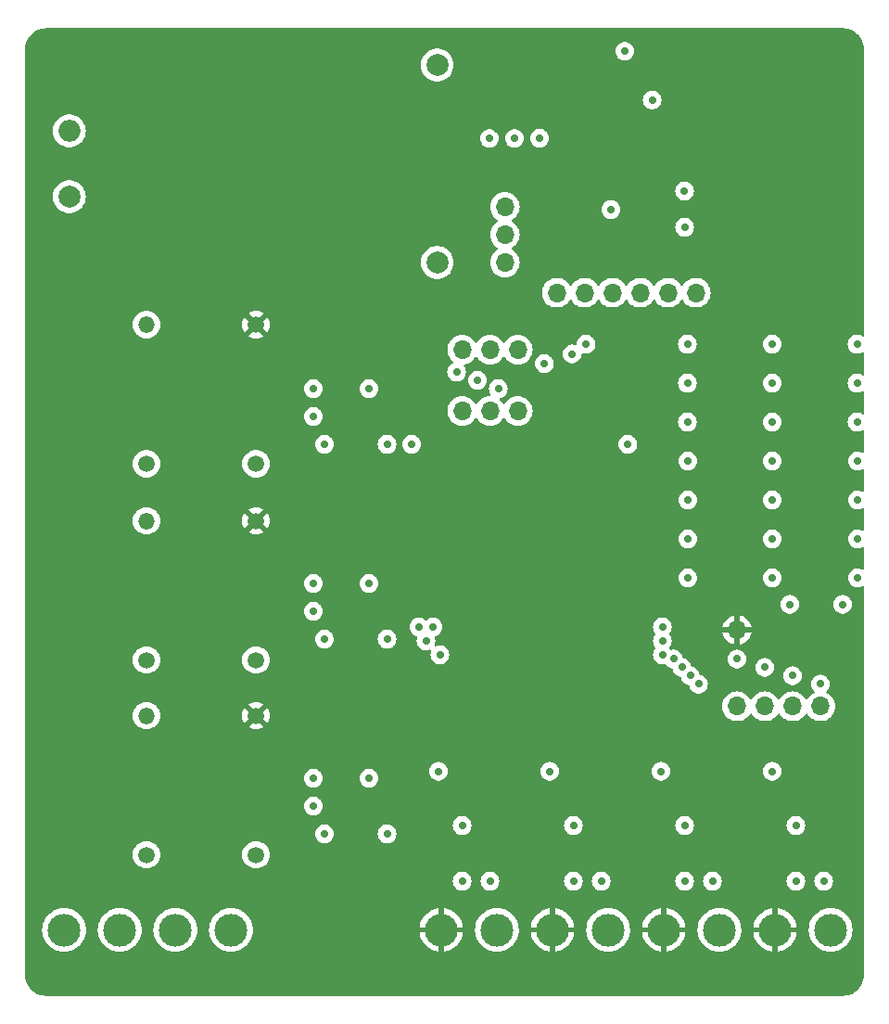
<source format=gbr>
%TF.GenerationSoftware,KiCad,Pcbnew,7.0.10*%
%TF.CreationDate,2024-06-26T03:26:05-03:00*%
%TF.ProjectId,board,626f6172-642e-46b6-9963-61645f706362,1.3*%
%TF.SameCoordinates,Original*%
%TF.FileFunction,Copper,L3,Inr*%
%TF.FilePolarity,Positive*%
%FSLAX46Y46*%
G04 Gerber Fmt 4.6, Leading zero omitted, Abs format (unit mm)*
G04 Created by KiCad (PCBNEW 7.0.10) date 2024-06-26 03:26:05*
%MOMM*%
%LPD*%
G01*
G04 APERTURE LIST*
%TA.AperFunction,ComponentPad*%
%ADD10O,1.508000X1.508000*%
%TD*%
%TA.AperFunction,ComponentPad*%
%ADD11C,1.508000*%
%TD*%
%TA.AperFunction,ComponentPad*%
%ADD12O,2.000000X2.000000*%
%TD*%
%TA.AperFunction,ComponentPad*%
%ADD13C,2.000000*%
%TD*%
%TA.AperFunction,ComponentPad*%
%ADD14O,3.000000X3.000000*%
%TD*%
%TA.AperFunction,ComponentPad*%
%ADD15C,3.000000*%
%TD*%
%TA.AperFunction,ComponentPad*%
%ADD16O,1.700000X1.700000*%
%TD*%
%TA.AperFunction,ViaPad*%
%ADD17C,0.700000*%
%TD*%
G04 APERTURE END LIST*
D10*
%TO.N,Net-(R4-Pad1)*%
%TO.C,TP2*%
X118783800Y-83145000D03*
D11*
%TO.N,Neutral*%
X118783800Y-95845000D03*
%TO.N,TP B-1*%
X128783800Y-95845000D03*
%TO.N,TC A-1*%
X128783800Y-83145000D03*
%TD*%
D12*
%TO.N,Line A*%
%TO.C,PS1*%
X111734500Y-47546000D03*
D13*
%TO.N,Neutral*%
X111734500Y-53546000D03*
%TO.N,GND*%
X145334500Y-41546000D03*
%TO.N,Net-(PS1-+Vout)*%
X145334500Y-59546000D03*
%TD*%
D10*
%TO.N,Net-(R3-Pad1)*%
%TO.C,TP1*%
X118783800Y-65238000D03*
D11*
%TO.N,Neutral*%
X118783800Y-77938000D03*
%TO.N,TP A-1*%
X128783800Y-77938000D03*
%TO.N,TC A-1*%
X128783800Y-65238000D03*
%TD*%
D14*
%TO.N,TC A-1*%
%TO.C,J6*%
X176187800Y-120483000D03*
D15*
%TO.N,TC N-2*%
X181267800Y-120483000D03*
%TD*%
D10*
%TO.N,Net-(R5-Pad1)*%
%TO.C,TP3*%
X118783800Y-100925000D03*
D11*
%TO.N,Neutral*%
X118783800Y-113625000D03*
%TO.N,TP C-1*%
X128783800Y-113625000D03*
%TO.N,TC A-1*%
X128783800Y-100925000D03*
%TD*%
D16*
%TO.N,GND*%
%TO.C,P1*%
X147612800Y-73112000D03*
%TO.N,UART TX*%
X150152800Y-73112000D03*
%TO.N,UART RX*%
X152692800Y-73112000D03*
%TD*%
%TO.N,unconnected-(SW1-C-Pad1)*%
%TO.C,SW1*%
X151511000Y-54483000D03*
%TO.N,Vin*%
X151511000Y-57023000D03*
%TO.N,Net-(PS1-+Vout)*%
X151511000Y-59563000D03*
%TD*%
D14*
%TO.N,TC A-1*%
%TO.C,J3*%
X145707800Y-120483000D03*
D15*
%TO.N,TC A-2*%
X150787800Y-120483000D03*
%TD*%
D14*
%TO.N,Line A*%
%TO.C,J1*%
X111252000Y-120483000D03*
D15*
%TO.N,Line B*%
X116332000Y-120483000D03*
%TD*%
D16*
%TO.N,Wave A*%
%TO.C,P4*%
X147612800Y-67524000D03*
%TO.N,Wave B*%
X150152800Y-67524000D03*
%TO.N,Wave C*%
X152692800Y-67524000D03*
%TD*%
D14*
%TO.N,TC A-1*%
%TO.C,J5*%
X166027800Y-120483000D03*
D15*
%TO.N,TC C-2*%
X171107800Y-120483000D03*
%TD*%
D16*
%TO.N,GND*%
%TO.C,P5*%
X168948800Y-62317000D03*
%TO.N,Vcc*%
X166408800Y-62317000D03*
%TO.N,MISO*%
X163868800Y-62317000D03*
%TO.N,MOSI*%
X161328800Y-62317000D03*
%TO.N,CLK*%
X158788800Y-62317000D03*
%TO.N,CS*%
X156248800Y-62317000D03*
%TD*%
%TO.N,Current A*%
%TO.C,P3*%
X172720000Y-100076000D03*
%TO.N,Current B*%
X175260000Y-100076000D03*
%TO.N,Current C*%
X177800000Y-100076000D03*
%TO.N,Current N*%
X180340000Y-100076000D03*
%TD*%
D14*
%TO.N,Line C*%
%TO.C,J2*%
X121412000Y-120483000D03*
D15*
%TO.N,Neutral*%
X126492000Y-120483000D03*
%TD*%
D16*
%TO.N,TC A-1*%
%TO.C,P2*%
X172720000Y-93091000D03*
%TD*%
D14*
%TO.N,TC A-1*%
%TO.C,J4*%
X155867800Y-120483000D03*
D15*
%TO.N,TC B-2*%
X160947800Y-120483000D03*
%TD*%
D17*
%TO.N,GND*%
X162483800Y-40284400D03*
%TO.N,Vcc*%
X164973000Y-44729400D03*
X152386000Y-48245000D03*
X183706800Y-77684000D03*
X177546000Y-90765000D03*
X167932800Y-56348000D03*
X183680800Y-67016000D03*
X183706800Y-88352000D03*
X183706800Y-84796000D03*
X165900800Y-94107000D03*
X165900800Y-92837000D03*
X183680800Y-74128000D03*
X182372000Y-90765000D03*
X183706800Y-81240000D03*
X183680800Y-70572000D03*
%TO.N,GND*%
X134023800Y-91400000D03*
X134023800Y-109180000D03*
X168186800Y-74128000D03*
X167924349Y-53037735D03*
X180632800Y-116038000D03*
X168212800Y-81240000D03*
X161201800Y-54732000D03*
X160312800Y-116038000D03*
X168186800Y-67016000D03*
X168186800Y-70572000D03*
X150086000Y-48245000D03*
X168212800Y-77684000D03*
X145580800Y-95377000D03*
X134023800Y-73620000D03*
X165900800Y-95377000D03*
X150152800Y-116038000D03*
X168212800Y-88352000D03*
X168212800Y-84796000D03*
X170472800Y-116038000D03*
%TO.N,Current A*%
X172720000Y-95758000D03*
X166916800Y-95758000D03*
X175946800Y-88352000D03*
%TO.N,Current B*%
X167678800Y-96520000D03*
X175260000Y-96520000D03*
X175946800Y-84796000D03*
%TO.N,Current C*%
X175946800Y-81240000D03*
X177800000Y-97282000D03*
X168440800Y-97282000D03*
%TO.N,Current N*%
X180340000Y-98044000D03*
X169202800Y-98044000D03*
X175946800Y-77684000D03*
%TO.N,TC A-2*%
X147612800Y-116038000D03*
%TO.N,TC A-1*%
X179362800Y-116038000D03*
X148882800Y-116038000D03*
X169202800Y-116038000D03*
X159042800Y-116038000D03*
X134023800Y-90130000D03*
X156121800Y-56348000D03*
X134023800Y-72350000D03*
X134023800Y-107910000D03*
%TO.N,TP A-1*%
X134023800Y-71080000D03*
%TO.N,TP C-1*%
X134023800Y-106640000D03*
%TO.N,TP B-1*%
X134023800Y-88860000D03*
%TO.N,TC B-2*%
X157772800Y-116038000D03*
%TO.N,Wave A*%
X175933800Y-67016000D03*
X162750800Y-76160000D03*
X147104800Y-69556000D03*
X143010800Y-76160000D03*
X140754800Y-76160000D03*
%TO.N,Wave B*%
X143660800Y-92837000D03*
X140754800Y-93940000D03*
X144960800Y-92837000D03*
X175933800Y-70572000D03*
X149009800Y-70318000D03*
%TO.N,Wave C*%
X144310800Y-94107000D03*
X140754800Y-111720000D03*
X175940300Y-74128000D03*
X150914800Y-71080000D03*
%TO.N,CS*%
X158940800Y-67016000D03*
%TO.N,MOSI*%
X157670800Y-67905000D03*
%TO.N,MISO*%
X155130800Y-68794000D03*
%TO.N,TC N-2*%
X178092800Y-116038000D03*
%TO.N,Vin*%
X154686000Y-48220000D03*
%TO.N,TC C-2*%
X167932800Y-116038000D03*
%TO.N,Net-(AMP1B--)*%
X135039800Y-76160000D03*
X139103800Y-71080000D03*
%TO.N,Net-(AMP2B--)*%
X135039800Y-93940000D03*
X139103800Y-88860000D03*
%TO.N,Net-(AMP3B--)*%
X139103800Y-106640000D03*
X135039800Y-111720000D03*
%TO.N,Net-(AMP4B--)*%
X147612800Y-110958000D03*
X145453800Y-106005000D03*
%TO.N,Net-(AMP5B--)*%
X155613800Y-106005000D03*
X157772800Y-110958000D03*
%TO.N,Net-(AMP6B--)*%
X167932800Y-110958000D03*
X165773800Y-106005000D03*
%TO.N,Net-(AMP7B--)*%
X175933800Y-106005000D03*
X178092800Y-110958000D03*
%TD*%
%TA.AperFunction,Conductor*%
%TO.N,TC A-1*%
G36*
X182414828Y-38179764D02*
G01*
X182652340Y-38195331D01*
X182668396Y-38197446D01*
X182897826Y-38243082D01*
X182913481Y-38247277D01*
X183134990Y-38322469D01*
X183149962Y-38328670D01*
X183349428Y-38427036D01*
X183359760Y-38432131D01*
X183373807Y-38440241D01*
X183568302Y-38570199D01*
X183581166Y-38580070D01*
X183757031Y-38734299D01*
X183768500Y-38745768D01*
X183922729Y-38921633D01*
X183932603Y-38934501D01*
X184062558Y-39128992D01*
X184070668Y-39143039D01*
X184174126Y-39352830D01*
X184180333Y-39367816D01*
X184255520Y-39589312D01*
X184259718Y-39604979D01*
X184305352Y-39834398D01*
X184307469Y-39850479D01*
X184323034Y-40087941D01*
X184323300Y-40096051D01*
X184323300Y-66188163D01*
X184303615Y-66255202D01*
X184250811Y-66300957D01*
X184181653Y-66310901D01*
X184126415Y-66288481D01*
X184108397Y-66275390D01*
X184108393Y-66275388D01*
X183945067Y-66202671D01*
X183945065Y-66202670D01*
X183817394Y-66175533D01*
X183770191Y-66165500D01*
X183591409Y-66165500D01*
X183560754Y-66172015D01*
X183416533Y-66202670D01*
X183416528Y-66202672D01*
X183253208Y-66275387D01*
X183108568Y-66380475D01*
X182988940Y-66513336D01*
X182899550Y-66668164D01*
X182899547Y-66668170D01*
X182844304Y-66838192D01*
X182844303Y-66838194D01*
X182825615Y-67016000D01*
X182844303Y-67193805D01*
X182844304Y-67193807D01*
X182899547Y-67363829D01*
X182899550Y-67363835D01*
X182988941Y-67518665D01*
X182993744Y-67523999D01*
X183108564Y-67651521D01*
X183108567Y-67651523D01*
X183108570Y-67651526D01*
X183253207Y-67756612D01*
X183416533Y-67829329D01*
X183591409Y-67866500D01*
X183591410Y-67866500D01*
X183770189Y-67866500D01*
X183770191Y-67866500D01*
X183945067Y-67829329D01*
X184108393Y-67756612D01*
X184126412Y-67743519D01*
X184192218Y-67720038D01*
X184260272Y-67735862D01*
X184308968Y-67785967D01*
X184323300Y-67843836D01*
X184323300Y-69744163D01*
X184303615Y-69811202D01*
X184250811Y-69856957D01*
X184181653Y-69866901D01*
X184126415Y-69844481D01*
X184108397Y-69831390D01*
X184108393Y-69831388D01*
X183945067Y-69758671D01*
X183945065Y-69758670D01*
X183817394Y-69731533D01*
X183770191Y-69721500D01*
X183591409Y-69721500D01*
X183560754Y-69728015D01*
X183416533Y-69758670D01*
X183416528Y-69758672D01*
X183253208Y-69831387D01*
X183108568Y-69936475D01*
X182988940Y-70069336D01*
X182899550Y-70224164D01*
X182899547Y-70224170D01*
X182844304Y-70394192D01*
X182844303Y-70394194D01*
X182825615Y-70572000D01*
X182844303Y-70749805D01*
X182844304Y-70749807D01*
X182899547Y-70919829D01*
X182899550Y-70919835D01*
X182988941Y-71074665D01*
X182993745Y-71080000D01*
X183108564Y-71207521D01*
X183108567Y-71207523D01*
X183108570Y-71207526D01*
X183253207Y-71312612D01*
X183416533Y-71385329D01*
X183591409Y-71422500D01*
X183591410Y-71422500D01*
X183770189Y-71422500D01*
X183770191Y-71422500D01*
X183945067Y-71385329D01*
X184108393Y-71312612D01*
X184126412Y-71299519D01*
X184192218Y-71276038D01*
X184260272Y-71291862D01*
X184308968Y-71341967D01*
X184323300Y-71399836D01*
X184323300Y-73300163D01*
X184303615Y-73367202D01*
X184250811Y-73412957D01*
X184181653Y-73422901D01*
X184126415Y-73400481D01*
X184108397Y-73387390D01*
X184108393Y-73387388D01*
X183945067Y-73314671D01*
X183945065Y-73314670D01*
X183817394Y-73287533D01*
X183770191Y-73277500D01*
X183591409Y-73277500D01*
X183560754Y-73284015D01*
X183416533Y-73314670D01*
X183416528Y-73314672D01*
X183253208Y-73387387D01*
X183108568Y-73492475D01*
X182988940Y-73625336D01*
X182899550Y-73780164D01*
X182899547Y-73780170D01*
X182844304Y-73950192D01*
X182844303Y-73950194D01*
X182825615Y-74128000D01*
X182844303Y-74305805D01*
X182844304Y-74305807D01*
X182899547Y-74475829D01*
X182899550Y-74475835D01*
X182988941Y-74630665D01*
X183030612Y-74676946D01*
X183108564Y-74763521D01*
X183108567Y-74763523D01*
X183108570Y-74763526D01*
X183253207Y-74868612D01*
X183416533Y-74941329D01*
X183591409Y-74978500D01*
X183591410Y-74978500D01*
X183770189Y-74978500D01*
X183770191Y-74978500D01*
X183945067Y-74941329D01*
X184108393Y-74868612D01*
X184126412Y-74855519D01*
X184192218Y-74832038D01*
X184260272Y-74847862D01*
X184308968Y-74897967D01*
X184323300Y-74955836D01*
X184323300Y-76837679D01*
X184303615Y-76904718D01*
X184250811Y-76950473D01*
X184181653Y-76960417D01*
X184137306Y-76945070D01*
X184134395Y-76943389D01*
X184047538Y-76904718D01*
X183971067Y-76870671D01*
X183971065Y-76870670D01*
X183843394Y-76843533D01*
X183796191Y-76833500D01*
X183617409Y-76833500D01*
X183586754Y-76840015D01*
X183442533Y-76870670D01*
X183442528Y-76870672D01*
X183279208Y-76943387D01*
X183134568Y-77048475D01*
X183014940Y-77181336D01*
X182925550Y-77336164D01*
X182925547Y-77336170D01*
X182870304Y-77506192D01*
X182870303Y-77506194D01*
X182851615Y-77684000D01*
X182870303Y-77861805D01*
X182870304Y-77861807D01*
X182925547Y-78031829D01*
X182925550Y-78031835D01*
X183014941Y-78186665D01*
X183056612Y-78232946D01*
X183134564Y-78319521D01*
X183134567Y-78319523D01*
X183134570Y-78319526D01*
X183279207Y-78424612D01*
X183442533Y-78497329D01*
X183617409Y-78534500D01*
X183617410Y-78534500D01*
X183796189Y-78534500D01*
X183796191Y-78534500D01*
X183971067Y-78497329D01*
X184134393Y-78424612D01*
X184134401Y-78424605D01*
X184137297Y-78422935D01*
X184139189Y-78422475D01*
X184140330Y-78421968D01*
X184140422Y-78422176D01*
X184205197Y-78406460D01*
X184271224Y-78429311D01*
X184314416Y-78484231D01*
X184323300Y-78530320D01*
X184323300Y-80393679D01*
X184303615Y-80460718D01*
X184250811Y-80506473D01*
X184181653Y-80516417D01*
X184137306Y-80501070D01*
X184134395Y-80499389D01*
X184047538Y-80460718D01*
X183971067Y-80426671D01*
X183971065Y-80426670D01*
X183843394Y-80399533D01*
X183796191Y-80389500D01*
X183617409Y-80389500D01*
X183586754Y-80396015D01*
X183442533Y-80426670D01*
X183442528Y-80426672D01*
X183279208Y-80499387D01*
X183134568Y-80604475D01*
X183014940Y-80737336D01*
X182925550Y-80892164D01*
X182925547Y-80892170D01*
X182870304Y-81062192D01*
X182870303Y-81062194D01*
X182851615Y-81240000D01*
X182870303Y-81417805D01*
X182870304Y-81417807D01*
X182925547Y-81587829D01*
X182925550Y-81587835D01*
X183014941Y-81742665D01*
X183056612Y-81788946D01*
X183134564Y-81875521D01*
X183134567Y-81875523D01*
X183134570Y-81875526D01*
X183279207Y-81980612D01*
X183442533Y-82053329D01*
X183617409Y-82090500D01*
X183617410Y-82090500D01*
X183796189Y-82090500D01*
X183796191Y-82090500D01*
X183971067Y-82053329D01*
X184134393Y-81980612D01*
X184134401Y-81980605D01*
X184137297Y-81978935D01*
X184139189Y-81978475D01*
X184140330Y-81977968D01*
X184140422Y-81978176D01*
X184205197Y-81962460D01*
X184271224Y-81985311D01*
X184314416Y-82040231D01*
X184323300Y-82086320D01*
X184323300Y-83949679D01*
X184303615Y-84016718D01*
X184250811Y-84062473D01*
X184181653Y-84072417D01*
X184137306Y-84057070D01*
X184134395Y-84055389D01*
X184047538Y-84016718D01*
X183971067Y-83982671D01*
X183971065Y-83982670D01*
X183838307Y-83954452D01*
X183796191Y-83945500D01*
X183617409Y-83945500D01*
X183586754Y-83952015D01*
X183442533Y-83982670D01*
X183442528Y-83982672D01*
X183279208Y-84055387D01*
X183134568Y-84160475D01*
X183014940Y-84293336D01*
X182925550Y-84448164D01*
X182925547Y-84448170D01*
X182870304Y-84618192D01*
X182870303Y-84618194D01*
X182851615Y-84796000D01*
X182870303Y-84973805D01*
X182870304Y-84973807D01*
X182925547Y-85143829D01*
X182925550Y-85143835D01*
X183014941Y-85298665D01*
X183056612Y-85344946D01*
X183134564Y-85431521D01*
X183134567Y-85431523D01*
X183134570Y-85431526D01*
X183279207Y-85536612D01*
X183442533Y-85609329D01*
X183617409Y-85646500D01*
X183617410Y-85646500D01*
X183796189Y-85646500D01*
X183796191Y-85646500D01*
X183971067Y-85609329D01*
X184134393Y-85536612D01*
X184134401Y-85536605D01*
X184137297Y-85534935D01*
X184139189Y-85534475D01*
X184140330Y-85533968D01*
X184140422Y-85534176D01*
X184205197Y-85518460D01*
X184271224Y-85541311D01*
X184314416Y-85596231D01*
X184323300Y-85642320D01*
X184323300Y-87505679D01*
X184303615Y-87572718D01*
X184250811Y-87618473D01*
X184181653Y-87628417D01*
X184137306Y-87613070D01*
X184134395Y-87611389D01*
X184047538Y-87572718D01*
X183971067Y-87538671D01*
X183971065Y-87538670D01*
X183843394Y-87511533D01*
X183796191Y-87501500D01*
X183617409Y-87501500D01*
X183586754Y-87508015D01*
X183442533Y-87538670D01*
X183442528Y-87538672D01*
X183279208Y-87611387D01*
X183134568Y-87716475D01*
X183014940Y-87849336D01*
X182925550Y-88004164D01*
X182925547Y-88004170D01*
X182870304Y-88174192D01*
X182870303Y-88174194D01*
X182851615Y-88352000D01*
X182870303Y-88529805D01*
X182870304Y-88529807D01*
X182925547Y-88699829D01*
X182925550Y-88699835D01*
X183014941Y-88854665D01*
X183019745Y-88860000D01*
X183134564Y-88987521D01*
X183134567Y-88987523D01*
X183134570Y-88987526D01*
X183279207Y-89092612D01*
X183442533Y-89165329D01*
X183617409Y-89202500D01*
X183617410Y-89202500D01*
X183796189Y-89202500D01*
X183796191Y-89202500D01*
X183971067Y-89165329D01*
X184134393Y-89092612D01*
X184134401Y-89092605D01*
X184137297Y-89090935D01*
X184139189Y-89090475D01*
X184140330Y-89089968D01*
X184140422Y-89090176D01*
X184205197Y-89074460D01*
X184271224Y-89097311D01*
X184314416Y-89152231D01*
X184323300Y-89198320D01*
X184323300Y-124582948D01*
X184323034Y-124591058D01*
X184307469Y-124828520D01*
X184305352Y-124844601D01*
X184259718Y-125074020D01*
X184255520Y-125089687D01*
X184180333Y-125311183D01*
X184174126Y-125326169D01*
X184070668Y-125535960D01*
X184062558Y-125550007D01*
X183932603Y-125744498D01*
X183922729Y-125757366D01*
X183768500Y-125933231D01*
X183757031Y-125944700D01*
X183581166Y-126098929D01*
X183568298Y-126108803D01*
X183373807Y-126238758D01*
X183359760Y-126246868D01*
X183149969Y-126350326D01*
X183134983Y-126356533D01*
X182913487Y-126431720D01*
X182897820Y-126435918D01*
X182668401Y-126481552D01*
X182652320Y-126483669D01*
X182414858Y-126499234D01*
X182406748Y-126499500D01*
X109605052Y-126499500D01*
X109596942Y-126499234D01*
X109359479Y-126483669D01*
X109343398Y-126481552D01*
X109113979Y-126435918D01*
X109098312Y-126431720D01*
X108876816Y-126356533D01*
X108861830Y-126350326D01*
X108652039Y-126246868D01*
X108637992Y-126238758D01*
X108443501Y-126108803D01*
X108430633Y-126098929D01*
X108254768Y-125944700D01*
X108243299Y-125933231D01*
X108089070Y-125757366D01*
X108079196Y-125744498D01*
X107949241Y-125550007D01*
X107941131Y-125535960D01*
X107936036Y-125525628D01*
X107837670Y-125326162D01*
X107831469Y-125311190D01*
X107756277Y-125089681D01*
X107752081Y-125074020D01*
X107706447Y-124844601D01*
X107704331Y-124828540D01*
X107688764Y-124591028D01*
X107688500Y-124582948D01*
X107688500Y-120483001D01*
X109246390Y-120483001D01*
X109266804Y-120768433D01*
X109327628Y-121048037D01*
X109327630Y-121048043D01*
X109327631Y-121048046D01*
X109400345Y-121243000D01*
X109427635Y-121316166D01*
X109564770Y-121567309D01*
X109564775Y-121567317D01*
X109736254Y-121796387D01*
X109736270Y-121796405D01*
X109938594Y-121998729D01*
X109938612Y-121998745D01*
X110167682Y-122170224D01*
X110167690Y-122170229D01*
X110418833Y-122307364D01*
X110418832Y-122307364D01*
X110418836Y-122307365D01*
X110418839Y-122307367D01*
X110686954Y-122407369D01*
X110686960Y-122407370D01*
X110686962Y-122407371D01*
X110966566Y-122468195D01*
X110966568Y-122468195D01*
X110966572Y-122468196D01*
X111220220Y-122486337D01*
X111251999Y-122488610D01*
X111252000Y-122488610D01*
X111252001Y-122488610D01*
X111280595Y-122486564D01*
X111537428Y-122468196D01*
X111817046Y-122407369D01*
X112085161Y-122307367D01*
X112336315Y-122170226D01*
X112565395Y-121998739D01*
X112767739Y-121796395D01*
X112939226Y-121567315D01*
X113076367Y-121316161D01*
X113176369Y-121048046D01*
X113237196Y-120768428D01*
X113257610Y-120483001D01*
X114326390Y-120483001D01*
X114346804Y-120768433D01*
X114407628Y-121048037D01*
X114407630Y-121048043D01*
X114407631Y-121048046D01*
X114480345Y-121243000D01*
X114507635Y-121316166D01*
X114644770Y-121567309D01*
X114644775Y-121567317D01*
X114816254Y-121796387D01*
X114816270Y-121796405D01*
X115018594Y-121998729D01*
X115018612Y-121998745D01*
X115247682Y-122170224D01*
X115247690Y-122170229D01*
X115498833Y-122307364D01*
X115498832Y-122307364D01*
X115498836Y-122307365D01*
X115498839Y-122307367D01*
X115766954Y-122407369D01*
X115766960Y-122407370D01*
X115766962Y-122407371D01*
X116046566Y-122468195D01*
X116046568Y-122468195D01*
X116046572Y-122468196D01*
X116300220Y-122486337D01*
X116331999Y-122488610D01*
X116332000Y-122488610D01*
X116332001Y-122488610D01*
X116360595Y-122486564D01*
X116617428Y-122468196D01*
X116897046Y-122407369D01*
X117165161Y-122307367D01*
X117416315Y-122170226D01*
X117645395Y-121998739D01*
X117847739Y-121796395D01*
X118019226Y-121567315D01*
X118156367Y-121316161D01*
X118256369Y-121048046D01*
X118317196Y-120768428D01*
X118337610Y-120483001D01*
X119406390Y-120483001D01*
X119426804Y-120768433D01*
X119487628Y-121048037D01*
X119487630Y-121048043D01*
X119487631Y-121048046D01*
X119560345Y-121243000D01*
X119587635Y-121316166D01*
X119724770Y-121567309D01*
X119724775Y-121567317D01*
X119896254Y-121796387D01*
X119896270Y-121796405D01*
X120098594Y-121998729D01*
X120098612Y-121998745D01*
X120327682Y-122170224D01*
X120327690Y-122170229D01*
X120578833Y-122307364D01*
X120578832Y-122307364D01*
X120578836Y-122307365D01*
X120578839Y-122307367D01*
X120846954Y-122407369D01*
X120846960Y-122407370D01*
X120846962Y-122407371D01*
X121126566Y-122468195D01*
X121126568Y-122468195D01*
X121126572Y-122468196D01*
X121380220Y-122486337D01*
X121411999Y-122488610D01*
X121412000Y-122488610D01*
X121412001Y-122488610D01*
X121440595Y-122486564D01*
X121697428Y-122468196D01*
X121977046Y-122407369D01*
X122245161Y-122307367D01*
X122496315Y-122170226D01*
X122725395Y-121998739D01*
X122927739Y-121796395D01*
X123099226Y-121567315D01*
X123236367Y-121316161D01*
X123336369Y-121048046D01*
X123397196Y-120768428D01*
X123417610Y-120483001D01*
X124486390Y-120483001D01*
X124506804Y-120768433D01*
X124567628Y-121048037D01*
X124567630Y-121048043D01*
X124567631Y-121048046D01*
X124640345Y-121243000D01*
X124667635Y-121316166D01*
X124804770Y-121567309D01*
X124804775Y-121567317D01*
X124976254Y-121796387D01*
X124976270Y-121796405D01*
X125178594Y-121998729D01*
X125178612Y-121998745D01*
X125407682Y-122170224D01*
X125407690Y-122170229D01*
X125658833Y-122307364D01*
X125658832Y-122307364D01*
X125658836Y-122307365D01*
X125658839Y-122307367D01*
X125926954Y-122407369D01*
X125926960Y-122407370D01*
X125926962Y-122407371D01*
X126206566Y-122468195D01*
X126206568Y-122468195D01*
X126206572Y-122468196D01*
X126460220Y-122486337D01*
X126491999Y-122488610D01*
X126492000Y-122488610D01*
X126492001Y-122488610D01*
X126520595Y-122486564D01*
X126777428Y-122468196D01*
X127057046Y-122407369D01*
X127325161Y-122307367D01*
X127576315Y-122170226D01*
X127805395Y-121998739D01*
X128007739Y-121796395D01*
X128179226Y-121567315D01*
X128316367Y-121316161D01*
X128416369Y-121048046D01*
X128477196Y-120768428D01*
X128479730Y-120733000D01*
X143720571Y-120733000D01*
X143723100Y-120768358D01*
X143723101Y-120768365D01*
X143783909Y-121047895D01*
X143883891Y-121315958D01*
X144020991Y-121567038D01*
X144020992Y-121567039D01*
X144192439Y-121796065D01*
X144192449Y-121796077D01*
X144394722Y-121998350D01*
X144394734Y-121998360D01*
X144623760Y-122169807D01*
X144623761Y-122169808D01*
X144874842Y-122306908D01*
X144874841Y-122306908D01*
X145142904Y-122406890D01*
X145422438Y-122467699D01*
X145457799Y-122470228D01*
X145457800Y-122470228D01*
X145457800Y-121204802D01*
X145618969Y-121243000D01*
X145752067Y-121243000D01*
X145884261Y-121227549D01*
X145957800Y-121200782D01*
X145957800Y-122470228D01*
X145993161Y-122467699D01*
X146272695Y-122406890D01*
X146540758Y-122306908D01*
X146791838Y-122169808D01*
X146791839Y-122169807D01*
X147020865Y-121998360D01*
X147020877Y-121998350D01*
X147223150Y-121796077D01*
X147223160Y-121796065D01*
X147394607Y-121567039D01*
X147394608Y-121567038D01*
X147531708Y-121315958D01*
X147631690Y-121047895D01*
X147692498Y-120768365D01*
X147692499Y-120768358D01*
X147695029Y-120733000D01*
X146426283Y-120733000D01*
X146461349Y-120615871D01*
X146469088Y-120483001D01*
X148782190Y-120483001D01*
X148802604Y-120768433D01*
X148863428Y-121048037D01*
X148863430Y-121048043D01*
X148863431Y-121048046D01*
X148936145Y-121243000D01*
X148963435Y-121316166D01*
X149100570Y-121567309D01*
X149100575Y-121567317D01*
X149272054Y-121796387D01*
X149272070Y-121796405D01*
X149474394Y-121998729D01*
X149474412Y-121998745D01*
X149703482Y-122170224D01*
X149703490Y-122170229D01*
X149954633Y-122307364D01*
X149954632Y-122307364D01*
X149954636Y-122307365D01*
X149954639Y-122307367D01*
X150222754Y-122407369D01*
X150222760Y-122407370D01*
X150222762Y-122407371D01*
X150502366Y-122468195D01*
X150502368Y-122468195D01*
X150502372Y-122468196D01*
X150756020Y-122486337D01*
X150787799Y-122488610D01*
X150787800Y-122488610D01*
X150787801Y-122488610D01*
X150816395Y-122486564D01*
X151073228Y-122468196D01*
X151352846Y-122407369D01*
X151620961Y-122307367D01*
X151872115Y-122170226D01*
X152101195Y-121998739D01*
X152303539Y-121796395D01*
X152475026Y-121567315D01*
X152612167Y-121316161D01*
X152712169Y-121048046D01*
X152772996Y-120768428D01*
X152775530Y-120733000D01*
X153880571Y-120733000D01*
X153883100Y-120768358D01*
X153883101Y-120768365D01*
X153943909Y-121047895D01*
X154043891Y-121315958D01*
X154180991Y-121567038D01*
X154180992Y-121567039D01*
X154352439Y-121796065D01*
X154352449Y-121796077D01*
X154554722Y-121998350D01*
X154554734Y-121998360D01*
X154783760Y-122169807D01*
X154783761Y-122169808D01*
X155034842Y-122306908D01*
X155034841Y-122306908D01*
X155302904Y-122406890D01*
X155582438Y-122467699D01*
X155617799Y-122470228D01*
X155617800Y-122470228D01*
X155617800Y-121204802D01*
X155778969Y-121243000D01*
X155912067Y-121243000D01*
X156044261Y-121227549D01*
X156117800Y-121200782D01*
X156117800Y-122470228D01*
X156153161Y-122467699D01*
X156432695Y-122406890D01*
X156700758Y-122306908D01*
X156951838Y-122169808D01*
X156951839Y-122169807D01*
X157180865Y-121998360D01*
X157180877Y-121998350D01*
X157383150Y-121796077D01*
X157383160Y-121796065D01*
X157554607Y-121567039D01*
X157554608Y-121567038D01*
X157691708Y-121315958D01*
X157791690Y-121047895D01*
X157852498Y-120768365D01*
X157852499Y-120768358D01*
X157855029Y-120733000D01*
X156586283Y-120733000D01*
X156621349Y-120615871D01*
X156629088Y-120483001D01*
X158942190Y-120483001D01*
X158962604Y-120768433D01*
X159023428Y-121048037D01*
X159023430Y-121048043D01*
X159023431Y-121048046D01*
X159096145Y-121243000D01*
X159123435Y-121316166D01*
X159260570Y-121567309D01*
X159260575Y-121567317D01*
X159432054Y-121796387D01*
X159432070Y-121796405D01*
X159634394Y-121998729D01*
X159634412Y-121998745D01*
X159863482Y-122170224D01*
X159863490Y-122170229D01*
X160114633Y-122307364D01*
X160114632Y-122307364D01*
X160114636Y-122307365D01*
X160114639Y-122307367D01*
X160382754Y-122407369D01*
X160382760Y-122407370D01*
X160382762Y-122407371D01*
X160662366Y-122468195D01*
X160662368Y-122468195D01*
X160662372Y-122468196D01*
X160916020Y-122486337D01*
X160947799Y-122488610D01*
X160947800Y-122488610D01*
X160947801Y-122488610D01*
X160976395Y-122486564D01*
X161233228Y-122468196D01*
X161512846Y-122407369D01*
X161780961Y-122307367D01*
X162032115Y-122170226D01*
X162261195Y-121998739D01*
X162463539Y-121796395D01*
X162635026Y-121567315D01*
X162772167Y-121316161D01*
X162872169Y-121048046D01*
X162932996Y-120768428D01*
X162935530Y-120733000D01*
X164040571Y-120733000D01*
X164043100Y-120768358D01*
X164043101Y-120768365D01*
X164103909Y-121047895D01*
X164203891Y-121315958D01*
X164340991Y-121567038D01*
X164340992Y-121567039D01*
X164512439Y-121796065D01*
X164512449Y-121796077D01*
X164714722Y-121998350D01*
X164714734Y-121998360D01*
X164943760Y-122169807D01*
X164943761Y-122169808D01*
X165194842Y-122306908D01*
X165194841Y-122306908D01*
X165462904Y-122406890D01*
X165742438Y-122467699D01*
X165777799Y-122470228D01*
X165777800Y-122470228D01*
X165777800Y-121204802D01*
X165938969Y-121243000D01*
X166072067Y-121243000D01*
X166204261Y-121227549D01*
X166277800Y-121200782D01*
X166277800Y-122470228D01*
X166313161Y-122467699D01*
X166592695Y-122406890D01*
X166860758Y-122306908D01*
X167111838Y-122169808D01*
X167111839Y-122169807D01*
X167340865Y-121998360D01*
X167340877Y-121998350D01*
X167543150Y-121796077D01*
X167543160Y-121796065D01*
X167714607Y-121567039D01*
X167714608Y-121567038D01*
X167851708Y-121315958D01*
X167951690Y-121047895D01*
X168012498Y-120768365D01*
X168012499Y-120768358D01*
X168015029Y-120733000D01*
X166746283Y-120733000D01*
X166781349Y-120615871D01*
X166789088Y-120483001D01*
X169102190Y-120483001D01*
X169122604Y-120768433D01*
X169183428Y-121048037D01*
X169183430Y-121048043D01*
X169183431Y-121048046D01*
X169256145Y-121243000D01*
X169283435Y-121316166D01*
X169420570Y-121567309D01*
X169420575Y-121567317D01*
X169592054Y-121796387D01*
X169592070Y-121796405D01*
X169794394Y-121998729D01*
X169794412Y-121998745D01*
X170023482Y-122170224D01*
X170023490Y-122170229D01*
X170274633Y-122307364D01*
X170274632Y-122307364D01*
X170274636Y-122307365D01*
X170274639Y-122307367D01*
X170542754Y-122407369D01*
X170542760Y-122407370D01*
X170542762Y-122407371D01*
X170822366Y-122468195D01*
X170822368Y-122468195D01*
X170822372Y-122468196D01*
X171076020Y-122486337D01*
X171107799Y-122488610D01*
X171107800Y-122488610D01*
X171107801Y-122488610D01*
X171136395Y-122486564D01*
X171393228Y-122468196D01*
X171672846Y-122407369D01*
X171940961Y-122307367D01*
X172192115Y-122170226D01*
X172421195Y-121998739D01*
X172623539Y-121796395D01*
X172795026Y-121567315D01*
X172932167Y-121316161D01*
X173032169Y-121048046D01*
X173092996Y-120768428D01*
X173095530Y-120733000D01*
X174200571Y-120733000D01*
X174203100Y-120768358D01*
X174203101Y-120768365D01*
X174263909Y-121047895D01*
X174363891Y-121315958D01*
X174500991Y-121567038D01*
X174500992Y-121567039D01*
X174672439Y-121796065D01*
X174672449Y-121796077D01*
X174874722Y-121998350D01*
X174874734Y-121998360D01*
X175103760Y-122169807D01*
X175103761Y-122169808D01*
X175354842Y-122306908D01*
X175354841Y-122306908D01*
X175622904Y-122406890D01*
X175902438Y-122467699D01*
X175937799Y-122470228D01*
X175937800Y-122470228D01*
X175937800Y-121204802D01*
X176098969Y-121243000D01*
X176232067Y-121243000D01*
X176364261Y-121227549D01*
X176437800Y-121200782D01*
X176437800Y-122470228D01*
X176473161Y-122467699D01*
X176752695Y-122406890D01*
X177020758Y-122306908D01*
X177271838Y-122169808D01*
X177271839Y-122169807D01*
X177500865Y-121998360D01*
X177500877Y-121998350D01*
X177703150Y-121796077D01*
X177703160Y-121796065D01*
X177874607Y-121567039D01*
X177874608Y-121567038D01*
X178011708Y-121315958D01*
X178111690Y-121047895D01*
X178172498Y-120768365D01*
X178172499Y-120768358D01*
X178175029Y-120733000D01*
X176906283Y-120733000D01*
X176941349Y-120615871D01*
X176949088Y-120483001D01*
X179262190Y-120483001D01*
X179282604Y-120768433D01*
X179343428Y-121048037D01*
X179343430Y-121048043D01*
X179343431Y-121048046D01*
X179416145Y-121243000D01*
X179443435Y-121316166D01*
X179580570Y-121567309D01*
X179580575Y-121567317D01*
X179752054Y-121796387D01*
X179752070Y-121796405D01*
X179954394Y-121998729D01*
X179954412Y-121998745D01*
X180183482Y-122170224D01*
X180183490Y-122170229D01*
X180434633Y-122307364D01*
X180434632Y-122307364D01*
X180434636Y-122307365D01*
X180434639Y-122307367D01*
X180702754Y-122407369D01*
X180702760Y-122407370D01*
X180702762Y-122407371D01*
X180982366Y-122468195D01*
X180982368Y-122468195D01*
X180982372Y-122468196D01*
X181236020Y-122486337D01*
X181267799Y-122488610D01*
X181267800Y-122488610D01*
X181267801Y-122488610D01*
X181296395Y-122486564D01*
X181553228Y-122468196D01*
X181832846Y-122407369D01*
X182100961Y-122307367D01*
X182352115Y-122170226D01*
X182581195Y-121998739D01*
X182783539Y-121796395D01*
X182955026Y-121567315D01*
X183092167Y-121316161D01*
X183192169Y-121048046D01*
X183252996Y-120768428D01*
X183273410Y-120483000D01*
X183252996Y-120197572D01*
X183249158Y-120179930D01*
X183192171Y-119917962D01*
X183192170Y-119917960D01*
X183192169Y-119917954D01*
X183092167Y-119649839D01*
X182955026Y-119398685D01*
X182955024Y-119398682D01*
X182783545Y-119169612D01*
X182783529Y-119169594D01*
X182581205Y-118967270D01*
X182581187Y-118967254D01*
X182352117Y-118795775D01*
X182352109Y-118795770D01*
X182100966Y-118658635D01*
X182100967Y-118658635D01*
X181993715Y-118618632D01*
X181832846Y-118558631D01*
X181832843Y-118558630D01*
X181832837Y-118558628D01*
X181553233Y-118497804D01*
X181267801Y-118477390D01*
X181267799Y-118477390D01*
X180982366Y-118497804D01*
X180702762Y-118558628D01*
X180434633Y-118658635D01*
X180183490Y-118795770D01*
X180183482Y-118795775D01*
X179954412Y-118967254D01*
X179954394Y-118967270D01*
X179752070Y-119169594D01*
X179752054Y-119169612D01*
X179580575Y-119398682D01*
X179580570Y-119398690D01*
X179443435Y-119649833D01*
X179343428Y-119917962D01*
X179282604Y-120197566D01*
X179262190Y-120482998D01*
X179262190Y-120483001D01*
X176949088Y-120483001D01*
X176951679Y-120438509D01*
X176920829Y-120263546D01*
X176907653Y-120233000D01*
X178175029Y-120233000D01*
X178175028Y-120232999D01*
X178172499Y-120197641D01*
X178172498Y-120197634D01*
X178111690Y-119918104D01*
X178011708Y-119650041D01*
X177874608Y-119398961D01*
X177874607Y-119398960D01*
X177703160Y-119169934D01*
X177703150Y-119169922D01*
X177500877Y-118967649D01*
X177500865Y-118967639D01*
X177271839Y-118796192D01*
X177271838Y-118796191D01*
X177020757Y-118659091D01*
X177020758Y-118659091D01*
X176752695Y-118559109D01*
X176473165Y-118498301D01*
X176473158Y-118498300D01*
X176437800Y-118495771D01*
X176437800Y-119761197D01*
X176276631Y-119723000D01*
X176143533Y-119723000D01*
X176011339Y-119738451D01*
X175937800Y-119765217D01*
X175937800Y-118495771D01*
X175937799Y-118495771D01*
X175902441Y-118498300D01*
X175902434Y-118498301D01*
X175622904Y-118559109D01*
X175354841Y-118659091D01*
X175103761Y-118796191D01*
X175103760Y-118796192D01*
X174874734Y-118967639D01*
X174874722Y-118967649D01*
X174672449Y-119169922D01*
X174672439Y-119169934D01*
X174500992Y-119398960D01*
X174500991Y-119398961D01*
X174363891Y-119650041D01*
X174263909Y-119918104D01*
X174203101Y-120197634D01*
X174203100Y-120197641D01*
X174200571Y-120232999D01*
X174200571Y-120233000D01*
X175469317Y-120233000D01*
X175434251Y-120350129D01*
X175423921Y-120527491D01*
X175454771Y-120702454D01*
X175467947Y-120733000D01*
X174200571Y-120733000D01*
X173095530Y-120733000D01*
X173113410Y-120483000D01*
X173092996Y-120197572D01*
X173089158Y-120179930D01*
X173032171Y-119917962D01*
X173032170Y-119917960D01*
X173032169Y-119917954D01*
X172932167Y-119649839D01*
X172795026Y-119398685D01*
X172795024Y-119398682D01*
X172623545Y-119169612D01*
X172623529Y-119169594D01*
X172421205Y-118967270D01*
X172421187Y-118967254D01*
X172192117Y-118795775D01*
X172192109Y-118795770D01*
X171940966Y-118658635D01*
X171940967Y-118658635D01*
X171833715Y-118618632D01*
X171672846Y-118558631D01*
X171672843Y-118558630D01*
X171672837Y-118558628D01*
X171393233Y-118497804D01*
X171107801Y-118477390D01*
X171107799Y-118477390D01*
X170822366Y-118497804D01*
X170542762Y-118558628D01*
X170274633Y-118658635D01*
X170023490Y-118795770D01*
X170023482Y-118795775D01*
X169794412Y-118967254D01*
X169794394Y-118967270D01*
X169592070Y-119169594D01*
X169592054Y-119169612D01*
X169420575Y-119398682D01*
X169420570Y-119398690D01*
X169283435Y-119649833D01*
X169183428Y-119917962D01*
X169122604Y-120197566D01*
X169102190Y-120482998D01*
X169102190Y-120483001D01*
X166789088Y-120483001D01*
X166791679Y-120438509D01*
X166760829Y-120263546D01*
X166747653Y-120233000D01*
X168015029Y-120233000D01*
X168015028Y-120232999D01*
X168012499Y-120197641D01*
X168012498Y-120197634D01*
X167951690Y-119918104D01*
X167851708Y-119650041D01*
X167714608Y-119398961D01*
X167714607Y-119398960D01*
X167543160Y-119169934D01*
X167543150Y-119169922D01*
X167340877Y-118967649D01*
X167340865Y-118967639D01*
X167111839Y-118796192D01*
X167111838Y-118796191D01*
X166860757Y-118659091D01*
X166860758Y-118659091D01*
X166592695Y-118559109D01*
X166313165Y-118498301D01*
X166313158Y-118498300D01*
X166277800Y-118495771D01*
X166277800Y-119761197D01*
X166116631Y-119723000D01*
X165983533Y-119723000D01*
X165851339Y-119738451D01*
X165777800Y-119765217D01*
X165777800Y-118495771D01*
X165777799Y-118495771D01*
X165742441Y-118498300D01*
X165742434Y-118498301D01*
X165462904Y-118559109D01*
X165194841Y-118659091D01*
X164943761Y-118796191D01*
X164943760Y-118796192D01*
X164714734Y-118967639D01*
X164714722Y-118967649D01*
X164512449Y-119169922D01*
X164512439Y-119169934D01*
X164340992Y-119398960D01*
X164340991Y-119398961D01*
X164203891Y-119650041D01*
X164103909Y-119918104D01*
X164043101Y-120197634D01*
X164043100Y-120197641D01*
X164040571Y-120232999D01*
X164040571Y-120233000D01*
X165309317Y-120233000D01*
X165274251Y-120350129D01*
X165263921Y-120527491D01*
X165294771Y-120702454D01*
X165307947Y-120733000D01*
X164040571Y-120733000D01*
X162935530Y-120733000D01*
X162953410Y-120483000D01*
X162932996Y-120197572D01*
X162929158Y-120179930D01*
X162872171Y-119917962D01*
X162872170Y-119917960D01*
X162872169Y-119917954D01*
X162772167Y-119649839D01*
X162635026Y-119398685D01*
X162635024Y-119398682D01*
X162463545Y-119169612D01*
X162463529Y-119169594D01*
X162261205Y-118967270D01*
X162261187Y-118967254D01*
X162032117Y-118795775D01*
X162032109Y-118795770D01*
X161780966Y-118658635D01*
X161780967Y-118658635D01*
X161673715Y-118618632D01*
X161512846Y-118558631D01*
X161512843Y-118558630D01*
X161512837Y-118558628D01*
X161233233Y-118497804D01*
X160947801Y-118477390D01*
X160947799Y-118477390D01*
X160662366Y-118497804D01*
X160382762Y-118558628D01*
X160114633Y-118658635D01*
X159863490Y-118795770D01*
X159863482Y-118795775D01*
X159634412Y-118967254D01*
X159634394Y-118967270D01*
X159432070Y-119169594D01*
X159432054Y-119169612D01*
X159260575Y-119398682D01*
X159260570Y-119398690D01*
X159123435Y-119649833D01*
X159023428Y-119917962D01*
X158962604Y-120197566D01*
X158942190Y-120482998D01*
X158942190Y-120483001D01*
X156629088Y-120483001D01*
X156631679Y-120438509D01*
X156600829Y-120263546D01*
X156587653Y-120233000D01*
X157855029Y-120233000D01*
X157855028Y-120232999D01*
X157852499Y-120197641D01*
X157852498Y-120197634D01*
X157791690Y-119918104D01*
X157691708Y-119650041D01*
X157554608Y-119398961D01*
X157554607Y-119398960D01*
X157383160Y-119169934D01*
X157383150Y-119169922D01*
X157180877Y-118967649D01*
X157180865Y-118967639D01*
X156951839Y-118796192D01*
X156951838Y-118796191D01*
X156700757Y-118659091D01*
X156700758Y-118659091D01*
X156432695Y-118559109D01*
X156153165Y-118498301D01*
X156153158Y-118498300D01*
X156117800Y-118495771D01*
X156117800Y-119761197D01*
X155956631Y-119723000D01*
X155823533Y-119723000D01*
X155691339Y-119738451D01*
X155617800Y-119765217D01*
X155617800Y-118495771D01*
X155617799Y-118495771D01*
X155582441Y-118498300D01*
X155582434Y-118498301D01*
X155302904Y-118559109D01*
X155034841Y-118659091D01*
X154783761Y-118796191D01*
X154783760Y-118796192D01*
X154554734Y-118967639D01*
X154554722Y-118967649D01*
X154352449Y-119169922D01*
X154352439Y-119169934D01*
X154180992Y-119398960D01*
X154180991Y-119398961D01*
X154043891Y-119650041D01*
X153943909Y-119918104D01*
X153883101Y-120197634D01*
X153883100Y-120197641D01*
X153880571Y-120232999D01*
X153880571Y-120233000D01*
X155149317Y-120233000D01*
X155114251Y-120350129D01*
X155103921Y-120527491D01*
X155134771Y-120702454D01*
X155147947Y-120733000D01*
X153880571Y-120733000D01*
X152775530Y-120733000D01*
X152793410Y-120483000D01*
X152772996Y-120197572D01*
X152769158Y-120179930D01*
X152712171Y-119917962D01*
X152712170Y-119917960D01*
X152712169Y-119917954D01*
X152612167Y-119649839D01*
X152475026Y-119398685D01*
X152475024Y-119398682D01*
X152303545Y-119169612D01*
X152303529Y-119169594D01*
X152101205Y-118967270D01*
X152101187Y-118967254D01*
X151872117Y-118795775D01*
X151872109Y-118795770D01*
X151620966Y-118658635D01*
X151620967Y-118658635D01*
X151513715Y-118618632D01*
X151352846Y-118558631D01*
X151352843Y-118558630D01*
X151352837Y-118558628D01*
X151073233Y-118497804D01*
X150787801Y-118477390D01*
X150787799Y-118477390D01*
X150502366Y-118497804D01*
X150222762Y-118558628D01*
X149954633Y-118658635D01*
X149703490Y-118795770D01*
X149703482Y-118795775D01*
X149474412Y-118967254D01*
X149474394Y-118967270D01*
X149272070Y-119169594D01*
X149272054Y-119169612D01*
X149100575Y-119398682D01*
X149100570Y-119398690D01*
X148963435Y-119649833D01*
X148863428Y-119917962D01*
X148802604Y-120197566D01*
X148782190Y-120482998D01*
X148782190Y-120483001D01*
X146469088Y-120483001D01*
X146471679Y-120438509D01*
X146440829Y-120263546D01*
X146427653Y-120233000D01*
X147695029Y-120233000D01*
X147695028Y-120232999D01*
X147692499Y-120197641D01*
X147692498Y-120197634D01*
X147631690Y-119918104D01*
X147531708Y-119650041D01*
X147394608Y-119398961D01*
X147394607Y-119398960D01*
X147223160Y-119169934D01*
X147223150Y-119169922D01*
X147020877Y-118967649D01*
X147020865Y-118967639D01*
X146791839Y-118796192D01*
X146791838Y-118796191D01*
X146540757Y-118659091D01*
X146540758Y-118659091D01*
X146272695Y-118559109D01*
X145993165Y-118498301D01*
X145993158Y-118498300D01*
X145957800Y-118495771D01*
X145957800Y-119761197D01*
X145796631Y-119723000D01*
X145663533Y-119723000D01*
X145531339Y-119738451D01*
X145457800Y-119765217D01*
X145457800Y-118495771D01*
X145457799Y-118495771D01*
X145422441Y-118498300D01*
X145422434Y-118498301D01*
X145142904Y-118559109D01*
X144874841Y-118659091D01*
X144623761Y-118796191D01*
X144623760Y-118796192D01*
X144394734Y-118967639D01*
X144394722Y-118967649D01*
X144192449Y-119169922D01*
X144192439Y-119169934D01*
X144020992Y-119398960D01*
X144020991Y-119398961D01*
X143883891Y-119650041D01*
X143783909Y-119918104D01*
X143723101Y-120197634D01*
X143723100Y-120197641D01*
X143720571Y-120232999D01*
X143720571Y-120233000D01*
X144989317Y-120233000D01*
X144954251Y-120350129D01*
X144943921Y-120527491D01*
X144974771Y-120702454D01*
X144987947Y-120733000D01*
X143720571Y-120733000D01*
X128479730Y-120733000D01*
X128497610Y-120483000D01*
X128477196Y-120197572D01*
X128473358Y-120179930D01*
X128416371Y-119917962D01*
X128416370Y-119917960D01*
X128416369Y-119917954D01*
X128316367Y-119649839D01*
X128179226Y-119398685D01*
X128179224Y-119398682D01*
X128007745Y-119169612D01*
X128007729Y-119169594D01*
X127805405Y-118967270D01*
X127805387Y-118967254D01*
X127576317Y-118795775D01*
X127576309Y-118795770D01*
X127325166Y-118658635D01*
X127325167Y-118658635D01*
X127217915Y-118618632D01*
X127057046Y-118558631D01*
X127057043Y-118558630D01*
X127057037Y-118558628D01*
X126777433Y-118497804D01*
X126492001Y-118477390D01*
X126491999Y-118477390D01*
X126206566Y-118497804D01*
X125926962Y-118558628D01*
X125658833Y-118658635D01*
X125407690Y-118795770D01*
X125407682Y-118795775D01*
X125178612Y-118967254D01*
X125178594Y-118967270D01*
X124976270Y-119169594D01*
X124976254Y-119169612D01*
X124804775Y-119398682D01*
X124804770Y-119398690D01*
X124667635Y-119649833D01*
X124567628Y-119917962D01*
X124506804Y-120197566D01*
X124486390Y-120482998D01*
X124486390Y-120483001D01*
X123417610Y-120483001D01*
X123417610Y-120483000D01*
X123397196Y-120197572D01*
X123393358Y-120179930D01*
X123336371Y-119917962D01*
X123336370Y-119917960D01*
X123336369Y-119917954D01*
X123236367Y-119649839D01*
X123099226Y-119398685D01*
X123099224Y-119398682D01*
X122927745Y-119169612D01*
X122927729Y-119169594D01*
X122725405Y-118967270D01*
X122725387Y-118967254D01*
X122496317Y-118795775D01*
X122496309Y-118795770D01*
X122245166Y-118658635D01*
X122245167Y-118658635D01*
X122137915Y-118618632D01*
X121977046Y-118558631D01*
X121977043Y-118558630D01*
X121977037Y-118558628D01*
X121697433Y-118497804D01*
X121412001Y-118477390D01*
X121411999Y-118477390D01*
X121126566Y-118497804D01*
X120846962Y-118558628D01*
X120578833Y-118658635D01*
X120327690Y-118795770D01*
X120327682Y-118795775D01*
X120098612Y-118967254D01*
X120098594Y-118967270D01*
X119896270Y-119169594D01*
X119896254Y-119169612D01*
X119724775Y-119398682D01*
X119724770Y-119398690D01*
X119587635Y-119649833D01*
X119487628Y-119917962D01*
X119426804Y-120197566D01*
X119406390Y-120482998D01*
X119406390Y-120483001D01*
X118337610Y-120483001D01*
X118337610Y-120483000D01*
X118317196Y-120197572D01*
X118313358Y-120179930D01*
X118256371Y-119917962D01*
X118256370Y-119917960D01*
X118256369Y-119917954D01*
X118156367Y-119649839D01*
X118019226Y-119398685D01*
X118019224Y-119398682D01*
X117847745Y-119169612D01*
X117847729Y-119169594D01*
X117645405Y-118967270D01*
X117645387Y-118967254D01*
X117416317Y-118795775D01*
X117416309Y-118795770D01*
X117165166Y-118658635D01*
X117165167Y-118658635D01*
X117057915Y-118618632D01*
X116897046Y-118558631D01*
X116897043Y-118558630D01*
X116897037Y-118558628D01*
X116617433Y-118497804D01*
X116332001Y-118477390D01*
X116331999Y-118477390D01*
X116046566Y-118497804D01*
X115766962Y-118558628D01*
X115498833Y-118658635D01*
X115247690Y-118795770D01*
X115247682Y-118795775D01*
X115018612Y-118967254D01*
X115018594Y-118967270D01*
X114816270Y-119169594D01*
X114816254Y-119169612D01*
X114644775Y-119398682D01*
X114644770Y-119398690D01*
X114507635Y-119649833D01*
X114407628Y-119917962D01*
X114346804Y-120197566D01*
X114326390Y-120482998D01*
X114326390Y-120483001D01*
X113257610Y-120483001D01*
X113257610Y-120483000D01*
X113237196Y-120197572D01*
X113233358Y-120179930D01*
X113176371Y-119917962D01*
X113176370Y-119917960D01*
X113176369Y-119917954D01*
X113076367Y-119649839D01*
X112939226Y-119398685D01*
X112939224Y-119398682D01*
X112767745Y-119169612D01*
X112767729Y-119169594D01*
X112565405Y-118967270D01*
X112565387Y-118967254D01*
X112336317Y-118795775D01*
X112336309Y-118795770D01*
X112085166Y-118658635D01*
X112085167Y-118658635D01*
X111977915Y-118618632D01*
X111817046Y-118558631D01*
X111817043Y-118558630D01*
X111817037Y-118558628D01*
X111537433Y-118497804D01*
X111252001Y-118477390D01*
X111251999Y-118477390D01*
X110966566Y-118497804D01*
X110686962Y-118558628D01*
X110418833Y-118658635D01*
X110167690Y-118795770D01*
X110167682Y-118795775D01*
X109938612Y-118967254D01*
X109938594Y-118967270D01*
X109736270Y-119169594D01*
X109736254Y-119169612D01*
X109564775Y-119398682D01*
X109564770Y-119398690D01*
X109427635Y-119649833D01*
X109327628Y-119917962D01*
X109266804Y-120197566D01*
X109246390Y-120482998D01*
X109246390Y-120483001D01*
X107688500Y-120483001D01*
X107688500Y-116038000D01*
X146757615Y-116038000D01*
X146776303Y-116215805D01*
X146776304Y-116215807D01*
X146831547Y-116385829D01*
X146831550Y-116385835D01*
X146920941Y-116540665D01*
X146962612Y-116586946D01*
X147040564Y-116673521D01*
X147040567Y-116673523D01*
X147040570Y-116673526D01*
X147185207Y-116778612D01*
X147348533Y-116851329D01*
X147523409Y-116888500D01*
X147523410Y-116888500D01*
X147702189Y-116888500D01*
X147702191Y-116888500D01*
X147877067Y-116851329D01*
X148040393Y-116778612D01*
X148185030Y-116673526D01*
X148304659Y-116540665D01*
X148394050Y-116385835D01*
X148449297Y-116215803D01*
X148467985Y-116038000D01*
X149297615Y-116038000D01*
X149316303Y-116215805D01*
X149316304Y-116215807D01*
X149371547Y-116385829D01*
X149371550Y-116385835D01*
X149460941Y-116540665D01*
X149502612Y-116586946D01*
X149580564Y-116673521D01*
X149580567Y-116673523D01*
X149580570Y-116673526D01*
X149725207Y-116778612D01*
X149888533Y-116851329D01*
X150063409Y-116888500D01*
X150063410Y-116888500D01*
X150242189Y-116888500D01*
X150242191Y-116888500D01*
X150417067Y-116851329D01*
X150580393Y-116778612D01*
X150725030Y-116673526D01*
X150844659Y-116540665D01*
X150934050Y-116385835D01*
X150989297Y-116215803D01*
X151007985Y-116038000D01*
X156917615Y-116038000D01*
X156936303Y-116215805D01*
X156936304Y-116215807D01*
X156991547Y-116385829D01*
X156991550Y-116385835D01*
X157080941Y-116540665D01*
X157122612Y-116586946D01*
X157200564Y-116673521D01*
X157200567Y-116673523D01*
X157200570Y-116673526D01*
X157345207Y-116778612D01*
X157508533Y-116851329D01*
X157683409Y-116888500D01*
X157683410Y-116888500D01*
X157862189Y-116888500D01*
X157862191Y-116888500D01*
X158037067Y-116851329D01*
X158200393Y-116778612D01*
X158345030Y-116673526D01*
X158464659Y-116540665D01*
X158554050Y-116385835D01*
X158609297Y-116215803D01*
X158627985Y-116038000D01*
X159457615Y-116038000D01*
X159476303Y-116215805D01*
X159476304Y-116215807D01*
X159531547Y-116385829D01*
X159531550Y-116385835D01*
X159620941Y-116540665D01*
X159662612Y-116586946D01*
X159740564Y-116673521D01*
X159740567Y-116673523D01*
X159740570Y-116673526D01*
X159885207Y-116778612D01*
X160048533Y-116851329D01*
X160223409Y-116888500D01*
X160223410Y-116888500D01*
X160402189Y-116888500D01*
X160402191Y-116888500D01*
X160577067Y-116851329D01*
X160740393Y-116778612D01*
X160885030Y-116673526D01*
X161004659Y-116540665D01*
X161094050Y-116385835D01*
X161149297Y-116215803D01*
X161167985Y-116038000D01*
X167077615Y-116038000D01*
X167096303Y-116215805D01*
X167096304Y-116215807D01*
X167151547Y-116385829D01*
X167151550Y-116385835D01*
X167240941Y-116540665D01*
X167282612Y-116586946D01*
X167360564Y-116673521D01*
X167360567Y-116673523D01*
X167360570Y-116673526D01*
X167505207Y-116778612D01*
X167668533Y-116851329D01*
X167843409Y-116888500D01*
X167843410Y-116888500D01*
X168022189Y-116888500D01*
X168022191Y-116888500D01*
X168197067Y-116851329D01*
X168360393Y-116778612D01*
X168505030Y-116673526D01*
X168624659Y-116540665D01*
X168714050Y-116385835D01*
X168769297Y-116215803D01*
X168787985Y-116038000D01*
X169617615Y-116038000D01*
X169636303Y-116215805D01*
X169636304Y-116215807D01*
X169691547Y-116385829D01*
X169691550Y-116385835D01*
X169780941Y-116540665D01*
X169822612Y-116586946D01*
X169900564Y-116673521D01*
X169900567Y-116673523D01*
X169900570Y-116673526D01*
X170045207Y-116778612D01*
X170208533Y-116851329D01*
X170383409Y-116888500D01*
X170383410Y-116888500D01*
X170562189Y-116888500D01*
X170562191Y-116888500D01*
X170737067Y-116851329D01*
X170900393Y-116778612D01*
X171045030Y-116673526D01*
X171164659Y-116540665D01*
X171254050Y-116385835D01*
X171309297Y-116215803D01*
X171327985Y-116038000D01*
X177237615Y-116038000D01*
X177256303Y-116215805D01*
X177256304Y-116215807D01*
X177311547Y-116385829D01*
X177311550Y-116385835D01*
X177400941Y-116540665D01*
X177442612Y-116586946D01*
X177520564Y-116673521D01*
X177520567Y-116673523D01*
X177520570Y-116673526D01*
X177665207Y-116778612D01*
X177828533Y-116851329D01*
X178003409Y-116888500D01*
X178003410Y-116888500D01*
X178182189Y-116888500D01*
X178182191Y-116888500D01*
X178357067Y-116851329D01*
X178520393Y-116778612D01*
X178665030Y-116673526D01*
X178784659Y-116540665D01*
X178874050Y-116385835D01*
X178929297Y-116215803D01*
X178947985Y-116038000D01*
X179777615Y-116038000D01*
X179796303Y-116215805D01*
X179796304Y-116215807D01*
X179851547Y-116385829D01*
X179851550Y-116385835D01*
X179940941Y-116540665D01*
X179982612Y-116586946D01*
X180060564Y-116673521D01*
X180060567Y-116673523D01*
X180060570Y-116673526D01*
X180205207Y-116778612D01*
X180368533Y-116851329D01*
X180543409Y-116888500D01*
X180543410Y-116888500D01*
X180722189Y-116888500D01*
X180722191Y-116888500D01*
X180897067Y-116851329D01*
X181060393Y-116778612D01*
X181205030Y-116673526D01*
X181324659Y-116540665D01*
X181414050Y-116385835D01*
X181469297Y-116215803D01*
X181487985Y-116038000D01*
X181469297Y-115860197D01*
X181414050Y-115690165D01*
X181324659Y-115535335D01*
X181277803Y-115483296D01*
X181205035Y-115402478D01*
X181205032Y-115402476D01*
X181205031Y-115402475D01*
X181205030Y-115402474D01*
X181060393Y-115297388D01*
X180897067Y-115224671D01*
X180897065Y-115224670D01*
X180769394Y-115197533D01*
X180722191Y-115187500D01*
X180543409Y-115187500D01*
X180512754Y-115194015D01*
X180368533Y-115224670D01*
X180368528Y-115224672D01*
X180205208Y-115297387D01*
X180060568Y-115402475D01*
X179940940Y-115535336D01*
X179851550Y-115690164D01*
X179851547Y-115690170D01*
X179796304Y-115860192D01*
X179796303Y-115860194D01*
X179777615Y-116038000D01*
X178947985Y-116038000D01*
X178929297Y-115860197D01*
X178874050Y-115690165D01*
X178784659Y-115535335D01*
X178737803Y-115483296D01*
X178665035Y-115402478D01*
X178665032Y-115402476D01*
X178665031Y-115402475D01*
X178665030Y-115402474D01*
X178520393Y-115297388D01*
X178357067Y-115224671D01*
X178357065Y-115224670D01*
X178229394Y-115197533D01*
X178182191Y-115187500D01*
X178003409Y-115187500D01*
X177972754Y-115194015D01*
X177828533Y-115224670D01*
X177828528Y-115224672D01*
X177665208Y-115297387D01*
X177520568Y-115402475D01*
X177400940Y-115535336D01*
X177311550Y-115690164D01*
X177311547Y-115690170D01*
X177256304Y-115860192D01*
X177256303Y-115860194D01*
X177237615Y-116038000D01*
X171327985Y-116038000D01*
X171309297Y-115860197D01*
X171254050Y-115690165D01*
X171164659Y-115535335D01*
X171117803Y-115483296D01*
X171045035Y-115402478D01*
X171045032Y-115402476D01*
X171045031Y-115402475D01*
X171045030Y-115402474D01*
X170900393Y-115297388D01*
X170737067Y-115224671D01*
X170737065Y-115224670D01*
X170609394Y-115197533D01*
X170562191Y-115187500D01*
X170383409Y-115187500D01*
X170352754Y-115194015D01*
X170208533Y-115224670D01*
X170208528Y-115224672D01*
X170045208Y-115297387D01*
X169900568Y-115402475D01*
X169780940Y-115535336D01*
X169691550Y-115690164D01*
X169691547Y-115690170D01*
X169636304Y-115860192D01*
X169636303Y-115860194D01*
X169617615Y-116038000D01*
X168787985Y-116038000D01*
X168769297Y-115860197D01*
X168714050Y-115690165D01*
X168624659Y-115535335D01*
X168577803Y-115483296D01*
X168505035Y-115402478D01*
X168505032Y-115402476D01*
X168505031Y-115402475D01*
X168505030Y-115402474D01*
X168360393Y-115297388D01*
X168197067Y-115224671D01*
X168197065Y-115224670D01*
X168069394Y-115197533D01*
X168022191Y-115187500D01*
X167843409Y-115187500D01*
X167812754Y-115194015D01*
X167668533Y-115224670D01*
X167668528Y-115224672D01*
X167505208Y-115297387D01*
X167360568Y-115402475D01*
X167240940Y-115535336D01*
X167151550Y-115690164D01*
X167151547Y-115690170D01*
X167096304Y-115860192D01*
X167096303Y-115860194D01*
X167077615Y-116038000D01*
X161167985Y-116038000D01*
X161149297Y-115860197D01*
X161094050Y-115690165D01*
X161004659Y-115535335D01*
X160957803Y-115483296D01*
X160885035Y-115402478D01*
X160885032Y-115402476D01*
X160885031Y-115402475D01*
X160885030Y-115402474D01*
X160740393Y-115297388D01*
X160577067Y-115224671D01*
X160577065Y-115224670D01*
X160449394Y-115197533D01*
X160402191Y-115187500D01*
X160223409Y-115187500D01*
X160192754Y-115194015D01*
X160048533Y-115224670D01*
X160048528Y-115224672D01*
X159885208Y-115297387D01*
X159740568Y-115402475D01*
X159620940Y-115535336D01*
X159531550Y-115690164D01*
X159531547Y-115690170D01*
X159476304Y-115860192D01*
X159476303Y-115860194D01*
X159457615Y-116038000D01*
X158627985Y-116038000D01*
X158609297Y-115860197D01*
X158554050Y-115690165D01*
X158464659Y-115535335D01*
X158417803Y-115483296D01*
X158345035Y-115402478D01*
X158345032Y-115402476D01*
X158345031Y-115402475D01*
X158345030Y-115402474D01*
X158200393Y-115297388D01*
X158037067Y-115224671D01*
X158037065Y-115224670D01*
X157909394Y-115197533D01*
X157862191Y-115187500D01*
X157683409Y-115187500D01*
X157652754Y-115194015D01*
X157508533Y-115224670D01*
X157508528Y-115224672D01*
X157345208Y-115297387D01*
X157200568Y-115402475D01*
X157080940Y-115535336D01*
X156991550Y-115690164D01*
X156991547Y-115690170D01*
X156936304Y-115860192D01*
X156936303Y-115860194D01*
X156917615Y-116038000D01*
X151007985Y-116038000D01*
X150989297Y-115860197D01*
X150934050Y-115690165D01*
X150844659Y-115535335D01*
X150797803Y-115483296D01*
X150725035Y-115402478D01*
X150725032Y-115402476D01*
X150725031Y-115402475D01*
X150725030Y-115402474D01*
X150580393Y-115297388D01*
X150417067Y-115224671D01*
X150417065Y-115224670D01*
X150289394Y-115197533D01*
X150242191Y-115187500D01*
X150063409Y-115187500D01*
X150032754Y-115194015D01*
X149888533Y-115224670D01*
X149888528Y-115224672D01*
X149725208Y-115297387D01*
X149580568Y-115402475D01*
X149460940Y-115535336D01*
X149371550Y-115690164D01*
X149371547Y-115690170D01*
X149316304Y-115860192D01*
X149316303Y-115860194D01*
X149297615Y-116038000D01*
X148467985Y-116038000D01*
X148449297Y-115860197D01*
X148394050Y-115690165D01*
X148304659Y-115535335D01*
X148257803Y-115483296D01*
X148185035Y-115402478D01*
X148185032Y-115402476D01*
X148185031Y-115402475D01*
X148185030Y-115402474D01*
X148040393Y-115297388D01*
X147877067Y-115224671D01*
X147877065Y-115224670D01*
X147749394Y-115197533D01*
X147702191Y-115187500D01*
X147523409Y-115187500D01*
X147492754Y-115194015D01*
X147348533Y-115224670D01*
X147348528Y-115224672D01*
X147185208Y-115297387D01*
X147040568Y-115402475D01*
X146920940Y-115535336D01*
X146831550Y-115690164D01*
X146831547Y-115690170D01*
X146776304Y-115860192D01*
X146776303Y-115860194D01*
X146757615Y-116038000D01*
X107688500Y-116038000D01*
X107688500Y-113625000D01*
X117524508Y-113625000D01*
X117543639Y-113843674D01*
X117600453Y-114055703D01*
X117600454Y-114055706D01*
X117600455Y-114055708D01*
X117693219Y-114254642D01*
X117693223Y-114254650D01*
X117819122Y-114434452D01*
X117819127Y-114434458D01*
X117974341Y-114589672D01*
X117974347Y-114589677D01*
X118154149Y-114715576D01*
X118154151Y-114715577D01*
X118154154Y-114715579D01*
X118353097Y-114808347D01*
X118565126Y-114865161D01*
X118721321Y-114878826D01*
X118783798Y-114884292D01*
X118783800Y-114884292D01*
X118783802Y-114884292D01*
X118838468Y-114879509D01*
X119002474Y-114865161D01*
X119214503Y-114808347D01*
X119413446Y-114715579D01*
X119593257Y-114589674D01*
X119748474Y-114434457D01*
X119874379Y-114254646D01*
X119967147Y-114055703D01*
X120023961Y-113843674D01*
X120043092Y-113625000D01*
X127524508Y-113625000D01*
X127543639Y-113843674D01*
X127600453Y-114055703D01*
X127600454Y-114055706D01*
X127600455Y-114055708D01*
X127693219Y-114254642D01*
X127693223Y-114254650D01*
X127819122Y-114434452D01*
X127819127Y-114434458D01*
X127974341Y-114589672D01*
X127974347Y-114589677D01*
X128154149Y-114715576D01*
X128154151Y-114715577D01*
X128154154Y-114715579D01*
X128353097Y-114808347D01*
X128565126Y-114865161D01*
X128721321Y-114878826D01*
X128783798Y-114884292D01*
X128783800Y-114884292D01*
X128783802Y-114884292D01*
X128838468Y-114879509D01*
X129002474Y-114865161D01*
X129214503Y-114808347D01*
X129413446Y-114715579D01*
X129593257Y-114589674D01*
X129748474Y-114434457D01*
X129874379Y-114254646D01*
X129967147Y-114055703D01*
X130023961Y-113843674D01*
X130043092Y-113625000D01*
X130023961Y-113406326D01*
X129967147Y-113194297D01*
X129874379Y-112995354D01*
X129874377Y-112995351D01*
X129874376Y-112995349D01*
X129748477Y-112815547D01*
X129748472Y-112815541D01*
X129593258Y-112660327D01*
X129593252Y-112660322D01*
X129413450Y-112534423D01*
X129413442Y-112534419D01*
X129214508Y-112441655D01*
X129214506Y-112441654D01*
X129214503Y-112441653D01*
X129063685Y-112401240D01*
X129002475Y-112384839D01*
X129002468Y-112384838D01*
X128783802Y-112365708D01*
X128783798Y-112365708D01*
X128565131Y-112384838D01*
X128565124Y-112384839D01*
X128442702Y-112417642D01*
X128353097Y-112441653D01*
X128353095Y-112441653D01*
X128353091Y-112441655D01*
X128154157Y-112534419D01*
X128154149Y-112534423D01*
X127974347Y-112660322D01*
X127974341Y-112660327D01*
X127819127Y-112815541D01*
X127819122Y-112815547D01*
X127693223Y-112995349D01*
X127693219Y-112995357D01*
X127600455Y-113194291D01*
X127543639Y-113406324D01*
X127543638Y-113406331D01*
X127524508Y-113624997D01*
X127524508Y-113625000D01*
X120043092Y-113625000D01*
X120023961Y-113406326D01*
X119967147Y-113194297D01*
X119874379Y-112995354D01*
X119874377Y-112995351D01*
X119874376Y-112995349D01*
X119748477Y-112815547D01*
X119748472Y-112815541D01*
X119593258Y-112660327D01*
X119593252Y-112660322D01*
X119413450Y-112534423D01*
X119413442Y-112534419D01*
X119214508Y-112441655D01*
X119214506Y-112441654D01*
X119214503Y-112441653D01*
X119063685Y-112401240D01*
X119002475Y-112384839D01*
X119002468Y-112384838D01*
X118783802Y-112365708D01*
X118783798Y-112365708D01*
X118565131Y-112384838D01*
X118565124Y-112384839D01*
X118442702Y-112417642D01*
X118353097Y-112441653D01*
X118353095Y-112441653D01*
X118353091Y-112441655D01*
X118154157Y-112534419D01*
X118154149Y-112534423D01*
X117974347Y-112660322D01*
X117974341Y-112660327D01*
X117819127Y-112815541D01*
X117819122Y-112815547D01*
X117693223Y-112995349D01*
X117693219Y-112995357D01*
X117600455Y-113194291D01*
X117543639Y-113406324D01*
X117543638Y-113406331D01*
X117524508Y-113624997D01*
X117524508Y-113625000D01*
X107688500Y-113625000D01*
X107688500Y-111720000D01*
X134184615Y-111720000D01*
X134203303Y-111897805D01*
X134203304Y-111897807D01*
X134258547Y-112067829D01*
X134258550Y-112067835D01*
X134347941Y-112222665D01*
X134389612Y-112268946D01*
X134467564Y-112355521D01*
X134467567Y-112355523D01*
X134467570Y-112355526D01*
X134612207Y-112460612D01*
X134775533Y-112533329D01*
X134950409Y-112570500D01*
X134950410Y-112570500D01*
X135129189Y-112570500D01*
X135129191Y-112570500D01*
X135304067Y-112533329D01*
X135467393Y-112460612D01*
X135612030Y-112355526D01*
X135731659Y-112222665D01*
X135821050Y-112067835D01*
X135876297Y-111897803D01*
X135894985Y-111720000D01*
X139899615Y-111720000D01*
X139918303Y-111897805D01*
X139918304Y-111897807D01*
X139973547Y-112067829D01*
X139973550Y-112067835D01*
X140062941Y-112222665D01*
X140104612Y-112268946D01*
X140182564Y-112355521D01*
X140182567Y-112355523D01*
X140182570Y-112355526D01*
X140327207Y-112460612D01*
X140490533Y-112533329D01*
X140665409Y-112570500D01*
X140665410Y-112570500D01*
X140844189Y-112570500D01*
X140844191Y-112570500D01*
X141019067Y-112533329D01*
X141182393Y-112460612D01*
X141327030Y-112355526D01*
X141446659Y-112222665D01*
X141536050Y-112067835D01*
X141591297Y-111897803D01*
X141609985Y-111720000D01*
X141591297Y-111542197D01*
X141536050Y-111372165D01*
X141446659Y-111217335D01*
X141373249Y-111135805D01*
X141327035Y-111084478D01*
X141327032Y-111084476D01*
X141327031Y-111084475D01*
X141327030Y-111084474D01*
X141182393Y-110979388D01*
X141134354Y-110958000D01*
X146757615Y-110958000D01*
X146776303Y-111135805D01*
X146776304Y-111135807D01*
X146831547Y-111305829D01*
X146831550Y-111305835D01*
X146920941Y-111460665D01*
X146962612Y-111506946D01*
X147040564Y-111593521D01*
X147040567Y-111593523D01*
X147040570Y-111593526D01*
X147185207Y-111698612D01*
X147348533Y-111771329D01*
X147523409Y-111808500D01*
X147523410Y-111808500D01*
X147702189Y-111808500D01*
X147702191Y-111808500D01*
X147877067Y-111771329D01*
X148040393Y-111698612D01*
X148185030Y-111593526D01*
X148304659Y-111460665D01*
X148394050Y-111305835D01*
X148449297Y-111135803D01*
X148467985Y-110958000D01*
X156917615Y-110958000D01*
X156936303Y-111135805D01*
X156936304Y-111135807D01*
X156991547Y-111305829D01*
X156991550Y-111305835D01*
X157080941Y-111460665D01*
X157122612Y-111506946D01*
X157200564Y-111593521D01*
X157200567Y-111593523D01*
X157200570Y-111593526D01*
X157345207Y-111698612D01*
X157508533Y-111771329D01*
X157683409Y-111808500D01*
X157683410Y-111808500D01*
X157862189Y-111808500D01*
X157862191Y-111808500D01*
X158037067Y-111771329D01*
X158200393Y-111698612D01*
X158345030Y-111593526D01*
X158464659Y-111460665D01*
X158554050Y-111305835D01*
X158609297Y-111135803D01*
X158627985Y-110958000D01*
X167077615Y-110958000D01*
X167096303Y-111135805D01*
X167096304Y-111135807D01*
X167151547Y-111305829D01*
X167151550Y-111305835D01*
X167240941Y-111460665D01*
X167282612Y-111506946D01*
X167360564Y-111593521D01*
X167360567Y-111593523D01*
X167360570Y-111593526D01*
X167505207Y-111698612D01*
X167668533Y-111771329D01*
X167843409Y-111808500D01*
X167843410Y-111808500D01*
X168022189Y-111808500D01*
X168022191Y-111808500D01*
X168197067Y-111771329D01*
X168360393Y-111698612D01*
X168505030Y-111593526D01*
X168624659Y-111460665D01*
X168714050Y-111305835D01*
X168769297Y-111135803D01*
X168787985Y-110958000D01*
X177237615Y-110958000D01*
X177256303Y-111135805D01*
X177256304Y-111135807D01*
X177311547Y-111305829D01*
X177311550Y-111305835D01*
X177400941Y-111460665D01*
X177442612Y-111506946D01*
X177520564Y-111593521D01*
X177520567Y-111593523D01*
X177520570Y-111593526D01*
X177665207Y-111698612D01*
X177828533Y-111771329D01*
X178003409Y-111808500D01*
X178003410Y-111808500D01*
X178182189Y-111808500D01*
X178182191Y-111808500D01*
X178357067Y-111771329D01*
X178520393Y-111698612D01*
X178665030Y-111593526D01*
X178784659Y-111460665D01*
X178874050Y-111305835D01*
X178929297Y-111135803D01*
X178947985Y-110958000D01*
X178929297Y-110780197D01*
X178874050Y-110610165D01*
X178784659Y-110455335D01*
X178737803Y-110403296D01*
X178665035Y-110322478D01*
X178665032Y-110322476D01*
X178665031Y-110322475D01*
X178665030Y-110322474D01*
X178520393Y-110217388D01*
X178357067Y-110144671D01*
X178357065Y-110144670D01*
X178229394Y-110117533D01*
X178182191Y-110107500D01*
X178003409Y-110107500D01*
X177972754Y-110114015D01*
X177828533Y-110144670D01*
X177828528Y-110144672D01*
X177665208Y-110217387D01*
X177520568Y-110322475D01*
X177400940Y-110455336D01*
X177311550Y-110610164D01*
X177311547Y-110610170D01*
X177256304Y-110780192D01*
X177256303Y-110780194D01*
X177237615Y-110958000D01*
X168787985Y-110958000D01*
X168769297Y-110780197D01*
X168714050Y-110610165D01*
X168624659Y-110455335D01*
X168577803Y-110403296D01*
X168505035Y-110322478D01*
X168505032Y-110322476D01*
X168505031Y-110322475D01*
X168505030Y-110322474D01*
X168360393Y-110217388D01*
X168197067Y-110144671D01*
X168197065Y-110144670D01*
X168069394Y-110117533D01*
X168022191Y-110107500D01*
X167843409Y-110107500D01*
X167812754Y-110114015D01*
X167668533Y-110144670D01*
X167668528Y-110144672D01*
X167505208Y-110217387D01*
X167360568Y-110322475D01*
X167240940Y-110455336D01*
X167151550Y-110610164D01*
X167151547Y-110610170D01*
X167096304Y-110780192D01*
X167096303Y-110780194D01*
X167077615Y-110958000D01*
X158627985Y-110958000D01*
X158609297Y-110780197D01*
X158554050Y-110610165D01*
X158464659Y-110455335D01*
X158417803Y-110403296D01*
X158345035Y-110322478D01*
X158345032Y-110322476D01*
X158345031Y-110322475D01*
X158345030Y-110322474D01*
X158200393Y-110217388D01*
X158037067Y-110144671D01*
X158037065Y-110144670D01*
X157909394Y-110117533D01*
X157862191Y-110107500D01*
X157683409Y-110107500D01*
X157652754Y-110114015D01*
X157508533Y-110144670D01*
X157508528Y-110144672D01*
X157345208Y-110217387D01*
X157200568Y-110322475D01*
X157080940Y-110455336D01*
X156991550Y-110610164D01*
X156991547Y-110610170D01*
X156936304Y-110780192D01*
X156936303Y-110780194D01*
X156917615Y-110958000D01*
X148467985Y-110958000D01*
X148449297Y-110780197D01*
X148394050Y-110610165D01*
X148304659Y-110455335D01*
X148257803Y-110403296D01*
X148185035Y-110322478D01*
X148185032Y-110322476D01*
X148185031Y-110322475D01*
X148185030Y-110322474D01*
X148040393Y-110217388D01*
X147877067Y-110144671D01*
X147877065Y-110144670D01*
X147749394Y-110117533D01*
X147702191Y-110107500D01*
X147523409Y-110107500D01*
X147492754Y-110114015D01*
X147348533Y-110144670D01*
X147348528Y-110144672D01*
X147185208Y-110217387D01*
X147040568Y-110322475D01*
X146920940Y-110455336D01*
X146831550Y-110610164D01*
X146831547Y-110610170D01*
X146776304Y-110780192D01*
X146776303Y-110780194D01*
X146757615Y-110958000D01*
X141134354Y-110958000D01*
X141019067Y-110906671D01*
X141019065Y-110906670D01*
X140891394Y-110879533D01*
X140844191Y-110869500D01*
X140665409Y-110869500D01*
X140634754Y-110876015D01*
X140490533Y-110906670D01*
X140490528Y-110906672D01*
X140327208Y-110979387D01*
X140182568Y-111084475D01*
X140062940Y-111217336D01*
X139973550Y-111372164D01*
X139973547Y-111372170D01*
X139918304Y-111542192D01*
X139918303Y-111542194D01*
X139899615Y-111720000D01*
X135894985Y-111720000D01*
X135876297Y-111542197D01*
X135821050Y-111372165D01*
X135731659Y-111217335D01*
X135658249Y-111135805D01*
X135612035Y-111084478D01*
X135612032Y-111084476D01*
X135612031Y-111084475D01*
X135612030Y-111084474D01*
X135467393Y-110979388D01*
X135304067Y-110906671D01*
X135304065Y-110906670D01*
X135176394Y-110879533D01*
X135129191Y-110869500D01*
X134950409Y-110869500D01*
X134919754Y-110876015D01*
X134775533Y-110906670D01*
X134775528Y-110906672D01*
X134612208Y-110979387D01*
X134467568Y-111084475D01*
X134347940Y-111217336D01*
X134258550Y-111372164D01*
X134258547Y-111372170D01*
X134203304Y-111542192D01*
X134203303Y-111542194D01*
X134184615Y-111720000D01*
X107688500Y-111720000D01*
X107688500Y-109180000D01*
X133168615Y-109180000D01*
X133187303Y-109357805D01*
X133187304Y-109357807D01*
X133242547Y-109527829D01*
X133242550Y-109527835D01*
X133331941Y-109682665D01*
X133373612Y-109728946D01*
X133451564Y-109815521D01*
X133451567Y-109815523D01*
X133451570Y-109815526D01*
X133596207Y-109920612D01*
X133759533Y-109993329D01*
X133934409Y-110030500D01*
X133934410Y-110030500D01*
X134113189Y-110030500D01*
X134113191Y-110030500D01*
X134288067Y-109993329D01*
X134451393Y-109920612D01*
X134596030Y-109815526D01*
X134715659Y-109682665D01*
X134805050Y-109527835D01*
X134860297Y-109357803D01*
X134878985Y-109180000D01*
X134860297Y-109002197D01*
X134805050Y-108832165D01*
X134715659Y-108677335D01*
X134668803Y-108625296D01*
X134596035Y-108544478D01*
X134596032Y-108544476D01*
X134596031Y-108544475D01*
X134596030Y-108544474D01*
X134451393Y-108439388D01*
X134288067Y-108366671D01*
X134288065Y-108366670D01*
X134160394Y-108339533D01*
X134113191Y-108329500D01*
X133934409Y-108329500D01*
X133903754Y-108336015D01*
X133759533Y-108366670D01*
X133759528Y-108366672D01*
X133596208Y-108439387D01*
X133451568Y-108544475D01*
X133331940Y-108677336D01*
X133242550Y-108832164D01*
X133242547Y-108832170D01*
X133187304Y-109002192D01*
X133187303Y-109002194D01*
X133168615Y-109180000D01*
X107688500Y-109180000D01*
X107688500Y-106640000D01*
X133168615Y-106640000D01*
X133187303Y-106817805D01*
X133187304Y-106817807D01*
X133242547Y-106987829D01*
X133242550Y-106987835D01*
X133331941Y-107142665D01*
X133373612Y-107188946D01*
X133451564Y-107275521D01*
X133451567Y-107275523D01*
X133451570Y-107275526D01*
X133596207Y-107380612D01*
X133759533Y-107453329D01*
X133934409Y-107490500D01*
X133934410Y-107490500D01*
X134113189Y-107490500D01*
X134113191Y-107490500D01*
X134288067Y-107453329D01*
X134451393Y-107380612D01*
X134596030Y-107275526D01*
X134715659Y-107142665D01*
X134805050Y-106987835D01*
X134860297Y-106817803D01*
X134878985Y-106640000D01*
X138248615Y-106640000D01*
X138267303Y-106817805D01*
X138267304Y-106817807D01*
X138322547Y-106987829D01*
X138322550Y-106987835D01*
X138411941Y-107142665D01*
X138453612Y-107188946D01*
X138531564Y-107275521D01*
X138531567Y-107275523D01*
X138531570Y-107275526D01*
X138676207Y-107380612D01*
X138839533Y-107453329D01*
X139014409Y-107490500D01*
X139014410Y-107490500D01*
X139193189Y-107490500D01*
X139193191Y-107490500D01*
X139368067Y-107453329D01*
X139531393Y-107380612D01*
X139676030Y-107275526D01*
X139795659Y-107142665D01*
X139885050Y-106987835D01*
X139940297Y-106817803D01*
X139958985Y-106640000D01*
X139940297Y-106462197D01*
X139885050Y-106292165D01*
X139795659Y-106137335D01*
X139748803Y-106085296D01*
X139676505Y-106005000D01*
X144598615Y-106005000D01*
X144617303Y-106182805D01*
X144617304Y-106182807D01*
X144672547Y-106352829D01*
X144672550Y-106352835D01*
X144761941Y-106507665D01*
X144803612Y-106553946D01*
X144881564Y-106640521D01*
X144881567Y-106640523D01*
X144881570Y-106640526D01*
X145026207Y-106745612D01*
X145189533Y-106818329D01*
X145364409Y-106855500D01*
X145364410Y-106855500D01*
X145543189Y-106855500D01*
X145543191Y-106855500D01*
X145718067Y-106818329D01*
X145881393Y-106745612D01*
X146026030Y-106640526D01*
X146145659Y-106507665D01*
X146235050Y-106352835D01*
X146290297Y-106182803D01*
X146308985Y-106005000D01*
X154758615Y-106005000D01*
X154777303Y-106182805D01*
X154777304Y-106182807D01*
X154832547Y-106352829D01*
X154832550Y-106352835D01*
X154921941Y-106507665D01*
X154963612Y-106553946D01*
X155041564Y-106640521D01*
X155041567Y-106640523D01*
X155041570Y-106640526D01*
X155186207Y-106745612D01*
X155349533Y-106818329D01*
X155524409Y-106855500D01*
X155524410Y-106855500D01*
X155703189Y-106855500D01*
X155703191Y-106855500D01*
X155878067Y-106818329D01*
X156041393Y-106745612D01*
X156186030Y-106640526D01*
X156305659Y-106507665D01*
X156395050Y-106352835D01*
X156450297Y-106182803D01*
X156468985Y-106005000D01*
X164918615Y-106005000D01*
X164937303Y-106182805D01*
X164937304Y-106182807D01*
X164992547Y-106352829D01*
X164992550Y-106352835D01*
X165081941Y-106507665D01*
X165123612Y-106553946D01*
X165201564Y-106640521D01*
X165201567Y-106640523D01*
X165201570Y-106640526D01*
X165346207Y-106745612D01*
X165509533Y-106818329D01*
X165684409Y-106855500D01*
X165684410Y-106855500D01*
X165863189Y-106855500D01*
X165863191Y-106855500D01*
X166038067Y-106818329D01*
X166201393Y-106745612D01*
X166346030Y-106640526D01*
X166465659Y-106507665D01*
X166555050Y-106352835D01*
X166610297Y-106182803D01*
X166628985Y-106005000D01*
X175078615Y-106005000D01*
X175097303Y-106182805D01*
X175097304Y-106182807D01*
X175152547Y-106352829D01*
X175152550Y-106352835D01*
X175241941Y-106507665D01*
X175283612Y-106553946D01*
X175361564Y-106640521D01*
X175361567Y-106640523D01*
X175361570Y-106640526D01*
X175506207Y-106745612D01*
X175669533Y-106818329D01*
X175844409Y-106855500D01*
X175844410Y-106855500D01*
X176023189Y-106855500D01*
X176023191Y-106855500D01*
X176198067Y-106818329D01*
X176361393Y-106745612D01*
X176506030Y-106640526D01*
X176625659Y-106507665D01*
X176715050Y-106352835D01*
X176770297Y-106182803D01*
X176788985Y-106005000D01*
X176770297Y-105827197D01*
X176715050Y-105657165D01*
X176625659Y-105502335D01*
X176578803Y-105450296D01*
X176506035Y-105369478D01*
X176506032Y-105369476D01*
X176506031Y-105369475D01*
X176506030Y-105369474D01*
X176361393Y-105264388D01*
X176198067Y-105191671D01*
X176198065Y-105191670D01*
X176070394Y-105164533D01*
X176023191Y-105154500D01*
X175844409Y-105154500D01*
X175813754Y-105161015D01*
X175669533Y-105191670D01*
X175669528Y-105191672D01*
X175506208Y-105264387D01*
X175361568Y-105369475D01*
X175241940Y-105502336D01*
X175152550Y-105657164D01*
X175152547Y-105657170D01*
X175097304Y-105827192D01*
X175097303Y-105827194D01*
X175078615Y-106005000D01*
X166628985Y-106005000D01*
X166610297Y-105827197D01*
X166555050Y-105657165D01*
X166465659Y-105502335D01*
X166418803Y-105450296D01*
X166346035Y-105369478D01*
X166346032Y-105369476D01*
X166346031Y-105369475D01*
X166346030Y-105369474D01*
X166201393Y-105264388D01*
X166038067Y-105191671D01*
X166038065Y-105191670D01*
X165910394Y-105164533D01*
X165863191Y-105154500D01*
X165684409Y-105154500D01*
X165653754Y-105161015D01*
X165509533Y-105191670D01*
X165509528Y-105191672D01*
X165346208Y-105264387D01*
X165201568Y-105369475D01*
X165081940Y-105502336D01*
X164992550Y-105657164D01*
X164992547Y-105657170D01*
X164937304Y-105827192D01*
X164937303Y-105827194D01*
X164918615Y-106005000D01*
X156468985Y-106005000D01*
X156450297Y-105827197D01*
X156395050Y-105657165D01*
X156305659Y-105502335D01*
X156258803Y-105450296D01*
X156186035Y-105369478D01*
X156186032Y-105369476D01*
X156186031Y-105369475D01*
X156186030Y-105369474D01*
X156041393Y-105264388D01*
X155878067Y-105191671D01*
X155878065Y-105191670D01*
X155750394Y-105164533D01*
X155703191Y-105154500D01*
X155524409Y-105154500D01*
X155493754Y-105161015D01*
X155349533Y-105191670D01*
X155349528Y-105191672D01*
X155186208Y-105264387D01*
X155041568Y-105369475D01*
X154921940Y-105502336D01*
X154832550Y-105657164D01*
X154832547Y-105657170D01*
X154777304Y-105827192D01*
X154777303Y-105827194D01*
X154758615Y-106005000D01*
X146308985Y-106005000D01*
X146290297Y-105827197D01*
X146235050Y-105657165D01*
X146145659Y-105502335D01*
X146098803Y-105450296D01*
X146026035Y-105369478D01*
X146026032Y-105369476D01*
X146026031Y-105369475D01*
X146026030Y-105369474D01*
X145881393Y-105264388D01*
X145718067Y-105191671D01*
X145718065Y-105191670D01*
X145590394Y-105164533D01*
X145543191Y-105154500D01*
X145364409Y-105154500D01*
X145333754Y-105161015D01*
X145189533Y-105191670D01*
X145189528Y-105191672D01*
X145026208Y-105264387D01*
X144881568Y-105369475D01*
X144761940Y-105502336D01*
X144672550Y-105657164D01*
X144672547Y-105657170D01*
X144617304Y-105827192D01*
X144617303Y-105827194D01*
X144598615Y-106005000D01*
X139676505Y-106005000D01*
X139676035Y-106004478D01*
X139676032Y-106004476D01*
X139676031Y-106004475D01*
X139676030Y-106004474D01*
X139531393Y-105899388D01*
X139368067Y-105826671D01*
X139368065Y-105826670D01*
X139240394Y-105799533D01*
X139193191Y-105789500D01*
X139014409Y-105789500D01*
X138983754Y-105796015D01*
X138839533Y-105826670D01*
X138839528Y-105826672D01*
X138676208Y-105899387D01*
X138531568Y-106004475D01*
X138411940Y-106137336D01*
X138322550Y-106292164D01*
X138322547Y-106292170D01*
X138267304Y-106462192D01*
X138267303Y-106462194D01*
X138248615Y-106640000D01*
X134878985Y-106640000D01*
X134860297Y-106462197D01*
X134805050Y-106292165D01*
X134715659Y-106137335D01*
X134668803Y-106085296D01*
X134596035Y-106004478D01*
X134596032Y-106004476D01*
X134596031Y-106004475D01*
X134596030Y-106004474D01*
X134451393Y-105899388D01*
X134288067Y-105826671D01*
X134288065Y-105826670D01*
X134160394Y-105799533D01*
X134113191Y-105789500D01*
X133934409Y-105789500D01*
X133903754Y-105796015D01*
X133759533Y-105826670D01*
X133759528Y-105826672D01*
X133596208Y-105899387D01*
X133451568Y-106004475D01*
X133331940Y-106137336D01*
X133242550Y-106292164D01*
X133242547Y-106292170D01*
X133187304Y-106462192D01*
X133187303Y-106462194D01*
X133168615Y-106640000D01*
X107688500Y-106640000D01*
X107688500Y-100925002D01*
X117524508Y-100925002D01*
X117543631Y-101143592D01*
X117543639Y-101143674D01*
X117600453Y-101355703D01*
X117600454Y-101355706D01*
X117600455Y-101355708D01*
X117693219Y-101554642D01*
X117693223Y-101554650D01*
X117819122Y-101734452D01*
X117819127Y-101734458D01*
X117974341Y-101889672D01*
X117974347Y-101889677D01*
X118154149Y-102015576D01*
X118154151Y-102015577D01*
X118154154Y-102015579D01*
X118353097Y-102108347D01*
X118565126Y-102165161D01*
X118721321Y-102178826D01*
X118783798Y-102184292D01*
X118783800Y-102184292D01*
X118783802Y-102184292D01*
X118838468Y-102179509D01*
X119002474Y-102165161D01*
X119214503Y-102108347D01*
X119413446Y-102015579D01*
X119593257Y-101889674D01*
X119748474Y-101734457D01*
X119874379Y-101554646D01*
X119967147Y-101355703D01*
X120023961Y-101143674D01*
X120043092Y-100925000D01*
X127525010Y-100925000D01*
X127544133Y-101143582D01*
X127544135Y-101143592D01*
X127600921Y-101355524D01*
X127600925Y-101355533D01*
X127693654Y-101554392D01*
X127737803Y-101617443D01*
X128300723Y-101054523D01*
X128324307Y-101134844D01*
X128402039Y-101255798D01*
X128510700Y-101349952D01*
X128641485Y-101409680D01*
X128651266Y-101411086D01*
X128091355Y-101970996D01*
X128154401Y-102015142D01*
X128154405Y-102015144D01*
X128353266Y-102107874D01*
X128353275Y-102107878D01*
X128565207Y-102164664D01*
X128565217Y-102164666D01*
X128783799Y-102183790D01*
X128783801Y-102183790D01*
X129002382Y-102164666D01*
X129002392Y-102164664D01*
X129214324Y-102107878D01*
X129214333Y-102107874D01*
X129413192Y-102015145D01*
X129476243Y-101970995D01*
X128916334Y-101411086D01*
X128926115Y-101409680D01*
X129056900Y-101349952D01*
X129165561Y-101255798D01*
X129243293Y-101134844D01*
X129266876Y-101054523D01*
X129829795Y-101617442D01*
X129873945Y-101554392D01*
X129966674Y-101355533D01*
X129966678Y-101355524D01*
X130023464Y-101143592D01*
X130023466Y-101143582D01*
X130042590Y-100925000D01*
X130042590Y-100924999D01*
X130023466Y-100706417D01*
X130023464Y-100706407D01*
X129966678Y-100494475D01*
X129966674Y-100494466D01*
X129873944Y-100295605D01*
X129873942Y-100295601D01*
X129829796Y-100232555D01*
X129266876Y-100795475D01*
X129243293Y-100715156D01*
X129165561Y-100594202D01*
X129056900Y-100500048D01*
X128926115Y-100440320D01*
X128916333Y-100438913D01*
X129279246Y-100076000D01*
X171364341Y-100076000D01*
X171384936Y-100311403D01*
X171384938Y-100311413D01*
X171446094Y-100539655D01*
X171446096Y-100539659D01*
X171446097Y-100539663D01*
X171523816Y-100706331D01*
X171545965Y-100753830D01*
X171545967Y-100753834D01*
X171615482Y-100853111D01*
X171681505Y-100947401D01*
X171848599Y-101114495D01*
X171945384Y-101182265D01*
X172042165Y-101250032D01*
X172042167Y-101250033D01*
X172042170Y-101250035D01*
X172256337Y-101349903D01*
X172256343Y-101349904D01*
X172256344Y-101349905D01*
X172277983Y-101355703D01*
X172484592Y-101411063D01*
X172672918Y-101427539D01*
X172719999Y-101431659D01*
X172720000Y-101431659D01*
X172720001Y-101431659D01*
X172759234Y-101428226D01*
X172955408Y-101411063D01*
X173183663Y-101349903D01*
X173397830Y-101250035D01*
X173591401Y-101114495D01*
X173758495Y-100947401D01*
X173888425Y-100761842D01*
X173943002Y-100718217D01*
X174012500Y-100711023D01*
X174074855Y-100742546D01*
X174091575Y-100761842D01*
X174221500Y-100947395D01*
X174221505Y-100947401D01*
X174388599Y-101114495D01*
X174485384Y-101182265D01*
X174582165Y-101250032D01*
X174582167Y-101250033D01*
X174582170Y-101250035D01*
X174796337Y-101349903D01*
X174796343Y-101349904D01*
X174796344Y-101349905D01*
X174817983Y-101355703D01*
X175024592Y-101411063D01*
X175212918Y-101427539D01*
X175259999Y-101431659D01*
X175260000Y-101431659D01*
X175260001Y-101431659D01*
X175299234Y-101428226D01*
X175495408Y-101411063D01*
X175723663Y-101349903D01*
X175937830Y-101250035D01*
X176131401Y-101114495D01*
X176298495Y-100947401D01*
X176428425Y-100761842D01*
X176483002Y-100718217D01*
X176552500Y-100711023D01*
X176614855Y-100742546D01*
X176631575Y-100761842D01*
X176761500Y-100947395D01*
X176761505Y-100947401D01*
X176928599Y-101114495D01*
X177025384Y-101182265D01*
X177122165Y-101250032D01*
X177122167Y-101250033D01*
X177122170Y-101250035D01*
X177336337Y-101349903D01*
X177336343Y-101349904D01*
X177336344Y-101349905D01*
X177357983Y-101355703D01*
X177564592Y-101411063D01*
X177752918Y-101427539D01*
X177799999Y-101431659D01*
X177800000Y-101431659D01*
X177800001Y-101431659D01*
X177839234Y-101428226D01*
X178035408Y-101411063D01*
X178263663Y-101349903D01*
X178477830Y-101250035D01*
X178671401Y-101114495D01*
X178838495Y-100947401D01*
X178968425Y-100761842D01*
X179023002Y-100718217D01*
X179092500Y-100711023D01*
X179154855Y-100742546D01*
X179171575Y-100761842D01*
X179301500Y-100947395D01*
X179301505Y-100947401D01*
X179468599Y-101114495D01*
X179565384Y-101182265D01*
X179662165Y-101250032D01*
X179662167Y-101250033D01*
X179662170Y-101250035D01*
X179876337Y-101349903D01*
X179876343Y-101349904D01*
X179876344Y-101349905D01*
X179897983Y-101355703D01*
X180104592Y-101411063D01*
X180292918Y-101427539D01*
X180339999Y-101431659D01*
X180340000Y-101431659D01*
X180340001Y-101431659D01*
X180379234Y-101428226D01*
X180575408Y-101411063D01*
X180803663Y-101349903D01*
X181017830Y-101250035D01*
X181211401Y-101114495D01*
X181378495Y-100947401D01*
X181514035Y-100753830D01*
X181613903Y-100539663D01*
X181675063Y-100311408D01*
X181695659Y-100076000D01*
X181675063Y-99840592D01*
X181613903Y-99612337D01*
X181514035Y-99398171D01*
X181508425Y-99390158D01*
X181378494Y-99204597D01*
X181211402Y-99037506D01*
X181211395Y-99037501D01*
X181017834Y-98901967D01*
X181017830Y-98901965D01*
X180954273Y-98872328D01*
X180901834Y-98826156D01*
X180882682Y-98758962D01*
X180902898Y-98692081D01*
X180914528Y-98676974D01*
X180924148Y-98666289D01*
X181031859Y-98546665D01*
X181121250Y-98391835D01*
X181176497Y-98221803D01*
X181195185Y-98044000D01*
X181176497Y-97866197D01*
X181121250Y-97696165D01*
X181031859Y-97541335D01*
X180958448Y-97459804D01*
X180912235Y-97408478D01*
X180912232Y-97408476D01*
X180912231Y-97408475D01*
X180912230Y-97408474D01*
X180767593Y-97303388D01*
X180604267Y-97230671D01*
X180604265Y-97230670D01*
X180476594Y-97203533D01*
X180429391Y-97193500D01*
X180250609Y-97193500D01*
X180219954Y-97200015D01*
X180075733Y-97230670D01*
X180075728Y-97230672D01*
X179912408Y-97303387D01*
X179767768Y-97408475D01*
X179648140Y-97541336D01*
X179558750Y-97696164D01*
X179558747Y-97696170D01*
X179503504Y-97866192D01*
X179503503Y-97866194D01*
X179484815Y-98044000D01*
X179503503Y-98221805D01*
X179503504Y-98221807D01*
X179558747Y-98391829D01*
X179558750Y-98391835D01*
X179648140Y-98546664D01*
X179765471Y-98676974D01*
X179795701Y-98739966D01*
X179787075Y-98809301D01*
X179742334Y-98862966D01*
X179725727Y-98872328D01*
X179662168Y-98901966D01*
X179468597Y-99037505D01*
X179301505Y-99204597D01*
X179171575Y-99390158D01*
X179116998Y-99433783D01*
X179047500Y-99440977D01*
X178985145Y-99409454D01*
X178968425Y-99390158D01*
X178838494Y-99204597D01*
X178671402Y-99037506D01*
X178671395Y-99037501D01*
X178477834Y-98901967D01*
X178477830Y-98901965D01*
X178414273Y-98872328D01*
X178263663Y-98802097D01*
X178263659Y-98802096D01*
X178263655Y-98802094D01*
X178035413Y-98740938D01*
X178035403Y-98740936D01*
X177800001Y-98720341D01*
X177799999Y-98720341D01*
X177564596Y-98740936D01*
X177564586Y-98740938D01*
X177336344Y-98802094D01*
X177336335Y-98802098D01*
X177122171Y-98901964D01*
X177122169Y-98901965D01*
X176928597Y-99037505D01*
X176761505Y-99204597D01*
X176631575Y-99390158D01*
X176576998Y-99433783D01*
X176507500Y-99440977D01*
X176445145Y-99409454D01*
X176428425Y-99390158D01*
X176298494Y-99204597D01*
X176131402Y-99037506D01*
X176131395Y-99037501D01*
X175937834Y-98901967D01*
X175937830Y-98901965D01*
X175874273Y-98872328D01*
X175723663Y-98802097D01*
X175723659Y-98802096D01*
X175723655Y-98802094D01*
X175495413Y-98740938D01*
X175495403Y-98740936D01*
X175260001Y-98720341D01*
X175259999Y-98720341D01*
X175024596Y-98740936D01*
X175024586Y-98740938D01*
X174796344Y-98802094D01*
X174796335Y-98802098D01*
X174582171Y-98901964D01*
X174582169Y-98901965D01*
X174388597Y-99037505D01*
X174221505Y-99204597D01*
X174091575Y-99390158D01*
X174036998Y-99433783D01*
X173967500Y-99440977D01*
X173905145Y-99409454D01*
X173888425Y-99390158D01*
X173758494Y-99204597D01*
X173591402Y-99037506D01*
X173591395Y-99037501D01*
X173397834Y-98901967D01*
X173397830Y-98901965D01*
X173334273Y-98872328D01*
X173183663Y-98802097D01*
X173183659Y-98802096D01*
X173183655Y-98802094D01*
X172955413Y-98740938D01*
X172955403Y-98740936D01*
X172720001Y-98720341D01*
X172719999Y-98720341D01*
X172484596Y-98740936D01*
X172484586Y-98740938D01*
X172256344Y-98802094D01*
X172256335Y-98802098D01*
X172042171Y-98901964D01*
X172042169Y-98901965D01*
X171848597Y-99037505D01*
X171681505Y-99204597D01*
X171545965Y-99398169D01*
X171545964Y-99398171D01*
X171446098Y-99612335D01*
X171446094Y-99612344D01*
X171384938Y-99840586D01*
X171384936Y-99840596D01*
X171364341Y-100075999D01*
X171364341Y-100076000D01*
X129279246Y-100076000D01*
X129476243Y-99879003D01*
X129413192Y-99834854D01*
X129214333Y-99742125D01*
X129214324Y-99742121D01*
X129002392Y-99685335D01*
X129002382Y-99685333D01*
X128783801Y-99666210D01*
X128783799Y-99666210D01*
X128565217Y-99685333D01*
X128565207Y-99685335D01*
X128353275Y-99742121D01*
X128353266Y-99742124D01*
X128154406Y-99834855D01*
X128154404Y-99834856D01*
X128091356Y-99879003D01*
X128091355Y-99879003D01*
X128651266Y-100438913D01*
X128641485Y-100440320D01*
X128510700Y-100500048D01*
X128402039Y-100594202D01*
X128324307Y-100715156D01*
X128300723Y-100795475D01*
X127737803Y-100232555D01*
X127737803Y-100232556D01*
X127693656Y-100295604D01*
X127693655Y-100295606D01*
X127600924Y-100494466D01*
X127600921Y-100494475D01*
X127544135Y-100706407D01*
X127544133Y-100706417D01*
X127525010Y-100924999D01*
X127525010Y-100925000D01*
X120043092Y-100925000D01*
X120023961Y-100706326D01*
X119967147Y-100494297D01*
X119874379Y-100295354D01*
X119874377Y-100295351D01*
X119874376Y-100295349D01*
X119748477Y-100115547D01*
X119748472Y-100115541D01*
X119593258Y-99960327D01*
X119593252Y-99960322D01*
X119413450Y-99834423D01*
X119413442Y-99834419D01*
X119214508Y-99741655D01*
X119214506Y-99741654D01*
X119214503Y-99741653D01*
X119063685Y-99701240D01*
X119002475Y-99684839D01*
X119002468Y-99684838D01*
X118783802Y-99665708D01*
X118783798Y-99665708D01*
X118565131Y-99684838D01*
X118565124Y-99684839D01*
X118442702Y-99717642D01*
X118353097Y-99741653D01*
X118353095Y-99741653D01*
X118353091Y-99741655D01*
X118154157Y-99834419D01*
X118154149Y-99834423D01*
X117974347Y-99960322D01*
X117974341Y-99960327D01*
X117819127Y-100115541D01*
X117819122Y-100115547D01*
X117693223Y-100295349D01*
X117693219Y-100295357D01*
X117600455Y-100494291D01*
X117600453Y-100494295D01*
X117600453Y-100494297D01*
X117579780Y-100571447D01*
X117543639Y-100706324D01*
X117543638Y-100706331D01*
X117524508Y-100924997D01*
X117524508Y-100925002D01*
X107688500Y-100925002D01*
X107688500Y-95845002D01*
X117524508Y-95845002D01*
X117539163Y-96012521D01*
X117543639Y-96063674D01*
X117600453Y-96275703D01*
X117600454Y-96275706D01*
X117600455Y-96275708D01*
X117693219Y-96474642D01*
X117693223Y-96474650D01*
X117819122Y-96654452D01*
X117819127Y-96654458D01*
X117974341Y-96809672D01*
X117974347Y-96809677D01*
X118154149Y-96935576D01*
X118154151Y-96935577D01*
X118154154Y-96935579D01*
X118353097Y-97028347D01*
X118565126Y-97085161D01*
X118721321Y-97098826D01*
X118783798Y-97104292D01*
X118783800Y-97104292D01*
X118783802Y-97104292D01*
X118838468Y-97099509D01*
X119002474Y-97085161D01*
X119214503Y-97028347D01*
X119413446Y-96935579D01*
X119593257Y-96809674D01*
X119748474Y-96654457D01*
X119874379Y-96474646D01*
X119967147Y-96275703D01*
X120023961Y-96063674D01*
X120039638Y-95884476D01*
X120043092Y-95845002D01*
X127524508Y-95845002D01*
X127539163Y-96012521D01*
X127543639Y-96063674D01*
X127600453Y-96275703D01*
X127600454Y-96275706D01*
X127600455Y-96275708D01*
X127693219Y-96474642D01*
X127693223Y-96474650D01*
X127819122Y-96654452D01*
X127819127Y-96654458D01*
X127974341Y-96809672D01*
X127974347Y-96809677D01*
X128154149Y-96935576D01*
X128154151Y-96935577D01*
X128154154Y-96935579D01*
X128353097Y-97028347D01*
X128565126Y-97085161D01*
X128721321Y-97098826D01*
X128783798Y-97104292D01*
X128783800Y-97104292D01*
X128783802Y-97104292D01*
X128838468Y-97099509D01*
X129002474Y-97085161D01*
X129214503Y-97028347D01*
X129413446Y-96935579D01*
X129593257Y-96809674D01*
X129748474Y-96654457D01*
X129874379Y-96474646D01*
X129967147Y-96275703D01*
X130023961Y-96063674D01*
X130039638Y-95884476D01*
X130043092Y-95845002D01*
X130043092Y-95844997D01*
X130023961Y-95626331D01*
X130023961Y-95626326D01*
X129967147Y-95414297D01*
X129874379Y-95215354D01*
X129874377Y-95215351D01*
X129874376Y-95215349D01*
X129748477Y-95035547D01*
X129748472Y-95035541D01*
X129593258Y-94880327D01*
X129593252Y-94880322D01*
X129413450Y-94754423D01*
X129413442Y-94754419D01*
X129214508Y-94661655D01*
X129214506Y-94661654D01*
X129214503Y-94661653D01*
X129020485Y-94609665D01*
X129002475Y-94604839D01*
X129002468Y-94604838D01*
X128783802Y-94585708D01*
X128783798Y-94585708D01*
X128565131Y-94604838D01*
X128565124Y-94604839D01*
X128447386Y-94636388D01*
X128353097Y-94661653D01*
X128353095Y-94661653D01*
X128353091Y-94661655D01*
X128154157Y-94754419D01*
X128154149Y-94754423D01*
X127974347Y-94880322D01*
X127974341Y-94880327D01*
X127819127Y-95035541D01*
X127819122Y-95035547D01*
X127693223Y-95215349D01*
X127693219Y-95215357D01*
X127600455Y-95414291D01*
X127543639Y-95626324D01*
X127543638Y-95626331D01*
X127524508Y-95844997D01*
X127524508Y-95845002D01*
X120043092Y-95845002D01*
X120043092Y-95844997D01*
X120023961Y-95626331D01*
X120023961Y-95626326D01*
X119967147Y-95414297D01*
X119874379Y-95215354D01*
X119874377Y-95215351D01*
X119874376Y-95215349D01*
X119748477Y-95035547D01*
X119748472Y-95035541D01*
X119593258Y-94880327D01*
X119593252Y-94880322D01*
X119413450Y-94754423D01*
X119413442Y-94754419D01*
X119214508Y-94661655D01*
X119214506Y-94661654D01*
X119214503Y-94661653D01*
X119020485Y-94609665D01*
X119002475Y-94604839D01*
X119002468Y-94604838D01*
X118783802Y-94585708D01*
X118783798Y-94585708D01*
X118565131Y-94604838D01*
X118565124Y-94604839D01*
X118447386Y-94636388D01*
X118353097Y-94661653D01*
X118353095Y-94661653D01*
X118353091Y-94661655D01*
X118154157Y-94754419D01*
X118154149Y-94754423D01*
X117974347Y-94880322D01*
X117974341Y-94880327D01*
X117819127Y-95035541D01*
X117819122Y-95035547D01*
X117693223Y-95215349D01*
X117693219Y-95215357D01*
X117600455Y-95414291D01*
X117543639Y-95626324D01*
X117543638Y-95626331D01*
X117524508Y-95844997D01*
X117524508Y-95845002D01*
X107688500Y-95845002D01*
X107688500Y-93940000D01*
X134184615Y-93940000D01*
X134203303Y-94117805D01*
X134203304Y-94117807D01*
X134258547Y-94287829D01*
X134258550Y-94287835D01*
X134347941Y-94442665D01*
X134389612Y-94488946D01*
X134467564Y-94575521D01*
X134467567Y-94575523D01*
X134467570Y-94575526D01*
X134612207Y-94680612D01*
X134775533Y-94753329D01*
X134950409Y-94790500D01*
X134950410Y-94790500D01*
X135129189Y-94790500D01*
X135129191Y-94790500D01*
X135304067Y-94753329D01*
X135467393Y-94680612D01*
X135612030Y-94575526D01*
X135622705Y-94563671D01*
X135656173Y-94526500D01*
X135731659Y-94442665D01*
X135821050Y-94287835D01*
X135876297Y-94117803D01*
X135894985Y-93940000D01*
X139899615Y-93940000D01*
X139918303Y-94117805D01*
X139918304Y-94117807D01*
X139973547Y-94287829D01*
X139973550Y-94287835D01*
X140062941Y-94442665D01*
X140104612Y-94488946D01*
X140182564Y-94575521D01*
X140182567Y-94575523D01*
X140182570Y-94575526D01*
X140327207Y-94680612D01*
X140490533Y-94753329D01*
X140665409Y-94790500D01*
X140665410Y-94790500D01*
X140844189Y-94790500D01*
X140844191Y-94790500D01*
X141019067Y-94753329D01*
X141182393Y-94680612D01*
X141327030Y-94575526D01*
X141337705Y-94563671D01*
X141371173Y-94526500D01*
X141446659Y-94442665D01*
X141536050Y-94287835D01*
X141591297Y-94117803D01*
X141609985Y-93940000D01*
X141591297Y-93762197D01*
X141554949Y-93650329D01*
X141536052Y-93592170D01*
X141536049Y-93592164D01*
X141535377Y-93591000D01*
X141446659Y-93437335D01*
X141399803Y-93385296D01*
X141327035Y-93304478D01*
X141327032Y-93304476D01*
X141327031Y-93304475D01*
X141327030Y-93304474D01*
X141182393Y-93199388D01*
X141019067Y-93126671D01*
X141019065Y-93126670D01*
X140891394Y-93099533D01*
X140844191Y-93089500D01*
X140665409Y-93089500D01*
X140634754Y-93096015D01*
X140490533Y-93126670D01*
X140490528Y-93126672D01*
X140327208Y-93199387D01*
X140182568Y-93304475D01*
X140062940Y-93437336D01*
X139973550Y-93592164D01*
X139973547Y-93592170D01*
X139918304Y-93762192D01*
X139918303Y-93762194D01*
X139899615Y-93940000D01*
X135894985Y-93940000D01*
X135876297Y-93762197D01*
X135839949Y-93650329D01*
X135821052Y-93592170D01*
X135821049Y-93592164D01*
X135820377Y-93591000D01*
X135731659Y-93437335D01*
X135684803Y-93385296D01*
X135612035Y-93304478D01*
X135612032Y-93304476D01*
X135612031Y-93304475D01*
X135612030Y-93304474D01*
X135467393Y-93199388D01*
X135304067Y-93126671D01*
X135304065Y-93126670D01*
X135176394Y-93099533D01*
X135129191Y-93089500D01*
X134950409Y-93089500D01*
X134919754Y-93096015D01*
X134775533Y-93126670D01*
X134775528Y-93126672D01*
X134612208Y-93199387D01*
X134467568Y-93304475D01*
X134347940Y-93437336D01*
X134258550Y-93592164D01*
X134258547Y-93592170D01*
X134203304Y-93762192D01*
X134203303Y-93762194D01*
X134184615Y-93940000D01*
X107688500Y-93940000D01*
X107688500Y-92837000D01*
X142805615Y-92837000D01*
X142824303Y-93014805D01*
X142824304Y-93014807D01*
X142879547Y-93184829D01*
X142879550Y-93184835D01*
X142968941Y-93339665D01*
X143010612Y-93385946D01*
X143088564Y-93472521D01*
X143088567Y-93472523D01*
X143088570Y-93472526D01*
X143233207Y-93577612D01*
X143396533Y-93650329D01*
X143419329Y-93655174D01*
X143480809Y-93688366D01*
X143514586Y-93749529D01*
X143511478Y-93814781D01*
X143474305Y-93929189D01*
X143474303Y-93929194D01*
X143455615Y-94107000D01*
X143474303Y-94284805D01*
X143474304Y-94284807D01*
X143529547Y-94454829D01*
X143529550Y-94454835D01*
X143618941Y-94609665D01*
X143660612Y-94655946D01*
X143738564Y-94742521D01*
X143738567Y-94742523D01*
X143738570Y-94742526D01*
X143883207Y-94847612D01*
X144046533Y-94920329D01*
X144221409Y-94957500D01*
X144221410Y-94957500D01*
X144400189Y-94957500D01*
X144400191Y-94957500D01*
X144575067Y-94920329D01*
X144624431Y-94898350D01*
X144693678Y-94889065D01*
X144756955Y-94918693D01*
X144794169Y-94977828D01*
X144793505Y-95047694D01*
X144792796Y-95049947D01*
X144744305Y-95199189D01*
X144744303Y-95199194D01*
X144725615Y-95377000D01*
X144744303Y-95554805D01*
X144744304Y-95554807D01*
X144799547Y-95724829D01*
X144799550Y-95724835D01*
X144888941Y-95879665D01*
X144893275Y-95884478D01*
X145008564Y-96012521D01*
X145008567Y-96012523D01*
X145008570Y-96012526D01*
X145153207Y-96117612D01*
X145316533Y-96190329D01*
X145491409Y-96227500D01*
X145491410Y-96227500D01*
X145670189Y-96227500D01*
X145670191Y-96227500D01*
X145845067Y-96190329D01*
X146008393Y-96117612D01*
X146153030Y-96012526D01*
X146272659Y-95879665D01*
X146362050Y-95724835D01*
X146417297Y-95554803D01*
X146435985Y-95377000D01*
X165045615Y-95377000D01*
X165064303Y-95554805D01*
X165064304Y-95554807D01*
X165119547Y-95724829D01*
X165119550Y-95724835D01*
X165208941Y-95879665D01*
X165213275Y-95884478D01*
X165328564Y-96012521D01*
X165328567Y-96012523D01*
X165328570Y-96012526D01*
X165473207Y-96117612D01*
X165636533Y-96190329D01*
X165811409Y-96227500D01*
X165811410Y-96227500D01*
X165990189Y-96227500D01*
X165990191Y-96227500D01*
X166094105Y-96205412D01*
X166163769Y-96210728D01*
X166219503Y-96252864D01*
X166221653Y-96256140D01*
X166224939Y-96260663D01*
X166344564Y-96393521D01*
X166344567Y-96393523D01*
X166344570Y-96393526D01*
X166489207Y-96498612D01*
X166652533Y-96571329D01*
X166652535Y-96571329D01*
X166652536Y-96571330D01*
X166709171Y-96583367D01*
X166744919Y-96590966D01*
X166806401Y-96624158D01*
X166840178Y-96685321D01*
X166841928Y-96696041D01*
X166842303Y-96697804D01*
X166897547Y-96867829D01*
X166897550Y-96867835D01*
X166986941Y-97022665D01*
X167028612Y-97068946D01*
X167106564Y-97155521D01*
X167106567Y-97155523D01*
X167106570Y-97155526D01*
X167251207Y-97260612D01*
X167414533Y-97333329D01*
X167414535Y-97333329D01*
X167414536Y-97333330D01*
X167471171Y-97345367D01*
X167506919Y-97352966D01*
X167568401Y-97386158D01*
X167602178Y-97447321D01*
X167603928Y-97458041D01*
X167604303Y-97459804D01*
X167659547Y-97629829D01*
X167659550Y-97629835D01*
X167748941Y-97784665D01*
X167790612Y-97830946D01*
X167868564Y-97917521D01*
X167868567Y-97917523D01*
X167868570Y-97917526D01*
X168013207Y-98022612D01*
X168176533Y-98095329D01*
X168176535Y-98095329D01*
X168176536Y-98095330D01*
X168233171Y-98107367D01*
X168268919Y-98114966D01*
X168330401Y-98148158D01*
X168364178Y-98209321D01*
X168365928Y-98220041D01*
X168366303Y-98221804D01*
X168421547Y-98391829D01*
X168421550Y-98391835D01*
X168510941Y-98546665D01*
X168552612Y-98592946D01*
X168630564Y-98679521D01*
X168630567Y-98679523D01*
X168630570Y-98679526D01*
X168775207Y-98784612D01*
X168938533Y-98857329D01*
X169113409Y-98894500D01*
X169113410Y-98894500D01*
X169292189Y-98894500D01*
X169292191Y-98894500D01*
X169467067Y-98857329D01*
X169630393Y-98784612D01*
X169775030Y-98679526D01*
X169894659Y-98546665D01*
X169984050Y-98391835D01*
X170039297Y-98221803D01*
X170057985Y-98044000D01*
X170039297Y-97866197D01*
X169984050Y-97696165D01*
X169894659Y-97541335D01*
X169821248Y-97459804D01*
X169775035Y-97408478D01*
X169775032Y-97408476D01*
X169775031Y-97408475D01*
X169775030Y-97408474D01*
X169630393Y-97303388D01*
X169467067Y-97230671D01*
X169467065Y-97230670D01*
X169467064Y-97230670D01*
X169374679Y-97211033D01*
X169313197Y-97177841D01*
X169279421Y-97116677D01*
X169277669Y-97105951D01*
X169277297Y-97104202D01*
X169277297Y-97104197D01*
X169222510Y-96935580D01*
X169222052Y-96934170D01*
X169222049Y-96934164D01*
X169183754Y-96867835D01*
X169132659Y-96779335D01*
X169059248Y-96697804D01*
X169013035Y-96646478D01*
X169013032Y-96646476D01*
X169013031Y-96646475D01*
X169013030Y-96646474D01*
X168868393Y-96541388D01*
X168705067Y-96468671D01*
X168705065Y-96468670D01*
X168705064Y-96468670D01*
X168612679Y-96449033D01*
X168551197Y-96415841D01*
X168517421Y-96354677D01*
X168515669Y-96343951D01*
X168515297Y-96342202D01*
X168515297Y-96342197D01*
X168460050Y-96172165D01*
X168370659Y-96017335D01*
X168297249Y-95935805D01*
X168251035Y-95884478D01*
X168251032Y-95884476D01*
X168251031Y-95884475D01*
X168251030Y-95884474D01*
X168106393Y-95779388D01*
X168058354Y-95758000D01*
X171864815Y-95758000D01*
X171883503Y-95935805D01*
X171883504Y-95935807D01*
X171938747Y-96105829D01*
X171938750Y-96105835D01*
X172028141Y-96260665D01*
X172041686Y-96275708D01*
X172147764Y-96393521D01*
X172147767Y-96393523D01*
X172147770Y-96393526D01*
X172292407Y-96498612D01*
X172455733Y-96571329D01*
X172630609Y-96608500D01*
X172630610Y-96608500D01*
X172809389Y-96608500D01*
X172809391Y-96608500D01*
X172984267Y-96571329D01*
X173099554Y-96520000D01*
X174404815Y-96520000D01*
X174423503Y-96697805D01*
X174423504Y-96697807D01*
X174478747Y-96867829D01*
X174478750Y-96867835D01*
X174568141Y-97022665D01*
X174609812Y-97068946D01*
X174687764Y-97155521D01*
X174687767Y-97155523D01*
X174687770Y-97155526D01*
X174832407Y-97260612D01*
X174995733Y-97333329D01*
X175170609Y-97370500D01*
X175170610Y-97370500D01*
X175349389Y-97370500D01*
X175349391Y-97370500D01*
X175524267Y-97333329D01*
X175639554Y-97282000D01*
X176944815Y-97282000D01*
X176963503Y-97459805D01*
X176963504Y-97459807D01*
X177018747Y-97629829D01*
X177018750Y-97629835D01*
X177108141Y-97784665D01*
X177149812Y-97830946D01*
X177227764Y-97917521D01*
X177227767Y-97917523D01*
X177227770Y-97917526D01*
X177372407Y-98022612D01*
X177535733Y-98095329D01*
X177710609Y-98132500D01*
X177710610Y-98132500D01*
X177889389Y-98132500D01*
X177889391Y-98132500D01*
X178064267Y-98095329D01*
X178227593Y-98022612D01*
X178372230Y-97917526D01*
X178491859Y-97784665D01*
X178581250Y-97629835D01*
X178636497Y-97459803D01*
X178655185Y-97282000D01*
X178636497Y-97104197D01*
X178581710Y-96935580D01*
X178581252Y-96934170D01*
X178581249Y-96934164D01*
X178542954Y-96867835D01*
X178491859Y-96779335D01*
X178418448Y-96697804D01*
X178372235Y-96646478D01*
X178372232Y-96646476D01*
X178372231Y-96646475D01*
X178372230Y-96646474D01*
X178227593Y-96541388D01*
X178064267Y-96468671D01*
X178064265Y-96468670D01*
X177936594Y-96441533D01*
X177889391Y-96431500D01*
X177710609Y-96431500D01*
X177679954Y-96438015D01*
X177535733Y-96468670D01*
X177535728Y-96468672D01*
X177372408Y-96541387D01*
X177227768Y-96646475D01*
X177108140Y-96779336D01*
X177018750Y-96934164D01*
X177018747Y-96934170D01*
X176963504Y-97104192D01*
X176963503Y-97104194D01*
X176944815Y-97282000D01*
X175639554Y-97282000D01*
X175687593Y-97260612D01*
X175832230Y-97155526D01*
X175951859Y-97022665D01*
X176041250Y-96867835D01*
X176096497Y-96697803D01*
X176115185Y-96520000D01*
X176096497Y-96342197D01*
X176041250Y-96172165D01*
X175951859Y-96017335D01*
X175878449Y-95935805D01*
X175832235Y-95884478D01*
X175832232Y-95884476D01*
X175832231Y-95884475D01*
X175832230Y-95884474D01*
X175687593Y-95779388D01*
X175524267Y-95706671D01*
X175524265Y-95706670D01*
X175396594Y-95679533D01*
X175349391Y-95669500D01*
X175170609Y-95669500D01*
X175139954Y-95676015D01*
X174995733Y-95706670D01*
X174995728Y-95706672D01*
X174832408Y-95779387D01*
X174687768Y-95884475D01*
X174568140Y-96017336D01*
X174478750Y-96172164D01*
X174478747Y-96172170D01*
X174423504Y-96342192D01*
X174423503Y-96342194D01*
X174404815Y-96520000D01*
X173099554Y-96520000D01*
X173147593Y-96498612D01*
X173292230Y-96393526D01*
X173411859Y-96260665D01*
X173501250Y-96105835D01*
X173556497Y-95935803D01*
X173575185Y-95758000D01*
X173556497Y-95580197D01*
X173501250Y-95410165D01*
X173411859Y-95255335D01*
X173361309Y-95199194D01*
X173292235Y-95122478D01*
X173292232Y-95122476D01*
X173292231Y-95122475D01*
X173292230Y-95122474D01*
X173147593Y-95017388D01*
X172984267Y-94944671D01*
X172984265Y-94944670D01*
X172856594Y-94917533D01*
X172809391Y-94907500D01*
X172630609Y-94907500D01*
X172599954Y-94914015D01*
X172455733Y-94944670D01*
X172455728Y-94944672D01*
X172292408Y-95017387D01*
X172147768Y-95122475D01*
X172028140Y-95255336D01*
X171938750Y-95410164D01*
X171938747Y-95410170D01*
X171883504Y-95580192D01*
X171883503Y-95580194D01*
X171864815Y-95758000D01*
X168058354Y-95758000D01*
X167943067Y-95706671D01*
X167943065Y-95706670D01*
X167943064Y-95706670D01*
X167850679Y-95687033D01*
X167789197Y-95653841D01*
X167755421Y-95592677D01*
X167753669Y-95581951D01*
X167753297Y-95580202D01*
X167753297Y-95580197D01*
X167698050Y-95410165D01*
X167608659Y-95255335D01*
X167558109Y-95199194D01*
X167489035Y-95122478D01*
X167489032Y-95122476D01*
X167489031Y-95122475D01*
X167489030Y-95122474D01*
X167344393Y-95017388D01*
X167181067Y-94944671D01*
X167181065Y-94944670D01*
X167053394Y-94917533D01*
X167006191Y-94907500D01*
X166827409Y-94907500D01*
X166827408Y-94907500D01*
X166723495Y-94929587D01*
X166653828Y-94924271D01*
X166598095Y-94882134D01*
X166595942Y-94878854D01*
X166592660Y-94874336D01*
X166548212Y-94824972D01*
X166517982Y-94761981D01*
X166526607Y-94692646D01*
X166548212Y-94659028D01*
X166568596Y-94636389D01*
X166592659Y-94609665D01*
X166682050Y-94454835D01*
X166737297Y-94284803D01*
X166755985Y-94107000D01*
X166737297Y-93929197D01*
X166700121Y-93814781D01*
X166682052Y-93759170D01*
X166682049Y-93759164D01*
X166592659Y-93604335D01*
X166548212Y-93554972D01*
X166517982Y-93491981D01*
X166526607Y-93422646D01*
X166548212Y-93389028D01*
X166548924Y-93388236D01*
X166591457Y-93341000D01*
X171389364Y-93341000D01*
X171446567Y-93554486D01*
X171446570Y-93554492D01*
X171546399Y-93768578D01*
X171681894Y-93962082D01*
X171848917Y-94129105D01*
X172042421Y-94264600D01*
X172256507Y-94364429D01*
X172256516Y-94364433D01*
X172470000Y-94421634D01*
X172470000Y-93526501D01*
X172577685Y-93575680D01*
X172684237Y-93591000D01*
X172755763Y-93591000D01*
X172862315Y-93575680D01*
X172970000Y-93526501D01*
X172970000Y-94421633D01*
X173183483Y-94364433D01*
X173183492Y-94364429D01*
X173397578Y-94264600D01*
X173591082Y-94129105D01*
X173758105Y-93962082D01*
X173893600Y-93768578D01*
X173993429Y-93554492D01*
X173993432Y-93554486D01*
X174050636Y-93341000D01*
X173153686Y-93341000D01*
X173179493Y-93300844D01*
X173220000Y-93162889D01*
X173220000Y-93019111D01*
X173179493Y-92881156D01*
X173153686Y-92841000D01*
X174050636Y-92841000D01*
X174050635Y-92840999D01*
X173993432Y-92627513D01*
X173993429Y-92627507D01*
X173893600Y-92413422D01*
X173893599Y-92413420D01*
X173758113Y-92219926D01*
X173758108Y-92219920D01*
X173591082Y-92052894D01*
X173397578Y-91917399D01*
X173183492Y-91817570D01*
X173183486Y-91817567D01*
X172970000Y-91760364D01*
X172970000Y-92655498D01*
X172862315Y-92606320D01*
X172755763Y-92591000D01*
X172684237Y-92591000D01*
X172577685Y-92606320D01*
X172470000Y-92655498D01*
X172470000Y-91760364D01*
X172469999Y-91760364D01*
X172256513Y-91817567D01*
X172256507Y-91817570D01*
X172042422Y-91917399D01*
X172042420Y-91917400D01*
X171848926Y-92052886D01*
X171848920Y-92052891D01*
X171681891Y-92219920D01*
X171681886Y-92219926D01*
X171546400Y-92413420D01*
X171546399Y-92413422D01*
X171446570Y-92627507D01*
X171446567Y-92627513D01*
X171389364Y-92840999D01*
X171389364Y-92841000D01*
X172286314Y-92841000D01*
X172260507Y-92881156D01*
X172220000Y-93019111D01*
X172220000Y-93162889D01*
X172260507Y-93300844D01*
X172286314Y-93341000D01*
X171389364Y-93341000D01*
X166591457Y-93341000D01*
X166592659Y-93339665D01*
X166682050Y-93184835D01*
X166737297Y-93014803D01*
X166755985Y-92837000D01*
X166737297Y-92659197D01*
X166682050Y-92489165D01*
X166592659Y-92334335D01*
X166545803Y-92282296D01*
X166473035Y-92201478D01*
X166473032Y-92201476D01*
X166473031Y-92201475D01*
X166473030Y-92201474D01*
X166328393Y-92096388D01*
X166165067Y-92023671D01*
X166165065Y-92023670D01*
X166037394Y-91996533D01*
X165990191Y-91986500D01*
X165811409Y-91986500D01*
X165780754Y-91993015D01*
X165636533Y-92023670D01*
X165636528Y-92023672D01*
X165473208Y-92096387D01*
X165328568Y-92201475D01*
X165208940Y-92334336D01*
X165119550Y-92489164D01*
X165119547Y-92489170D01*
X165064304Y-92659192D01*
X165064303Y-92659194D01*
X165045615Y-92837000D01*
X165064303Y-93014805D01*
X165064304Y-93014807D01*
X165119547Y-93184829D01*
X165119550Y-93184835D01*
X165208938Y-93339661D01*
X165208939Y-93339663D01*
X165208941Y-93339665D01*
X165253388Y-93389028D01*
X165283617Y-93452020D01*
X165274991Y-93521355D01*
X165253388Y-93554972D01*
X165208938Y-93604338D01*
X165119550Y-93759164D01*
X165119547Y-93759170D01*
X165064304Y-93929192D01*
X165064303Y-93929194D01*
X165045615Y-94107000D01*
X165064303Y-94284805D01*
X165064304Y-94284807D01*
X165119547Y-94454829D01*
X165119550Y-94454835D01*
X165208938Y-94609661D01*
X165208939Y-94609663D01*
X165208941Y-94609665D01*
X165253388Y-94659028D01*
X165283617Y-94722020D01*
X165274991Y-94791355D01*
X165253388Y-94824972D01*
X165208938Y-94874338D01*
X165119550Y-95029164D01*
X165119547Y-95029170D01*
X165064304Y-95199192D01*
X165064303Y-95199194D01*
X165045615Y-95377000D01*
X146435985Y-95377000D01*
X146417297Y-95199197D01*
X146368803Y-95049947D01*
X146362052Y-95029170D01*
X146362049Y-95029164D01*
X146355251Y-95017389D01*
X146272659Y-94874335D01*
X146225803Y-94822296D01*
X146153035Y-94741478D01*
X146153032Y-94741476D01*
X146153031Y-94741475D01*
X146153030Y-94741474D01*
X146008393Y-94636388D01*
X145845067Y-94563671D01*
X145845065Y-94563670D01*
X145717394Y-94536533D01*
X145670191Y-94526500D01*
X145491409Y-94526500D01*
X145460754Y-94533015D01*
X145316533Y-94563670D01*
X145316532Y-94563670D01*
X145267169Y-94585649D01*
X145197919Y-94594933D01*
X145134643Y-94565304D01*
X145097430Y-94506169D01*
X145098095Y-94436303D01*
X145098803Y-94434051D01*
X145102838Y-94421633D01*
X145147297Y-94284803D01*
X145165985Y-94107000D01*
X145147297Y-93929197D01*
X145110120Y-93814781D01*
X145108126Y-93744941D01*
X145144206Y-93685108D01*
X145202269Y-93655174D01*
X145225067Y-93650329D01*
X145388393Y-93577612D01*
X145533030Y-93472526D01*
X145652659Y-93339665D01*
X145742050Y-93184835D01*
X145797297Y-93014803D01*
X145815985Y-92837000D01*
X145797297Y-92659197D01*
X145742050Y-92489165D01*
X145652659Y-92334335D01*
X145605803Y-92282296D01*
X145533035Y-92201478D01*
X145533032Y-92201476D01*
X145533031Y-92201475D01*
X145533030Y-92201474D01*
X145388393Y-92096388D01*
X145225067Y-92023671D01*
X145225065Y-92023670D01*
X145097394Y-91996533D01*
X145050191Y-91986500D01*
X144871409Y-91986500D01*
X144840754Y-91993015D01*
X144696533Y-92023670D01*
X144696528Y-92023672D01*
X144533208Y-92096388D01*
X144533203Y-92096390D01*
X144383685Y-92205022D01*
X144317879Y-92228502D01*
X144249825Y-92212676D01*
X144237914Y-92205022D01*
X144143405Y-92136357D01*
X144088393Y-92096388D01*
X143925067Y-92023671D01*
X143925065Y-92023670D01*
X143797394Y-91996533D01*
X143750191Y-91986500D01*
X143571409Y-91986500D01*
X143540754Y-91993015D01*
X143396533Y-92023670D01*
X143396528Y-92023672D01*
X143233208Y-92096387D01*
X143088568Y-92201475D01*
X142968940Y-92334336D01*
X142879550Y-92489164D01*
X142879547Y-92489170D01*
X142824304Y-92659192D01*
X142824303Y-92659194D01*
X142805615Y-92837000D01*
X107688500Y-92837000D01*
X107688500Y-91400000D01*
X133168615Y-91400000D01*
X133187303Y-91577805D01*
X133187304Y-91577807D01*
X133242547Y-91747829D01*
X133242550Y-91747835D01*
X133331941Y-91902665D01*
X133373612Y-91948946D01*
X133451564Y-92035521D01*
X133451567Y-92035523D01*
X133451570Y-92035526D01*
X133596207Y-92140612D01*
X133759533Y-92213329D01*
X133934409Y-92250500D01*
X133934410Y-92250500D01*
X134113189Y-92250500D01*
X134113191Y-92250500D01*
X134288067Y-92213329D01*
X134451393Y-92140612D01*
X134596030Y-92035526D01*
X134606704Y-92023672D01*
X134640173Y-91986500D01*
X134715659Y-91902665D01*
X134805050Y-91747835D01*
X134860297Y-91577803D01*
X134878985Y-91400000D01*
X134860297Y-91222197D01*
X134805050Y-91052165D01*
X134715659Y-90897335D01*
X134668803Y-90845296D01*
X134596505Y-90765000D01*
X176690815Y-90765000D01*
X176709503Y-90942805D01*
X176709504Y-90942807D01*
X176764747Y-91112829D01*
X176764750Y-91112835D01*
X176854141Y-91267665D01*
X176895812Y-91313946D01*
X176973764Y-91400521D01*
X176973767Y-91400523D01*
X176973770Y-91400526D01*
X177118407Y-91505612D01*
X177281733Y-91578329D01*
X177456609Y-91615500D01*
X177456610Y-91615500D01*
X177635389Y-91615500D01*
X177635391Y-91615500D01*
X177810267Y-91578329D01*
X177973593Y-91505612D01*
X178118230Y-91400526D01*
X178237859Y-91267665D01*
X178327250Y-91112835D01*
X178382497Y-90942803D01*
X178401185Y-90765000D01*
X181516815Y-90765000D01*
X181535503Y-90942805D01*
X181535504Y-90942807D01*
X181590747Y-91112829D01*
X181590750Y-91112835D01*
X181680141Y-91267665D01*
X181721812Y-91313946D01*
X181799764Y-91400521D01*
X181799767Y-91400523D01*
X181799770Y-91400526D01*
X181944407Y-91505612D01*
X182107733Y-91578329D01*
X182282609Y-91615500D01*
X182282610Y-91615500D01*
X182461389Y-91615500D01*
X182461391Y-91615500D01*
X182636267Y-91578329D01*
X182799593Y-91505612D01*
X182944230Y-91400526D01*
X183063859Y-91267665D01*
X183153250Y-91112835D01*
X183208497Y-90942803D01*
X183227185Y-90765000D01*
X183208497Y-90587197D01*
X183153250Y-90417165D01*
X183063859Y-90262335D01*
X183017003Y-90210296D01*
X182944235Y-90129478D01*
X182944232Y-90129476D01*
X182944231Y-90129475D01*
X182944230Y-90129474D01*
X182799593Y-90024388D01*
X182636267Y-89951671D01*
X182636265Y-89951670D01*
X182508594Y-89924533D01*
X182461391Y-89914500D01*
X182282609Y-89914500D01*
X182251954Y-89921015D01*
X182107733Y-89951670D01*
X182107728Y-89951672D01*
X181944408Y-90024387D01*
X181799768Y-90129475D01*
X181680140Y-90262336D01*
X181590750Y-90417164D01*
X181590747Y-90417170D01*
X181535504Y-90587192D01*
X181535503Y-90587194D01*
X181516815Y-90765000D01*
X178401185Y-90765000D01*
X178382497Y-90587197D01*
X178327250Y-90417165D01*
X178237859Y-90262335D01*
X178191003Y-90210296D01*
X178118235Y-90129478D01*
X178118232Y-90129476D01*
X178118231Y-90129475D01*
X178118230Y-90129474D01*
X177973593Y-90024388D01*
X177810267Y-89951671D01*
X177810265Y-89951670D01*
X177682594Y-89924533D01*
X177635391Y-89914500D01*
X177456609Y-89914500D01*
X177425954Y-89921015D01*
X177281733Y-89951670D01*
X177281728Y-89951672D01*
X177118408Y-90024387D01*
X176973768Y-90129475D01*
X176854140Y-90262336D01*
X176764750Y-90417164D01*
X176764747Y-90417170D01*
X176709504Y-90587192D01*
X176709503Y-90587194D01*
X176690815Y-90765000D01*
X134596505Y-90765000D01*
X134596035Y-90764478D01*
X134596032Y-90764476D01*
X134596031Y-90764475D01*
X134596030Y-90764474D01*
X134451393Y-90659388D01*
X134288067Y-90586671D01*
X134288065Y-90586670D01*
X134160394Y-90559533D01*
X134113191Y-90549500D01*
X133934409Y-90549500D01*
X133903754Y-90556015D01*
X133759533Y-90586670D01*
X133759528Y-90586672D01*
X133596208Y-90659387D01*
X133451568Y-90764475D01*
X133331940Y-90897336D01*
X133242550Y-91052164D01*
X133242547Y-91052170D01*
X133187304Y-91222192D01*
X133187303Y-91222194D01*
X133168615Y-91400000D01*
X107688500Y-91400000D01*
X107688500Y-88860000D01*
X133168615Y-88860000D01*
X133187303Y-89037805D01*
X133187304Y-89037807D01*
X133242547Y-89207829D01*
X133242550Y-89207835D01*
X133331941Y-89362665D01*
X133373612Y-89408946D01*
X133451564Y-89495521D01*
X133451567Y-89495523D01*
X133451570Y-89495526D01*
X133596207Y-89600612D01*
X133759533Y-89673329D01*
X133934409Y-89710500D01*
X133934410Y-89710500D01*
X134113189Y-89710500D01*
X134113191Y-89710500D01*
X134288067Y-89673329D01*
X134451393Y-89600612D01*
X134596030Y-89495526D01*
X134715659Y-89362665D01*
X134805050Y-89207835D01*
X134860297Y-89037803D01*
X134878985Y-88860000D01*
X138248615Y-88860000D01*
X138267303Y-89037805D01*
X138267304Y-89037807D01*
X138322547Y-89207829D01*
X138322550Y-89207835D01*
X138411941Y-89362665D01*
X138453612Y-89408946D01*
X138531564Y-89495521D01*
X138531567Y-89495523D01*
X138531570Y-89495526D01*
X138676207Y-89600612D01*
X138839533Y-89673329D01*
X139014409Y-89710500D01*
X139014410Y-89710500D01*
X139193189Y-89710500D01*
X139193191Y-89710500D01*
X139368067Y-89673329D01*
X139531393Y-89600612D01*
X139676030Y-89495526D01*
X139795659Y-89362665D01*
X139885050Y-89207835D01*
X139940297Y-89037803D01*
X139958985Y-88860000D01*
X139940297Y-88682197D01*
X139912673Y-88597181D01*
X139885052Y-88512170D01*
X139885049Y-88512164D01*
X139795659Y-88357335D01*
X139790855Y-88352000D01*
X167357615Y-88352000D01*
X167376303Y-88529805D01*
X167376304Y-88529807D01*
X167431547Y-88699829D01*
X167431550Y-88699835D01*
X167520941Y-88854665D01*
X167525745Y-88860000D01*
X167640564Y-88987521D01*
X167640567Y-88987523D01*
X167640570Y-88987526D01*
X167785207Y-89092612D01*
X167948533Y-89165329D01*
X168123409Y-89202500D01*
X168123410Y-89202500D01*
X168302189Y-89202500D01*
X168302191Y-89202500D01*
X168477067Y-89165329D01*
X168640393Y-89092612D01*
X168785030Y-88987526D01*
X168904659Y-88854665D01*
X168994050Y-88699835D01*
X169049297Y-88529803D01*
X169067985Y-88352000D01*
X175091615Y-88352000D01*
X175110303Y-88529805D01*
X175110304Y-88529807D01*
X175165547Y-88699829D01*
X175165550Y-88699835D01*
X175254941Y-88854665D01*
X175259745Y-88860000D01*
X175374564Y-88987521D01*
X175374567Y-88987523D01*
X175374570Y-88987526D01*
X175519207Y-89092612D01*
X175682533Y-89165329D01*
X175857409Y-89202500D01*
X175857410Y-89202500D01*
X176036189Y-89202500D01*
X176036191Y-89202500D01*
X176211067Y-89165329D01*
X176374393Y-89092612D01*
X176519030Y-88987526D01*
X176638659Y-88854665D01*
X176728050Y-88699835D01*
X176783297Y-88529803D01*
X176801985Y-88352000D01*
X176783297Y-88174197D01*
X176755673Y-88089181D01*
X176728052Y-88004170D01*
X176728049Y-88004164D01*
X176638659Y-87849335D01*
X176591803Y-87797296D01*
X176519035Y-87716478D01*
X176519032Y-87716476D01*
X176519031Y-87716475D01*
X176519030Y-87716474D01*
X176374393Y-87611388D01*
X176211067Y-87538671D01*
X176211065Y-87538670D01*
X176083394Y-87511533D01*
X176036191Y-87501500D01*
X175857409Y-87501500D01*
X175826754Y-87508015D01*
X175682533Y-87538670D01*
X175682528Y-87538672D01*
X175519208Y-87611387D01*
X175374568Y-87716475D01*
X175254940Y-87849336D01*
X175165550Y-88004164D01*
X175165547Y-88004170D01*
X175110304Y-88174192D01*
X175110303Y-88174194D01*
X175091615Y-88352000D01*
X169067985Y-88352000D01*
X169049297Y-88174197D01*
X169021673Y-88089181D01*
X168994052Y-88004170D01*
X168994049Y-88004164D01*
X168904659Y-87849335D01*
X168857803Y-87797296D01*
X168785035Y-87716478D01*
X168785032Y-87716476D01*
X168785031Y-87716475D01*
X168785030Y-87716474D01*
X168640393Y-87611388D01*
X168477067Y-87538671D01*
X168477065Y-87538670D01*
X168349394Y-87511533D01*
X168302191Y-87501500D01*
X168123409Y-87501500D01*
X168092754Y-87508015D01*
X167948533Y-87538670D01*
X167948528Y-87538672D01*
X167785208Y-87611387D01*
X167640568Y-87716475D01*
X167520940Y-87849336D01*
X167431550Y-88004164D01*
X167431547Y-88004170D01*
X167376304Y-88174192D01*
X167376303Y-88174194D01*
X167357615Y-88352000D01*
X139790855Y-88352000D01*
X139748803Y-88305296D01*
X139676035Y-88224478D01*
X139676032Y-88224476D01*
X139676031Y-88224475D01*
X139676030Y-88224474D01*
X139531393Y-88119388D01*
X139368067Y-88046671D01*
X139368065Y-88046670D01*
X139240394Y-88019533D01*
X139193191Y-88009500D01*
X139014409Y-88009500D01*
X138983754Y-88016015D01*
X138839533Y-88046670D01*
X138839528Y-88046672D01*
X138676208Y-88119387D01*
X138531568Y-88224475D01*
X138411940Y-88357336D01*
X138322550Y-88512164D01*
X138322547Y-88512170D01*
X138267304Y-88682192D01*
X138267303Y-88682194D01*
X138248615Y-88860000D01*
X134878985Y-88860000D01*
X134860297Y-88682197D01*
X134832673Y-88597181D01*
X134805052Y-88512170D01*
X134805049Y-88512164D01*
X134715659Y-88357335D01*
X134668803Y-88305296D01*
X134596035Y-88224478D01*
X134596032Y-88224476D01*
X134596031Y-88224475D01*
X134596030Y-88224474D01*
X134451393Y-88119388D01*
X134288067Y-88046671D01*
X134288065Y-88046670D01*
X134160394Y-88019533D01*
X134113191Y-88009500D01*
X133934409Y-88009500D01*
X133903754Y-88016015D01*
X133759533Y-88046670D01*
X133759528Y-88046672D01*
X133596208Y-88119387D01*
X133451568Y-88224475D01*
X133331940Y-88357336D01*
X133242550Y-88512164D01*
X133242547Y-88512170D01*
X133187304Y-88682192D01*
X133187303Y-88682194D01*
X133168615Y-88860000D01*
X107688500Y-88860000D01*
X107688500Y-84796000D01*
X167357615Y-84796000D01*
X167376303Y-84973805D01*
X167376304Y-84973807D01*
X167431547Y-85143829D01*
X167431550Y-85143835D01*
X167520941Y-85298665D01*
X167562612Y-85344946D01*
X167640564Y-85431521D01*
X167640567Y-85431523D01*
X167640570Y-85431526D01*
X167785207Y-85536612D01*
X167948533Y-85609329D01*
X168123409Y-85646500D01*
X168123410Y-85646500D01*
X168302189Y-85646500D01*
X168302191Y-85646500D01*
X168477067Y-85609329D01*
X168640393Y-85536612D01*
X168785030Y-85431526D01*
X168904659Y-85298665D01*
X168994050Y-85143835D01*
X169049297Y-84973803D01*
X169067985Y-84796000D01*
X175091615Y-84796000D01*
X175110303Y-84973805D01*
X175110304Y-84973807D01*
X175165547Y-85143829D01*
X175165550Y-85143835D01*
X175254941Y-85298665D01*
X175296612Y-85344946D01*
X175374564Y-85431521D01*
X175374567Y-85431523D01*
X175374570Y-85431526D01*
X175519207Y-85536612D01*
X175682533Y-85609329D01*
X175857409Y-85646500D01*
X175857410Y-85646500D01*
X176036189Y-85646500D01*
X176036191Y-85646500D01*
X176211067Y-85609329D01*
X176374393Y-85536612D01*
X176519030Y-85431526D01*
X176638659Y-85298665D01*
X176728050Y-85143835D01*
X176783297Y-84973803D01*
X176801985Y-84796000D01*
X176783297Y-84618197D01*
X176728050Y-84448165D01*
X176638659Y-84293335D01*
X176586264Y-84235145D01*
X176519035Y-84160478D01*
X176519032Y-84160476D01*
X176519031Y-84160475D01*
X176519030Y-84160474D01*
X176374393Y-84055388D01*
X176211067Y-83982671D01*
X176211065Y-83982670D01*
X176078307Y-83954452D01*
X176036191Y-83945500D01*
X175857409Y-83945500D01*
X175826754Y-83952015D01*
X175682533Y-83982670D01*
X175682528Y-83982672D01*
X175519208Y-84055387D01*
X175374568Y-84160475D01*
X175254940Y-84293336D01*
X175165550Y-84448164D01*
X175165547Y-84448170D01*
X175110304Y-84618192D01*
X175110303Y-84618194D01*
X175091615Y-84796000D01*
X169067985Y-84796000D01*
X169049297Y-84618197D01*
X168994050Y-84448165D01*
X168904659Y-84293335D01*
X168852264Y-84235145D01*
X168785035Y-84160478D01*
X168785032Y-84160476D01*
X168785031Y-84160475D01*
X168785030Y-84160474D01*
X168640393Y-84055388D01*
X168477067Y-83982671D01*
X168477065Y-83982670D01*
X168344307Y-83954452D01*
X168302191Y-83945500D01*
X168123409Y-83945500D01*
X168092754Y-83952015D01*
X167948533Y-83982670D01*
X167948528Y-83982672D01*
X167785208Y-84055387D01*
X167640568Y-84160475D01*
X167520940Y-84293336D01*
X167431550Y-84448164D01*
X167431547Y-84448170D01*
X167376304Y-84618192D01*
X167376303Y-84618194D01*
X167357615Y-84796000D01*
X107688500Y-84796000D01*
X107688500Y-83145002D01*
X117524508Y-83145002D01*
X117543631Y-83363592D01*
X117543639Y-83363674D01*
X117600453Y-83575703D01*
X117600454Y-83575706D01*
X117600455Y-83575708D01*
X117693219Y-83774642D01*
X117693223Y-83774650D01*
X117819122Y-83954452D01*
X117819127Y-83954458D01*
X117974341Y-84109672D01*
X117974347Y-84109677D01*
X118154149Y-84235576D01*
X118154151Y-84235577D01*
X118154154Y-84235579D01*
X118353097Y-84328347D01*
X118565126Y-84385161D01*
X118721321Y-84398826D01*
X118783798Y-84404292D01*
X118783800Y-84404292D01*
X118783802Y-84404292D01*
X118838468Y-84399509D01*
X119002474Y-84385161D01*
X119214503Y-84328347D01*
X119413446Y-84235579D01*
X119593257Y-84109674D01*
X119748474Y-83954457D01*
X119874379Y-83774646D01*
X119967147Y-83575703D01*
X120023961Y-83363674D01*
X120043092Y-83145000D01*
X127525010Y-83145000D01*
X127544133Y-83363582D01*
X127544135Y-83363592D01*
X127600921Y-83575524D01*
X127600925Y-83575533D01*
X127693654Y-83774392D01*
X127737803Y-83837443D01*
X128300723Y-83274523D01*
X128324307Y-83354844D01*
X128402039Y-83475798D01*
X128510700Y-83569952D01*
X128641485Y-83629680D01*
X128651266Y-83631086D01*
X128091355Y-84190996D01*
X128154401Y-84235142D01*
X128154405Y-84235144D01*
X128353266Y-84327874D01*
X128353275Y-84327878D01*
X128565207Y-84384664D01*
X128565217Y-84384666D01*
X128783799Y-84403790D01*
X128783801Y-84403790D01*
X129002382Y-84384666D01*
X129002392Y-84384664D01*
X129214324Y-84327878D01*
X129214333Y-84327874D01*
X129413192Y-84235145D01*
X129476243Y-84190995D01*
X128916334Y-83631086D01*
X128926115Y-83629680D01*
X129056900Y-83569952D01*
X129165561Y-83475798D01*
X129243293Y-83354844D01*
X129266876Y-83274523D01*
X129829795Y-83837442D01*
X129873945Y-83774392D01*
X129966674Y-83575533D01*
X129966678Y-83575524D01*
X130023464Y-83363592D01*
X130023466Y-83363582D01*
X130042590Y-83145000D01*
X130042590Y-83144999D01*
X130023466Y-82926417D01*
X130023464Y-82926407D01*
X129966678Y-82714475D01*
X129966674Y-82714466D01*
X129873944Y-82515605D01*
X129873942Y-82515601D01*
X129829796Y-82452555D01*
X129266876Y-83015475D01*
X129243293Y-82935156D01*
X129165561Y-82814202D01*
X129056900Y-82720048D01*
X128926115Y-82660320D01*
X128916333Y-82658913D01*
X129476243Y-82099003D01*
X129413192Y-82054854D01*
X129214333Y-81962125D01*
X129214324Y-81962121D01*
X129002392Y-81905335D01*
X129002382Y-81905333D01*
X128783801Y-81886210D01*
X128783799Y-81886210D01*
X128565217Y-81905333D01*
X128565207Y-81905335D01*
X128353275Y-81962121D01*
X128353266Y-81962124D01*
X128154406Y-82054855D01*
X128154404Y-82054856D01*
X128091356Y-82099003D01*
X128091355Y-82099003D01*
X128651266Y-82658913D01*
X128641485Y-82660320D01*
X128510700Y-82720048D01*
X128402039Y-82814202D01*
X128324307Y-82935156D01*
X128300723Y-83015475D01*
X127737803Y-82452555D01*
X127737803Y-82452556D01*
X127693656Y-82515604D01*
X127693655Y-82515606D01*
X127600924Y-82714466D01*
X127600921Y-82714475D01*
X127544135Y-82926407D01*
X127544133Y-82926417D01*
X127525010Y-83144999D01*
X127525010Y-83145000D01*
X120043092Y-83145000D01*
X120023961Y-82926326D01*
X119967147Y-82714297D01*
X119874379Y-82515354D01*
X119874377Y-82515351D01*
X119874376Y-82515349D01*
X119748477Y-82335547D01*
X119748472Y-82335541D01*
X119593258Y-82180327D01*
X119593252Y-82180322D01*
X119413450Y-82054423D01*
X119413442Y-82054419D01*
X119214508Y-81961655D01*
X119214506Y-81961654D01*
X119214503Y-81961653D01*
X119063685Y-81921240D01*
X119002475Y-81904839D01*
X119002468Y-81904838D01*
X118783802Y-81885708D01*
X118783798Y-81885708D01*
X118565131Y-81904838D01*
X118565124Y-81904839D01*
X118442702Y-81937642D01*
X118353097Y-81961653D01*
X118353095Y-81961653D01*
X118353091Y-81961655D01*
X118154157Y-82054419D01*
X118154149Y-82054423D01*
X117974347Y-82180322D01*
X117974341Y-82180327D01*
X117819127Y-82335541D01*
X117819122Y-82335547D01*
X117693223Y-82515349D01*
X117693219Y-82515357D01*
X117600455Y-82714291D01*
X117600453Y-82714295D01*
X117600453Y-82714297D01*
X117598912Y-82720048D01*
X117543639Y-82926324D01*
X117543638Y-82926331D01*
X117524508Y-83144997D01*
X117524508Y-83145002D01*
X107688500Y-83145002D01*
X107688500Y-81240000D01*
X167357615Y-81240000D01*
X167376303Y-81417805D01*
X167376304Y-81417807D01*
X167431547Y-81587829D01*
X167431550Y-81587835D01*
X167520941Y-81742665D01*
X167562612Y-81788946D01*
X167640564Y-81875521D01*
X167640567Y-81875523D01*
X167640570Y-81875526D01*
X167785207Y-81980612D01*
X167948533Y-82053329D01*
X168123409Y-82090500D01*
X168123410Y-82090500D01*
X168302189Y-82090500D01*
X168302191Y-82090500D01*
X168477067Y-82053329D01*
X168640393Y-81980612D01*
X168785030Y-81875526D01*
X168904659Y-81742665D01*
X168994050Y-81587835D01*
X169049297Y-81417803D01*
X169067985Y-81240000D01*
X175091615Y-81240000D01*
X175110303Y-81417805D01*
X175110304Y-81417807D01*
X175165547Y-81587829D01*
X175165550Y-81587835D01*
X175254941Y-81742665D01*
X175296612Y-81788946D01*
X175374564Y-81875521D01*
X175374567Y-81875523D01*
X175374570Y-81875526D01*
X175519207Y-81980612D01*
X175682533Y-82053329D01*
X175857409Y-82090500D01*
X175857410Y-82090500D01*
X176036189Y-82090500D01*
X176036191Y-82090500D01*
X176211067Y-82053329D01*
X176374393Y-81980612D01*
X176519030Y-81875526D01*
X176638659Y-81742665D01*
X176728050Y-81587835D01*
X176783297Y-81417803D01*
X176801985Y-81240000D01*
X176783297Y-81062197D01*
X176728050Y-80892165D01*
X176638659Y-80737335D01*
X176591803Y-80685296D01*
X176519035Y-80604478D01*
X176519032Y-80604476D01*
X176519031Y-80604475D01*
X176519030Y-80604474D01*
X176374393Y-80499388D01*
X176211067Y-80426671D01*
X176211065Y-80426670D01*
X176083394Y-80399533D01*
X176036191Y-80389500D01*
X175857409Y-80389500D01*
X175826754Y-80396015D01*
X175682533Y-80426670D01*
X175682528Y-80426672D01*
X175519208Y-80499387D01*
X175374568Y-80604475D01*
X175254940Y-80737336D01*
X175165550Y-80892164D01*
X175165547Y-80892170D01*
X175110304Y-81062192D01*
X175110303Y-81062194D01*
X175091615Y-81240000D01*
X169067985Y-81240000D01*
X169049297Y-81062197D01*
X168994050Y-80892165D01*
X168904659Y-80737335D01*
X168857803Y-80685296D01*
X168785035Y-80604478D01*
X168785032Y-80604476D01*
X168785031Y-80604475D01*
X168785030Y-80604474D01*
X168640393Y-80499388D01*
X168477067Y-80426671D01*
X168477065Y-80426670D01*
X168349394Y-80399533D01*
X168302191Y-80389500D01*
X168123409Y-80389500D01*
X168092754Y-80396015D01*
X167948533Y-80426670D01*
X167948528Y-80426672D01*
X167785208Y-80499387D01*
X167640568Y-80604475D01*
X167520940Y-80737336D01*
X167431550Y-80892164D01*
X167431547Y-80892170D01*
X167376304Y-81062192D01*
X167376303Y-81062194D01*
X167357615Y-81240000D01*
X107688500Y-81240000D01*
X107688500Y-77938002D01*
X117524508Y-77938002D01*
X117532716Y-78031829D01*
X117543639Y-78156674D01*
X117600453Y-78368703D01*
X117600454Y-78368706D01*
X117600455Y-78368708D01*
X117693219Y-78567642D01*
X117693223Y-78567650D01*
X117819122Y-78747452D01*
X117819127Y-78747458D01*
X117974341Y-78902672D01*
X117974347Y-78902677D01*
X118154149Y-79028576D01*
X118154151Y-79028577D01*
X118154154Y-79028579D01*
X118353097Y-79121347D01*
X118565126Y-79178161D01*
X118721321Y-79191826D01*
X118783798Y-79197292D01*
X118783800Y-79197292D01*
X118783802Y-79197292D01*
X118838468Y-79192509D01*
X119002474Y-79178161D01*
X119214503Y-79121347D01*
X119413446Y-79028579D01*
X119593257Y-78902674D01*
X119748474Y-78747457D01*
X119874379Y-78567646D01*
X119967147Y-78368703D01*
X120023961Y-78156674D01*
X120043092Y-77938002D01*
X127524508Y-77938002D01*
X127532716Y-78031829D01*
X127543639Y-78156674D01*
X127600453Y-78368703D01*
X127600454Y-78368706D01*
X127600455Y-78368708D01*
X127693219Y-78567642D01*
X127693223Y-78567650D01*
X127819122Y-78747452D01*
X127819127Y-78747458D01*
X127974341Y-78902672D01*
X127974347Y-78902677D01*
X128154149Y-79028576D01*
X128154151Y-79028577D01*
X128154154Y-79028579D01*
X128353097Y-79121347D01*
X128565126Y-79178161D01*
X128721321Y-79191826D01*
X128783798Y-79197292D01*
X128783800Y-79197292D01*
X128783802Y-79197292D01*
X128838468Y-79192509D01*
X129002474Y-79178161D01*
X129214503Y-79121347D01*
X129413446Y-79028579D01*
X129593257Y-78902674D01*
X129748474Y-78747457D01*
X129874379Y-78567646D01*
X129967147Y-78368703D01*
X130023961Y-78156674D01*
X130043092Y-77938000D01*
X130023961Y-77719326D01*
X130014495Y-77684000D01*
X167357615Y-77684000D01*
X167376303Y-77861805D01*
X167376304Y-77861807D01*
X167431547Y-78031829D01*
X167431550Y-78031835D01*
X167520941Y-78186665D01*
X167562612Y-78232946D01*
X167640564Y-78319521D01*
X167640567Y-78319523D01*
X167640570Y-78319526D01*
X167785207Y-78424612D01*
X167948533Y-78497329D01*
X168123409Y-78534500D01*
X168123410Y-78534500D01*
X168302189Y-78534500D01*
X168302191Y-78534500D01*
X168477067Y-78497329D01*
X168640393Y-78424612D01*
X168785030Y-78319526D01*
X168904659Y-78186665D01*
X168994050Y-78031835D01*
X169049297Y-77861803D01*
X169067985Y-77684000D01*
X175091615Y-77684000D01*
X175110303Y-77861805D01*
X175110304Y-77861807D01*
X175165547Y-78031829D01*
X175165550Y-78031835D01*
X175254941Y-78186665D01*
X175296612Y-78232946D01*
X175374564Y-78319521D01*
X175374567Y-78319523D01*
X175374570Y-78319526D01*
X175519207Y-78424612D01*
X175682533Y-78497329D01*
X175857409Y-78534500D01*
X175857410Y-78534500D01*
X176036189Y-78534500D01*
X176036191Y-78534500D01*
X176211067Y-78497329D01*
X176374393Y-78424612D01*
X176519030Y-78319526D01*
X176638659Y-78186665D01*
X176728050Y-78031835D01*
X176783297Y-77861803D01*
X176801985Y-77684000D01*
X176783297Y-77506197D01*
X176728050Y-77336165D01*
X176638659Y-77181335D01*
X176591123Y-77128541D01*
X176519035Y-77048478D01*
X176519032Y-77048476D01*
X176519031Y-77048475D01*
X176519030Y-77048474D01*
X176374393Y-76943388D01*
X176211067Y-76870671D01*
X176211065Y-76870670D01*
X176083394Y-76843533D01*
X176036191Y-76833500D01*
X175857409Y-76833500D01*
X175826754Y-76840015D01*
X175682533Y-76870670D01*
X175682528Y-76870672D01*
X175519208Y-76943387D01*
X175374568Y-77048475D01*
X175254940Y-77181336D01*
X175165550Y-77336164D01*
X175165547Y-77336170D01*
X175110304Y-77506192D01*
X175110303Y-77506194D01*
X175091615Y-77684000D01*
X169067985Y-77684000D01*
X169049297Y-77506197D01*
X168994050Y-77336165D01*
X168904659Y-77181335D01*
X168857123Y-77128541D01*
X168785035Y-77048478D01*
X168785032Y-77048476D01*
X168785031Y-77048475D01*
X168785030Y-77048474D01*
X168640393Y-76943388D01*
X168477067Y-76870671D01*
X168477065Y-76870670D01*
X168349394Y-76843533D01*
X168302191Y-76833500D01*
X168123409Y-76833500D01*
X168092754Y-76840015D01*
X167948533Y-76870670D01*
X167948528Y-76870672D01*
X167785208Y-76943387D01*
X167640568Y-77048475D01*
X167520940Y-77181336D01*
X167431550Y-77336164D01*
X167431547Y-77336170D01*
X167376304Y-77506192D01*
X167376303Y-77506194D01*
X167357615Y-77684000D01*
X130014495Y-77684000D01*
X129967147Y-77507297D01*
X129874379Y-77308354D01*
X129874377Y-77308351D01*
X129874376Y-77308349D01*
X129748477Y-77128547D01*
X129748472Y-77128541D01*
X129593258Y-76973327D01*
X129593252Y-76973322D01*
X129413450Y-76847423D01*
X129413442Y-76847419D01*
X129214508Y-76754655D01*
X129214506Y-76754654D01*
X129214503Y-76754653D01*
X129063685Y-76714240D01*
X129002475Y-76697839D01*
X129002468Y-76697838D01*
X128783802Y-76678708D01*
X128783798Y-76678708D01*
X128565131Y-76697838D01*
X128565124Y-76697839D01*
X128442702Y-76730642D01*
X128353097Y-76754653D01*
X128353095Y-76754653D01*
X128353091Y-76754655D01*
X128154157Y-76847419D01*
X128154149Y-76847423D01*
X127974347Y-76973322D01*
X127974341Y-76973327D01*
X127819127Y-77128541D01*
X127819122Y-77128547D01*
X127693223Y-77308349D01*
X127693219Y-77308357D01*
X127600455Y-77507291D01*
X127543639Y-77719324D01*
X127543638Y-77719331D01*
X127524508Y-77937997D01*
X127524508Y-77938002D01*
X120043092Y-77938002D01*
X120043092Y-77938000D01*
X120023961Y-77719326D01*
X119967147Y-77507297D01*
X119874379Y-77308354D01*
X119874377Y-77308351D01*
X119874376Y-77308349D01*
X119748477Y-77128547D01*
X119748472Y-77128541D01*
X119593258Y-76973327D01*
X119593252Y-76973322D01*
X119413450Y-76847423D01*
X119413442Y-76847419D01*
X119214508Y-76754655D01*
X119214506Y-76754654D01*
X119214503Y-76754653D01*
X119063685Y-76714240D01*
X119002475Y-76697839D01*
X119002468Y-76697838D01*
X118783802Y-76678708D01*
X118783798Y-76678708D01*
X118565131Y-76697838D01*
X118565124Y-76697839D01*
X118442702Y-76730642D01*
X118353097Y-76754653D01*
X118353095Y-76754653D01*
X118353091Y-76754655D01*
X118154157Y-76847419D01*
X118154149Y-76847423D01*
X117974347Y-76973322D01*
X117974341Y-76973327D01*
X117819127Y-77128541D01*
X117819122Y-77128547D01*
X117693223Y-77308349D01*
X117693219Y-77308357D01*
X117600455Y-77507291D01*
X117543639Y-77719324D01*
X117543638Y-77719331D01*
X117524508Y-77937997D01*
X117524508Y-77938002D01*
X107688500Y-77938002D01*
X107688500Y-76160000D01*
X134184615Y-76160000D01*
X134203303Y-76337805D01*
X134203304Y-76337807D01*
X134258547Y-76507829D01*
X134258550Y-76507835D01*
X134347941Y-76662665D01*
X134379611Y-76697838D01*
X134467564Y-76795521D01*
X134467567Y-76795523D01*
X134467570Y-76795526D01*
X134612207Y-76900612D01*
X134775533Y-76973329D01*
X134950409Y-77010500D01*
X134950410Y-77010500D01*
X135129189Y-77010500D01*
X135129191Y-77010500D01*
X135304067Y-76973329D01*
X135467393Y-76900612D01*
X135612030Y-76795526D01*
X135731659Y-76662665D01*
X135821050Y-76507835D01*
X135876297Y-76337803D01*
X135894985Y-76160000D01*
X139899615Y-76160000D01*
X139918303Y-76337805D01*
X139918304Y-76337807D01*
X139973547Y-76507829D01*
X139973550Y-76507835D01*
X140062941Y-76662665D01*
X140094611Y-76697838D01*
X140182564Y-76795521D01*
X140182567Y-76795523D01*
X140182570Y-76795526D01*
X140327207Y-76900612D01*
X140490533Y-76973329D01*
X140665409Y-77010500D01*
X140665410Y-77010500D01*
X140844189Y-77010500D01*
X140844191Y-77010500D01*
X141019067Y-76973329D01*
X141182393Y-76900612D01*
X141327030Y-76795526D01*
X141446659Y-76662665D01*
X141536050Y-76507835D01*
X141591297Y-76337803D01*
X141609985Y-76160000D01*
X142155615Y-76160000D01*
X142174303Y-76337805D01*
X142174304Y-76337807D01*
X142229547Y-76507829D01*
X142229550Y-76507835D01*
X142318941Y-76662665D01*
X142350611Y-76697838D01*
X142438564Y-76795521D01*
X142438567Y-76795523D01*
X142438570Y-76795526D01*
X142583207Y-76900612D01*
X142746533Y-76973329D01*
X142921409Y-77010500D01*
X142921410Y-77010500D01*
X143100189Y-77010500D01*
X143100191Y-77010500D01*
X143275067Y-76973329D01*
X143438393Y-76900612D01*
X143583030Y-76795526D01*
X143702659Y-76662665D01*
X143792050Y-76507835D01*
X143847297Y-76337803D01*
X143865985Y-76160000D01*
X161895615Y-76160000D01*
X161914303Y-76337805D01*
X161914304Y-76337807D01*
X161969547Y-76507829D01*
X161969550Y-76507835D01*
X162058941Y-76662665D01*
X162090611Y-76697838D01*
X162178564Y-76795521D01*
X162178567Y-76795523D01*
X162178570Y-76795526D01*
X162323207Y-76900612D01*
X162486533Y-76973329D01*
X162661409Y-77010500D01*
X162661410Y-77010500D01*
X162840189Y-77010500D01*
X162840191Y-77010500D01*
X163015067Y-76973329D01*
X163178393Y-76900612D01*
X163323030Y-76795526D01*
X163442659Y-76662665D01*
X163532050Y-76507835D01*
X163587297Y-76337803D01*
X163605985Y-76160000D01*
X163587297Y-75982197D01*
X163532050Y-75812165D01*
X163442659Y-75657335D01*
X163395803Y-75605296D01*
X163323035Y-75524478D01*
X163323032Y-75524476D01*
X163323031Y-75524475D01*
X163323030Y-75524474D01*
X163178393Y-75419388D01*
X163015067Y-75346671D01*
X163015065Y-75346670D01*
X162887394Y-75319533D01*
X162840191Y-75309500D01*
X162661409Y-75309500D01*
X162630754Y-75316015D01*
X162486533Y-75346670D01*
X162486528Y-75346672D01*
X162323208Y-75419387D01*
X162178568Y-75524475D01*
X162058940Y-75657336D01*
X161969550Y-75812164D01*
X161969547Y-75812170D01*
X161914304Y-75982192D01*
X161914303Y-75982194D01*
X161895615Y-76160000D01*
X143865985Y-76160000D01*
X143847297Y-75982197D01*
X143792050Y-75812165D01*
X143702659Y-75657335D01*
X143655803Y-75605296D01*
X143583035Y-75524478D01*
X143583032Y-75524476D01*
X143583031Y-75524475D01*
X143583030Y-75524474D01*
X143438393Y-75419388D01*
X143275067Y-75346671D01*
X143275065Y-75346670D01*
X143147394Y-75319533D01*
X143100191Y-75309500D01*
X142921409Y-75309500D01*
X142890754Y-75316015D01*
X142746533Y-75346670D01*
X142746528Y-75346672D01*
X142583208Y-75419387D01*
X142438568Y-75524475D01*
X142318940Y-75657336D01*
X142229550Y-75812164D01*
X142229547Y-75812170D01*
X142174304Y-75982192D01*
X142174303Y-75982194D01*
X142155615Y-76160000D01*
X141609985Y-76160000D01*
X141591297Y-75982197D01*
X141536050Y-75812165D01*
X141446659Y-75657335D01*
X141399803Y-75605296D01*
X141327035Y-75524478D01*
X141327032Y-75524476D01*
X141327031Y-75524475D01*
X141327030Y-75524474D01*
X141182393Y-75419388D01*
X141019067Y-75346671D01*
X141019065Y-75346670D01*
X140891394Y-75319533D01*
X140844191Y-75309500D01*
X140665409Y-75309500D01*
X140634754Y-75316015D01*
X140490533Y-75346670D01*
X140490528Y-75346672D01*
X140327208Y-75419387D01*
X140182568Y-75524475D01*
X140062940Y-75657336D01*
X139973550Y-75812164D01*
X139973547Y-75812170D01*
X139918304Y-75982192D01*
X139918303Y-75982194D01*
X139899615Y-76160000D01*
X135894985Y-76160000D01*
X135876297Y-75982197D01*
X135821050Y-75812165D01*
X135731659Y-75657335D01*
X135684803Y-75605296D01*
X135612035Y-75524478D01*
X135612032Y-75524476D01*
X135612031Y-75524475D01*
X135612030Y-75524474D01*
X135467393Y-75419388D01*
X135304067Y-75346671D01*
X135304065Y-75346670D01*
X135176394Y-75319533D01*
X135129191Y-75309500D01*
X134950409Y-75309500D01*
X134919754Y-75316015D01*
X134775533Y-75346670D01*
X134775528Y-75346672D01*
X134612208Y-75419387D01*
X134467568Y-75524475D01*
X134347940Y-75657336D01*
X134258550Y-75812164D01*
X134258547Y-75812170D01*
X134203304Y-75982192D01*
X134203303Y-75982194D01*
X134184615Y-76160000D01*
X107688500Y-76160000D01*
X107688500Y-73620000D01*
X133168615Y-73620000D01*
X133187303Y-73797805D01*
X133187304Y-73797807D01*
X133242547Y-73967829D01*
X133242550Y-73967835D01*
X133331941Y-74122665D01*
X133357002Y-74150498D01*
X133451564Y-74255521D01*
X133451567Y-74255523D01*
X133451570Y-74255526D01*
X133596207Y-74360612D01*
X133759533Y-74433329D01*
X133934409Y-74470500D01*
X133934410Y-74470500D01*
X134113189Y-74470500D01*
X134113191Y-74470500D01*
X134288067Y-74433329D01*
X134451393Y-74360612D01*
X134596030Y-74255526D01*
X134715659Y-74122665D01*
X134805050Y-73967835D01*
X134860297Y-73797803D01*
X134878985Y-73620000D01*
X134860297Y-73442197D01*
X134829496Y-73347403D01*
X134805052Y-73272170D01*
X134805049Y-73272164D01*
X134715659Y-73117335D01*
X134710855Y-73112000D01*
X146257141Y-73112000D01*
X146277736Y-73347403D01*
X146277738Y-73347413D01*
X146338894Y-73575655D01*
X146338896Y-73575659D01*
X146338897Y-73575663D01*
X146342800Y-73584032D01*
X146438765Y-73789830D01*
X146438767Y-73789834D01*
X146547081Y-73944521D01*
X146574305Y-73983401D01*
X146741399Y-74150495D01*
X146838184Y-74218265D01*
X146934965Y-74286032D01*
X146934967Y-74286033D01*
X146934970Y-74286035D01*
X147149137Y-74385903D01*
X147377392Y-74447063D01*
X147565718Y-74463539D01*
X147612799Y-74467659D01*
X147612800Y-74467659D01*
X147612801Y-74467659D01*
X147652034Y-74464226D01*
X147848208Y-74447063D01*
X148076463Y-74385903D01*
X148290630Y-74286035D01*
X148484201Y-74150495D01*
X148651295Y-73983401D01*
X148781225Y-73797842D01*
X148835802Y-73754217D01*
X148905300Y-73747023D01*
X148967655Y-73778546D01*
X148984375Y-73797842D01*
X149114300Y-73983395D01*
X149114305Y-73983401D01*
X149281399Y-74150495D01*
X149378184Y-74218265D01*
X149474965Y-74286032D01*
X149474967Y-74286033D01*
X149474970Y-74286035D01*
X149689137Y-74385903D01*
X149917392Y-74447063D01*
X150105718Y-74463539D01*
X150152799Y-74467659D01*
X150152800Y-74467659D01*
X150152801Y-74467659D01*
X150192034Y-74464226D01*
X150388208Y-74447063D01*
X150616463Y-74385903D01*
X150830630Y-74286035D01*
X151024201Y-74150495D01*
X151191295Y-73983401D01*
X151321225Y-73797842D01*
X151375802Y-73754217D01*
X151445300Y-73747023D01*
X151507655Y-73778546D01*
X151524375Y-73797842D01*
X151654300Y-73983395D01*
X151654305Y-73983401D01*
X151821399Y-74150495D01*
X151918184Y-74218265D01*
X152014965Y-74286032D01*
X152014967Y-74286033D01*
X152014970Y-74286035D01*
X152229137Y-74385903D01*
X152457392Y-74447063D01*
X152645718Y-74463539D01*
X152692799Y-74467659D01*
X152692800Y-74467659D01*
X152692801Y-74467659D01*
X152732034Y-74464226D01*
X152928208Y-74447063D01*
X153156463Y-74385903D01*
X153370630Y-74286035D01*
X153564201Y-74150495D01*
X153586696Y-74128000D01*
X167331615Y-74128000D01*
X167350303Y-74305805D01*
X167350304Y-74305807D01*
X167405547Y-74475829D01*
X167405550Y-74475835D01*
X167494941Y-74630665D01*
X167536612Y-74676946D01*
X167614564Y-74763521D01*
X167614567Y-74763523D01*
X167614570Y-74763526D01*
X167759207Y-74868612D01*
X167922533Y-74941329D01*
X168097409Y-74978500D01*
X168097410Y-74978500D01*
X168276189Y-74978500D01*
X168276191Y-74978500D01*
X168451067Y-74941329D01*
X168614393Y-74868612D01*
X168759030Y-74763526D01*
X168878659Y-74630665D01*
X168968050Y-74475835D01*
X169023297Y-74305803D01*
X169041985Y-74128000D01*
X175085115Y-74128000D01*
X175103803Y-74305805D01*
X175103804Y-74305807D01*
X175159047Y-74475829D01*
X175159050Y-74475835D01*
X175248441Y-74630665D01*
X175290112Y-74676946D01*
X175368064Y-74763521D01*
X175368067Y-74763523D01*
X175368070Y-74763526D01*
X175512707Y-74868612D01*
X175676033Y-74941329D01*
X175850909Y-74978500D01*
X175850910Y-74978500D01*
X176029689Y-74978500D01*
X176029691Y-74978500D01*
X176204567Y-74941329D01*
X176367893Y-74868612D01*
X176512530Y-74763526D01*
X176632159Y-74630665D01*
X176721550Y-74475835D01*
X176776797Y-74305803D01*
X176795485Y-74128000D01*
X176776797Y-73950197D01*
X176727294Y-73797842D01*
X176721552Y-73780170D01*
X176721549Y-73780164D01*
X176720615Y-73778546D01*
X176632159Y-73625335D01*
X176582800Y-73570516D01*
X176512535Y-73492478D01*
X176512532Y-73492476D01*
X176512531Y-73492475D01*
X176512530Y-73492474D01*
X176367893Y-73387388D01*
X176204567Y-73314671D01*
X176204565Y-73314670D01*
X176076894Y-73287533D01*
X176029691Y-73277500D01*
X175850909Y-73277500D01*
X175820254Y-73284015D01*
X175676033Y-73314670D01*
X175676028Y-73314672D01*
X175512708Y-73387387D01*
X175368068Y-73492475D01*
X175248440Y-73625336D01*
X175159050Y-73780164D01*
X175159047Y-73780170D01*
X175103804Y-73950192D01*
X175103803Y-73950194D01*
X175085115Y-74128000D01*
X169041985Y-74128000D01*
X169023297Y-73950197D01*
X168973794Y-73797842D01*
X168968052Y-73780170D01*
X168968049Y-73780164D01*
X168967115Y-73778546D01*
X168878659Y-73625335D01*
X168829300Y-73570516D01*
X168759035Y-73492478D01*
X168759032Y-73492476D01*
X168759031Y-73492475D01*
X168759030Y-73492474D01*
X168614393Y-73387388D01*
X168451067Y-73314671D01*
X168451065Y-73314670D01*
X168323394Y-73287533D01*
X168276191Y-73277500D01*
X168097409Y-73277500D01*
X168066754Y-73284015D01*
X167922533Y-73314670D01*
X167922528Y-73314672D01*
X167759208Y-73387387D01*
X167614568Y-73492475D01*
X167494940Y-73625336D01*
X167405550Y-73780164D01*
X167405547Y-73780170D01*
X167350304Y-73950192D01*
X167350303Y-73950194D01*
X167331615Y-74128000D01*
X153586696Y-74128000D01*
X153731295Y-73983401D01*
X153866835Y-73789830D01*
X153966703Y-73575663D01*
X154027863Y-73347408D01*
X154048459Y-73112000D01*
X154027863Y-72876592D01*
X153966703Y-72648337D01*
X153866835Y-72434171D01*
X153861225Y-72426158D01*
X153731294Y-72240597D01*
X153564202Y-72073506D01*
X153564195Y-72073501D01*
X153370634Y-71937967D01*
X153370630Y-71937965D01*
X153274908Y-71893329D01*
X153156463Y-71838097D01*
X153156459Y-71838096D01*
X153156455Y-71838094D01*
X152928213Y-71776938D01*
X152928203Y-71776936D01*
X152692801Y-71756341D01*
X152692799Y-71756341D01*
X152457396Y-71776936D01*
X152457386Y-71776938D01*
X152229144Y-71838094D01*
X152229135Y-71838098D01*
X152014971Y-71937964D01*
X152014969Y-71937965D01*
X151821397Y-72073505D01*
X151654305Y-72240597D01*
X151524375Y-72426158D01*
X151469798Y-72469783D01*
X151400300Y-72476977D01*
X151337945Y-72445454D01*
X151321225Y-72426158D01*
X151191294Y-72240597D01*
X151064245Y-72113548D01*
X151030760Y-72052225D01*
X151035744Y-71982533D01*
X151077616Y-71926600D01*
X151126140Y-71904578D01*
X151179067Y-71893329D01*
X151342393Y-71820612D01*
X151487030Y-71715526D01*
X151606659Y-71582665D01*
X151696050Y-71427835D01*
X151751297Y-71257803D01*
X151769985Y-71080000D01*
X151751297Y-70902197D01*
X151723673Y-70817181D01*
X151696052Y-70732170D01*
X151696049Y-70732164D01*
X151657754Y-70665835D01*
X151606659Y-70577335D01*
X151601855Y-70572000D01*
X167331615Y-70572000D01*
X167350303Y-70749805D01*
X167350304Y-70749807D01*
X167405547Y-70919829D01*
X167405550Y-70919835D01*
X167494941Y-71074665D01*
X167499745Y-71080000D01*
X167614564Y-71207521D01*
X167614567Y-71207523D01*
X167614570Y-71207526D01*
X167759207Y-71312612D01*
X167922533Y-71385329D01*
X168097409Y-71422500D01*
X168097410Y-71422500D01*
X168276189Y-71422500D01*
X168276191Y-71422500D01*
X168451067Y-71385329D01*
X168614393Y-71312612D01*
X168759030Y-71207526D01*
X168878659Y-71074665D01*
X168968050Y-70919835D01*
X169023297Y-70749803D01*
X169041985Y-70572000D01*
X175078615Y-70572000D01*
X175097303Y-70749805D01*
X175097304Y-70749807D01*
X175152547Y-70919829D01*
X175152550Y-70919835D01*
X175241941Y-71074665D01*
X175246745Y-71080000D01*
X175361564Y-71207521D01*
X175361567Y-71207523D01*
X175361570Y-71207526D01*
X175506207Y-71312612D01*
X175669533Y-71385329D01*
X175844409Y-71422500D01*
X175844410Y-71422500D01*
X176023189Y-71422500D01*
X176023191Y-71422500D01*
X176198067Y-71385329D01*
X176361393Y-71312612D01*
X176506030Y-71207526D01*
X176625659Y-71074665D01*
X176715050Y-70919835D01*
X176770297Y-70749803D01*
X176788985Y-70572000D01*
X176770297Y-70394197D01*
X176738589Y-70296610D01*
X176715052Y-70224170D01*
X176715049Y-70224164D01*
X176625659Y-70069335D01*
X176576300Y-70014516D01*
X176506035Y-69936478D01*
X176506032Y-69936476D01*
X176506031Y-69936475D01*
X176506030Y-69936474D01*
X176361393Y-69831388D01*
X176198067Y-69758671D01*
X176198065Y-69758670D01*
X176070394Y-69731533D01*
X176023191Y-69721500D01*
X175844409Y-69721500D01*
X175813754Y-69728015D01*
X175669533Y-69758670D01*
X175669528Y-69758672D01*
X175506208Y-69831387D01*
X175361568Y-69936475D01*
X175241940Y-70069336D01*
X175152550Y-70224164D01*
X175152547Y-70224170D01*
X175097304Y-70394192D01*
X175097303Y-70394194D01*
X175078615Y-70572000D01*
X169041985Y-70572000D01*
X169023297Y-70394197D01*
X168991589Y-70296610D01*
X168968052Y-70224170D01*
X168968049Y-70224164D01*
X168878659Y-70069335D01*
X168829300Y-70014516D01*
X168759035Y-69936478D01*
X168759032Y-69936476D01*
X168759031Y-69936475D01*
X168759030Y-69936474D01*
X168614393Y-69831388D01*
X168451067Y-69758671D01*
X168451065Y-69758670D01*
X168323394Y-69731533D01*
X168276191Y-69721500D01*
X168097409Y-69721500D01*
X168066754Y-69728015D01*
X167922533Y-69758670D01*
X167922528Y-69758672D01*
X167759208Y-69831387D01*
X167614568Y-69936475D01*
X167494940Y-70069336D01*
X167405550Y-70224164D01*
X167405547Y-70224170D01*
X167350304Y-70394192D01*
X167350303Y-70394194D01*
X167331615Y-70572000D01*
X151601855Y-70572000D01*
X151533249Y-70495805D01*
X151487035Y-70444478D01*
X151487032Y-70444476D01*
X151487031Y-70444475D01*
X151487030Y-70444474D01*
X151342393Y-70339388D01*
X151179067Y-70266671D01*
X151179065Y-70266670D01*
X151051394Y-70239533D01*
X151004191Y-70229500D01*
X150825409Y-70229500D01*
X150794754Y-70236015D01*
X150650533Y-70266670D01*
X150650528Y-70266672D01*
X150487208Y-70339387D01*
X150342568Y-70444475D01*
X150222940Y-70577336D01*
X150133550Y-70732164D01*
X150133547Y-70732170D01*
X150078304Y-70902192D01*
X150078303Y-70902194D01*
X150059615Y-71080000D01*
X150078303Y-71257805D01*
X150078304Y-71257807D01*
X150133547Y-71427829D01*
X150133550Y-71427835D01*
X150217698Y-71573584D01*
X150234171Y-71641484D01*
X150211318Y-71707511D01*
X150156397Y-71750702D01*
X150121119Y-71759112D01*
X149917396Y-71776936D01*
X149917386Y-71776938D01*
X149689144Y-71838094D01*
X149689135Y-71838098D01*
X149474971Y-71937964D01*
X149474969Y-71937965D01*
X149281397Y-72073505D01*
X149114305Y-72240597D01*
X148984375Y-72426158D01*
X148929798Y-72469783D01*
X148860300Y-72476977D01*
X148797945Y-72445454D01*
X148781225Y-72426158D01*
X148651294Y-72240597D01*
X148484202Y-72073506D01*
X148484195Y-72073501D01*
X148290634Y-71937967D01*
X148290630Y-71937965D01*
X148194908Y-71893329D01*
X148076463Y-71838097D01*
X148076459Y-71838096D01*
X148076455Y-71838094D01*
X147848213Y-71776938D01*
X147848203Y-71776936D01*
X147612801Y-71756341D01*
X147612799Y-71756341D01*
X147377396Y-71776936D01*
X147377386Y-71776938D01*
X147149144Y-71838094D01*
X147149135Y-71838098D01*
X146934971Y-71937964D01*
X146934969Y-71937965D01*
X146741397Y-72073505D01*
X146574305Y-72240597D01*
X146438765Y-72434169D01*
X146438764Y-72434171D01*
X146338898Y-72648335D01*
X146338894Y-72648344D01*
X146277738Y-72876586D01*
X146277736Y-72876596D01*
X146257141Y-73111999D01*
X146257141Y-73112000D01*
X134710855Y-73112000D01*
X134668803Y-73065296D01*
X134596035Y-72984478D01*
X134596032Y-72984476D01*
X134596031Y-72984475D01*
X134596030Y-72984474D01*
X134451393Y-72879388D01*
X134288067Y-72806671D01*
X134288065Y-72806670D01*
X134160394Y-72779533D01*
X134113191Y-72769500D01*
X133934409Y-72769500D01*
X133903754Y-72776015D01*
X133759533Y-72806670D01*
X133759528Y-72806672D01*
X133596208Y-72879387D01*
X133451568Y-72984475D01*
X133331940Y-73117336D01*
X133242550Y-73272164D01*
X133242547Y-73272170D01*
X133187304Y-73442192D01*
X133187303Y-73442194D01*
X133168615Y-73620000D01*
X107688500Y-73620000D01*
X107688500Y-71080000D01*
X133168615Y-71080000D01*
X133187303Y-71257805D01*
X133187304Y-71257807D01*
X133242547Y-71427829D01*
X133242550Y-71427835D01*
X133331941Y-71582665D01*
X133373612Y-71628946D01*
X133451564Y-71715521D01*
X133451567Y-71715523D01*
X133451570Y-71715526D01*
X133596207Y-71820612D01*
X133759533Y-71893329D01*
X133934409Y-71930500D01*
X133934410Y-71930500D01*
X134113189Y-71930500D01*
X134113191Y-71930500D01*
X134288067Y-71893329D01*
X134451393Y-71820612D01*
X134596030Y-71715526D01*
X134715659Y-71582665D01*
X134805050Y-71427835D01*
X134860297Y-71257803D01*
X134878985Y-71080000D01*
X138248615Y-71080000D01*
X138267303Y-71257805D01*
X138267304Y-71257807D01*
X138322547Y-71427829D01*
X138322550Y-71427835D01*
X138411941Y-71582665D01*
X138453612Y-71628946D01*
X138531564Y-71715521D01*
X138531567Y-71715523D01*
X138531570Y-71715526D01*
X138676207Y-71820612D01*
X138839533Y-71893329D01*
X139014409Y-71930500D01*
X139014410Y-71930500D01*
X139193189Y-71930500D01*
X139193191Y-71930500D01*
X139368067Y-71893329D01*
X139531393Y-71820612D01*
X139676030Y-71715526D01*
X139795659Y-71582665D01*
X139885050Y-71427835D01*
X139940297Y-71257803D01*
X139958985Y-71080000D01*
X139940297Y-70902197D01*
X139912673Y-70817181D01*
X139885052Y-70732170D01*
X139885049Y-70732164D01*
X139846754Y-70665835D01*
X139795659Y-70577335D01*
X139722249Y-70495805D01*
X139676035Y-70444478D01*
X139676032Y-70444476D01*
X139676031Y-70444475D01*
X139676030Y-70444474D01*
X139531393Y-70339388D01*
X139368067Y-70266671D01*
X139368065Y-70266670D01*
X139240394Y-70239533D01*
X139193191Y-70229500D01*
X139014409Y-70229500D01*
X138983754Y-70236015D01*
X138839533Y-70266670D01*
X138839528Y-70266672D01*
X138676208Y-70339387D01*
X138531568Y-70444475D01*
X138411940Y-70577336D01*
X138322550Y-70732164D01*
X138322547Y-70732170D01*
X138267304Y-70902192D01*
X138267303Y-70902194D01*
X138248615Y-71080000D01*
X134878985Y-71080000D01*
X134860297Y-70902197D01*
X134832673Y-70817181D01*
X134805052Y-70732170D01*
X134805049Y-70732164D01*
X134766754Y-70665835D01*
X134715659Y-70577335D01*
X134642249Y-70495805D01*
X134596035Y-70444478D01*
X134596032Y-70444476D01*
X134596031Y-70444475D01*
X134596030Y-70444474D01*
X134451393Y-70339388D01*
X134288067Y-70266671D01*
X134288065Y-70266670D01*
X134160394Y-70239533D01*
X134113191Y-70229500D01*
X133934409Y-70229500D01*
X133903754Y-70236015D01*
X133759533Y-70266670D01*
X133759528Y-70266672D01*
X133596208Y-70339387D01*
X133451568Y-70444475D01*
X133331940Y-70577336D01*
X133242550Y-70732164D01*
X133242547Y-70732170D01*
X133187304Y-70902192D01*
X133187303Y-70902194D01*
X133168615Y-71080000D01*
X107688500Y-71080000D01*
X107688500Y-69556000D01*
X146249615Y-69556000D01*
X146268303Y-69733805D01*
X146268304Y-69733807D01*
X146323547Y-69903829D01*
X146323550Y-69903835D01*
X146412941Y-70058665D01*
X146454612Y-70104946D01*
X146532564Y-70191521D01*
X146532567Y-70191523D01*
X146532570Y-70191526D01*
X146677207Y-70296612D01*
X146840533Y-70369329D01*
X147015409Y-70406500D01*
X147015410Y-70406500D01*
X147194189Y-70406500D01*
X147194191Y-70406500D01*
X147369067Y-70369329D01*
X147484354Y-70318000D01*
X148154615Y-70318000D01*
X148173303Y-70495805D01*
X148173304Y-70495807D01*
X148228547Y-70665829D01*
X148228550Y-70665835D01*
X148317941Y-70820665D01*
X148359612Y-70866946D01*
X148437564Y-70953521D01*
X148437567Y-70953523D01*
X148437570Y-70953526D01*
X148582207Y-71058612D01*
X148745533Y-71131329D01*
X148920409Y-71168500D01*
X148920410Y-71168500D01*
X149099189Y-71168500D01*
X149099191Y-71168500D01*
X149274067Y-71131329D01*
X149437393Y-71058612D01*
X149582030Y-70953526D01*
X149701659Y-70820665D01*
X149791050Y-70665835D01*
X149846297Y-70495803D01*
X149864985Y-70318000D01*
X149846297Y-70140197D01*
X149791050Y-69970165D01*
X149701659Y-69815335D01*
X149650638Y-69758671D01*
X149582035Y-69682478D01*
X149582032Y-69682476D01*
X149582031Y-69682475D01*
X149582030Y-69682474D01*
X149437393Y-69577388D01*
X149274067Y-69504671D01*
X149274065Y-69504670D01*
X149146394Y-69477533D01*
X149099191Y-69467500D01*
X148920409Y-69467500D01*
X148889754Y-69474015D01*
X148745533Y-69504670D01*
X148745528Y-69504672D01*
X148582208Y-69577387D01*
X148437568Y-69682475D01*
X148317940Y-69815336D01*
X148228550Y-69970164D01*
X148228547Y-69970170D01*
X148173304Y-70140192D01*
X148173303Y-70140194D01*
X148154615Y-70318000D01*
X147484354Y-70318000D01*
X147532393Y-70296612D01*
X147677030Y-70191526D01*
X147796659Y-70058665D01*
X147886050Y-69903835D01*
X147941297Y-69733803D01*
X147959985Y-69556000D01*
X147941297Y-69378197D01*
X147886050Y-69208165D01*
X147796659Y-69053335D01*
X147796655Y-69053330D01*
X147792963Y-69048248D01*
X147769481Y-68982443D01*
X147785305Y-68914388D01*
X147835409Y-68865692D01*
X147861181Y-68855586D01*
X148076463Y-68797903D01*
X148290630Y-68698035D01*
X148484201Y-68562495D01*
X148651295Y-68395401D01*
X148781225Y-68209842D01*
X148835802Y-68166217D01*
X148905300Y-68159023D01*
X148967655Y-68190546D01*
X148984375Y-68209842D01*
X149114300Y-68395395D01*
X149114305Y-68395401D01*
X149281399Y-68562495D01*
X149297696Y-68573906D01*
X149474965Y-68698032D01*
X149474967Y-68698033D01*
X149474970Y-68698035D01*
X149689137Y-68797903D01*
X149917392Y-68859063D01*
X150105718Y-68875539D01*
X150152799Y-68879659D01*
X150152800Y-68879659D01*
X150152801Y-68879659D01*
X150192034Y-68876226D01*
X150388208Y-68859063D01*
X150616463Y-68797903D01*
X150830630Y-68698035D01*
X151024201Y-68562495D01*
X151191295Y-68395401D01*
X151321225Y-68209842D01*
X151375802Y-68166217D01*
X151445300Y-68159023D01*
X151507655Y-68190546D01*
X151524375Y-68209842D01*
X151654300Y-68395395D01*
X151654305Y-68395401D01*
X151821399Y-68562495D01*
X151837696Y-68573906D01*
X152014965Y-68698032D01*
X152014967Y-68698033D01*
X152014970Y-68698035D01*
X152229137Y-68797903D01*
X152457392Y-68859063D01*
X152645718Y-68875539D01*
X152692799Y-68879659D01*
X152692800Y-68879659D01*
X152692801Y-68879659D01*
X152732034Y-68876226D01*
X152928208Y-68859063D01*
X153156463Y-68797903D01*
X153164833Y-68794000D01*
X154275615Y-68794000D01*
X154294303Y-68971805D01*
X154294304Y-68971807D01*
X154349547Y-69141829D01*
X154349550Y-69141835D01*
X154438941Y-69296665D01*
X154480612Y-69342946D01*
X154558564Y-69429521D01*
X154558567Y-69429523D01*
X154558570Y-69429526D01*
X154703207Y-69534612D01*
X154866533Y-69607329D01*
X155041409Y-69644500D01*
X155041410Y-69644500D01*
X155220189Y-69644500D01*
X155220191Y-69644500D01*
X155395067Y-69607329D01*
X155558393Y-69534612D01*
X155703030Y-69429526D01*
X155822659Y-69296665D01*
X155912050Y-69141835D01*
X155967297Y-68971803D01*
X155985985Y-68794000D01*
X155967297Y-68616197D01*
X155912050Y-68446165D01*
X155822659Y-68291335D01*
X155775803Y-68239296D01*
X155703035Y-68158478D01*
X155703032Y-68158476D01*
X155703031Y-68158475D01*
X155703030Y-68158474D01*
X155558393Y-68053388D01*
X155395067Y-67980671D01*
X155395065Y-67980670D01*
X155267394Y-67953533D01*
X155220191Y-67943500D01*
X155041409Y-67943500D01*
X155010754Y-67950015D01*
X154866533Y-67980670D01*
X154866528Y-67980672D01*
X154703208Y-68053387D01*
X154558568Y-68158475D01*
X154438940Y-68291336D01*
X154349550Y-68446164D01*
X154349547Y-68446170D01*
X154294304Y-68616192D01*
X154294303Y-68616194D01*
X154275615Y-68794000D01*
X153164833Y-68794000D01*
X153370630Y-68698035D01*
X153564201Y-68562495D01*
X153731295Y-68395401D01*
X153866835Y-68201830D01*
X153966703Y-67987663D01*
X153988852Y-67905000D01*
X156815615Y-67905000D01*
X156834303Y-68082805D01*
X156834304Y-68082807D01*
X156889547Y-68252829D01*
X156889550Y-68252835D01*
X156978941Y-68407665D01*
X157013606Y-68446164D01*
X157098564Y-68540521D01*
X157098567Y-68540523D01*
X157098570Y-68540526D01*
X157243207Y-68645612D01*
X157406533Y-68718329D01*
X157581409Y-68755500D01*
X157581410Y-68755500D01*
X157760189Y-68755500D01*
X157760191Y-68755500D01*
X157935067Y-68718329D01*
X158098393Y-68645612D01*
X158243030Y-68540526D01*
X158362659Y-68407665D01*
X158452050Y-68252835D01*
X158507297Y-68082803D01*
X158522659Y-67936639D01*
X158549242Y-67872028D01*
X158606540Y-67832043D01*
X158671760Y-67828314D01*
X158676531Y-67829328D01*
X158676533Y-67829329D01*
X158851409Y-67866500D01*
X158851410Y-67866500D01*
X159030189Y-67866500D01*
X159030191Y-67866500D01*
X159205067Y-67829329D01*
X159368393Y-67756612D01*
X159513030Y-67651526D01*
X159632659Y-67518665D01*
X159722050Y-67363835D01*
X159777297Y-67193803D01*
X159795985Y-67016000D01*
X167331615Y-67016000D01*
X167350303Y-67193805D01*
X167350304Y-67193807D01*
X167405547Y-67363829D01*
X167405550Y-67363835D01*
X167494941Y-67518665D01*
X167499744Y-67523999D01*
X167614564Y-67651521D01*
X167614567Y-67651523D01*
X167614570Y-67651526D01*
X167759207Y-67756612D01*
X167922533Y-67829329D01*
X168097409Y-67866500D01*
X168097410Y-67866500D01*
X168276189Y-67866500D01*
X168276191Y-67866500D01*
X168451067Y-67829329D01*
X168614393Y-67756612D01*
X168759030Y-67651526D01*
X168878659Y-67518665D01*
X168968050Y-67363835D01*
X169023297Y-67193803D01*
X169041985Y-67016000D01*
X175078615Y-67016000D01*
X175097303Y-67193805D01*
X175097304Y-67193807D01*
X175152547Y-67363829D01*
X175152550Y-67363835D01*
X175241941Y-67518665D01*
X175246744Y-67523999D01*
X175361564Y-67651521D01*
X175361567Y-67651523D01*
X175361570Y-67651526D01*
X175506207Y-67756612D01*
X175669533Y-67829329D01*
X175844409Y-67866500D01*
X175844410Y-67866500D01*
X176023189Y-67866500D01*
X176023191Y-67866500D01*
X176198067Y-67829329D01*
X176361393Y-67756612D01*
X176506030Y-67651526D01*
X176625659Y-67518665D01*
X176715050Y-67363835D01*
X176770297Y-67193803D01*
X176788985Y-67016000D01*
X176770297Y-66838197D01*
X176715050Y-66668165D01*
X176625659Y-66513335D01*
X176576300Y-66458516D01*
X176506035Y-66380478D01*
X176506032Y-66380476D01*
X176506031Y-66380475D01*
X176506030Y-66380474D01*
X176361393Y-66275388D01*
X176198067Y-66202671D01*
X176198065Y-66202670D01*
X176070394Y-66175533D01*
X176023191Y-66165500D01*
X175844409Y-66165500D01*
X175813754Y-66172015D01*
X175669533Y-66202670D01*
X175669528Y-66202672D01*
X175506208Y-66275387D01*
X175361568Y-66380475D01*
X175241940Y-66513336D01*
X175152550Y-66668164D01*
X175152547Y-66668170D01*
X175097304Y-66838192D01*
X175097303Y-66838194D01*
X175078615Y-67016000D01*
X169041985Y-67016000D01*
X169023297Y-66838197D01*
X168968050Y-66668165D01*
X168878659Y-66513335D01*
X168829300Y-66458516D01*
X168759035Y-66380478D01*
X168759032Y-66380476D01*
X168759031Y-66380475D01*
X168759030Y-66380474D01*
X168614393Y-66275388D01*
X168451067Y-66202671D01*
X168451065Y-66202670D01*
X168323394Y-66175533D01*
X168276191Y-66165500D01*
X168097409Y-66165500D01*
X168066754Y-66172015D01*
X167922533Y-66202670D01*
X167922528Y-66202672D01*
X167759208Y-66275387D01*
X167614568Y-66380475D01*
X167494940Y-66513336D01*
X167405550Y-66668164D01*
X167405547Y-66668170D01*
X167350304Y-66838192D01*
X167350303Y-66838194D01*
X167331615Y-67016000D01*
X159795985Y-67016000D01*
X159777297Y-66838197D01*
X159722050Y-66668165D01*
X159632659Y-66513335D01*
X159583300Y-66458516D01*
X159513035Y-66380478D01*
X159513032Y-66380476D01*
X159513031Y-66380475D01*
X159513030Y-66380474D01*
X159368393Y-66275388D01*
X159205067Y-66202671D01*
X159205065Y-66202670D01*
X159077394Y-66175533D01*
X159030191Y-66165500D01*
X158851409Y-66165500D01*
X158820754Y-66172015D01*
X158676533Y-66202670D01*
X158676528Y-66202672D01*
X158513208Y-66275387D01*
X158368568Y-66380475D01*
X158248940Y-66513336D01*
X158159550Y-66668164D01*
X158159547Y-66668170D01*
X158104304Y-66838192D01*
X158104303Y-66838195D01*
X158088941Y-66984357D01*
X158062356Y-67048972D01*
X158005059Y-67088956D01*
X157939839Y-67092685D01*
X157832056Y-67069775D01*
X157760191Y-67054500D01*
X157581409Y-67054500D01*
X157553948Y-67060337D01*
X157406533Y-67091670D01*
X157406528Y-67091672D01*
X157243208Y-67164387D01*
X157098568Y-67269475D01*
X156978940Y-67402336D01*
X156889550Y-67557164D01*
X156889547Y-67557170D01*
X156834304Y-67727192D01*
X156834303Y-67727194D01*
X156815615Y-67905000D01*
X153988852Y-67905000D01*
X154027863Y-67759408D01*
X154048459Y-67524000D01*
X154027863Y-67288592D01*
X153966703Y-67060337D01*
X153866835Y-66846171D01*
X153861251Y-66838195D01*
X153731294Y-66652597D01*
X153564202Y-66485506D01*
X153564195Y-66485501D01*
X153553712Y-66478161D01*
X153472570Y-66421344D01*
X153370634Y-66349967D01*
X153370630Y-66349965D01*
X153324770Y-66328580D01*
X153156463Y-66250097D01*
X153156459Y-66250096D01*
X153156455Y-66250094D01*
X152928213Y-66188938D01*
X152928203Y-66188936D01*
X152692801Y-66168341D01*
X152692799Y-66168341D01*
X152457396Y-66188936D01*
X152457386Y-66188938D01*
X152229144Y-66250094D01*
X152229135Y-66250098D01*
X152014971Y-66349964D01*
X152014969Y-66349965D01*
X151821397Y-66485505D01*
X151654305Y-66652597D01*
X151524375Y-66838158D01*
X151469798Y-66881783D01*
X151400300Y-66888977D01*
X151337945Y-66857454D01*
X151321225Y-66838158D01*
X151191294Y-66652597D01*
X151024202Y-66485506D01*
X151024195Y-66485501D01*
X151013712Y-66478161D01*
X150932570Y-66421344D01*
X150830634Y-66349967D01*
X150830630Y-66349965D01*
X150784770Y-66328580D01*
X150616463Y-66250097D01*
X150616459Y-66250096D01*
X150616455Y-66250094D01*
X150388213Y-66188938D01*
X150388203Y-66188936D01*
X150152801Y-66168341D01*
X150152799Y-66168341D01*
X149917396Y-66188936D01*
X149917386Y-66188938D01*
X149689144Y-66250094D01*
X149689135Y-66250098D01*
X149474971Y-66349964D01*
X149474969Y-66349965D01*
X149281397Y-66485505D01*
X149114305Y-66652597D01*
X148984375Y-66838158D01*
X148929798Y-66881783D01*
X148860300Y-66888977D01*
X148797945Y-66857454D01*
X148781225Y-66838158D01*
X148651294Y-66652597D01*
X148484202Y-66485506D01*
X148484195Y-66485501D01*
X148473712Y-66478161D01*
X148392570Y-66421344D01*
X148290634Y-66349967D01*
X148290630Y-66349965D01*
X148244770Y-66328580D01*
X148076463Y-66250097D01*
X148076459Y-66250096D01*
X148076455Y-66250094D01*
X147848213Y-66188938D01*
X147848203Y-66188936D01*
X147612801Y-66168341D01*
X147612799Y-66168341D01*
X147377396Y-66188936D01*
X147377386Y-66188938D01*
X147149144Y-66250094D01*
X147149135Y-66250098D01*
X146934971Y-66349964D01*
X146934969Y-66349965D01*
X146741397Y-66485505D01*
X146574305Y-66652597D01*
X146438765Y-66846169D01*
X146438764Y-66846171D01*
X146338898Y-67060335D01*
X146338894Y-67060344D01*
X146277738Y-67288586D01*
X146277736Y-67288596D01*
X146257141Y-67523999D01*
X146257141Y-67524000D01*
X146277736Y-67759403D01*
X146277738Y-67759413D01*
X146338894Y-67987655D01*
X146338896Y-67987659D01*
X146338897Y-67987663D01*
X146369546Y-68053389D01*
X146438765Y-68201830D01*
X146438767Y-68201834D01*
X146547081Y-68356521D01*
X146574305Y-68395401D01*
X146741399Y-68562495D01*
X146757696Y-68573906D01*
X146801322Y-68628483D01*
X146808516Y-68697981D01*
X146776994Y-68760336D01*
X146737012Y-68788761D01*
X146677205Y-68815389D01*
X146532568Y-68920475D01*
X146412940Y-69053336D01*
X146323550Y-69208164D01*
X146323547Y-69208170D01*
X146268304Y-69378192D01*
X146268303Y-69378194D01*
X146249615Y-69556000D01*
X107688500Y-69556000D01*
X107688500Y-65238002D01*
X117524508Y-65238002D01*
X117543631Y-65456592D01*
X117543639Y-65456674D01*
X117600453Y-65668703D01*
X117600454Y-65668706D01*
X117600455Y-65668708D01*
X117693219Y-65867642D01*
X117693223Y-65867650D01*
X117819122Y-66047452D01*
X117819127Y-66047458D01*
X117974341Y-66202672D01*
X117974347Y-66202677D01*
X118154149Y-66328576D01*
X118154151Y-66328577D01*
X118154154Y-66328579D01*
X118353097Y-66421347D01*
X118565126Y-66478161D01*
X118721321Y-66491826D01*
X118783798Y-66497292D01*
X118783800Y-66497292D01*
X118783802Y-66497292D01*
X118838468Y-66492509D01*
X119002474Y-66478161D01*
X119214503Y-66421347D01*
X119413446Y-66328579D01*
X119593257Y-66202674D01*
X119748474Y-66047457D01*
X119874379Y-65867646D01*
X119967147Y-65668703D01*
X120023961Y-65456674D01*
X120043092Y-65238000D01*
X127525010Y-65238000D01*
X127544133Y-65456582D01*
X127544135Y-65456592D01*
X127600921Y-65668524D01*
X127600925Y-65668533D01*
X127693654Y-65867392D01*
X127737803Y-65930443D01*
X128300723Y-65367523D01*
X128324307Y-65447844D01*
X128402039Y-65568798D01*
X128510700Y-65662952D01*
X128641485Y-65722680D01*
X128651266Y-65724086D01*
X128091355Y-66283996D01*
X128154401Y-66328142D01*
X128154405Y-66328144D01*
X128353266Y-66420874D01*
X128353275Y-66420878D01*
X128565207Y-66477664D01*
X128565217Y-66477666D01*
X128783799Y-66496790D01*
X128783801Y-66496790D01*
X129002382Y-66477666D01*
X129002392Y-66477664D01*
X129214324Y-66420878D01*
X129214333Y-66420874D01*
X129413192Y-66328145D01*
X129476243Y-66283995D01*
X128916334Y-65724086D01*
X128926115Y-65722680D01*
X129056900Y-65662952D01*
X129165561Y-65568798D01*
X129243293Y-65447844D01*
X129266876Y-65367523D01*
X129829795Y-65930442D01*
X129873945Y-65867392D01*
X129966674Y-65668533D01*
X129966678Y-65668524D01*
X130023464Y-65456592D01*
X130023466Y-65456582D01*
X130042590Y-65238000D01*
X130042590Y-65237999D01*
X130023466Y-65019417D01*
X130023464Y-65019407D01*
X129966678Y-64807475D01*
X129966674Y-64807466D01*
X129873944Y-64608605D01*
X129873942Y-64608601D01*
X129829796Y-64545555D01*
X129266876Y-65108475D01*
X129243293Y-65028156D01*
X129165561Y-64907202D01*
X129056900Y-64813048D01*
X128926115Y-64753320D01*
X128916333Y-64751913D01*
X129476243Y-64192003D01*
X129413192Y-64147854D01*
X129214333Y-64055125D01*
X129214324Y-64055121D01*
X129002392Y-63998335D01*
X129002382Y-63998333D01*
X128783801Y-63979210D01*
X128783799Y-63979210D01*
X128565217Y-63998333D01*
X128565207Y-63998335D01*
X128353275Y-64055121D01*
X128353266Y-64055124D01*
X128154406Y-64147855D01*
X128154404Y-64147856D01*
X128091356Y-64192003D01*
X128091355Y-64192003D01*
X128651266Y-64751913D01*
X128641485Y-64753320D01*
X128510700Y-64813048D01*
X128402039Y-64907202D01*
X128324307Y-65028156D01*
X128300723Y-65108475D01*
X127737803Y-64545555D01*
X127737803Y-64545556D01*
X127693656Y-64608604D01*
X127693655Y-64608606D01*
X127600924Y-64807466D01*
X127600921Y-64807475D01*
X127544135Y-65019407D01*
X127544133Y-65019417D01*
X127525010Y-65237999D01*
X127525010Y-65238000D01*
X120043092Y-65238000D01*
X120023961Y-65019326D01*
X119967147Y-64807297D01*
X119874379Y-64608354D01*
X119874377Y-64608351D01*
X119874376Y-64608349D01*
X119748477Y-64428547D01*
X119748472Y-64428541D01*
X119593258Y-64273327D01*
X119593252Y-64273322D01*
X119413450Y-64147423D01*
X119413442Y-64147419D01*
X119214508Y-64054655D01*
X119214506Y-64054654D01*
X119214503Y-64054653D01*
X119063685Y-64014240D01*
X119002475Y-63997839D01*
X119002468Y-63997838D01*
X118783802Y-63978708D01*
X118783798Y-63978708D01*
X118565131Y-63997838D01*
X118565124Y-63997839D01*
X118442702Y-64030642D01*
X118353097Y-64054653D01*
X118353095Y-64054653D01*
X118353091Y-64054655D01*
X118154157Y-64147419D01*
X118154149Y-64147423D01*
X117974347Y-64273322D01*
X117974341Y-64273327D01*
X117819127Y-64428541D01*
X117819122Y-64428547D01*
X117693223Y-64608349D01*
X117693219Y-64608357D01*
X117600455Y-64807291D01*
X117600453Y-64807295D01*
X117600453Y-64807297D01*
X117598912Y-64813048D01*
X117543639Y-65019324D01*
X117543638Y-65019331D01*
X117524508Y-65237997D01*
X117524508Y-65238002D01*
X107688500Y-65238002D01*
X107688500Y-62317000D01*
X154893141Y-62317000D01*
X154913736Y-62552403D01*
X154913738Y-62552413D01*
X154974894Y-62780655D01*
X154974896Y-62780659D01*
X154974897Y-62780663D01*
X154978800Y-62789032D01*
X155074765Y-62994830D01*
X155074767Y-62994834D01*
X155183081Y-63149521D01*
X155210305Y-63188401D01*
X155377399Y-63355495D01*
X155474184Y-63423265D01*
X155570965Y-63491032D01*
X155570967Y-63491033D01*
X155570970Y-63491035D01*
X155785137Y-63590903D01*
X156013392Y-63652063D01*
X156201718Y-63668539D01*
X156248799Y-63672659D01*
X156248800Y-63672659D01*
X156248801Y-63672659D01*
X156288034Y-63669226D01*
X156484208Y-63652063D01*
X156712463Y-63590903D01*
X156926630Y-63491035D01*
X157120201Y-63355495D01*
X157287295Y-63188401D01*
X157417225Y-63002842D01*
X157471802Y-62959217D01*
X157541300Y-62952023D01*
X157603655Y-62983546D01*
X157620375Y-63002842D01*
X157750300Y-63188395D01*
X157750305Y-63188401D01*
X157917399Y-63355495D01*
X158014184Y-63423265D01*
X158110965Y-63491032D01*
X158110967Y-63491033D01*
X158110970Y-63491035D01*
X158325137Y-63590903D01*
X158553392Y-63652063D01*
X158741718Y-63668539D01*
X158788799Y-63672659D01*
X158788800Y-63672659D01*
X158788801Y-63672659D01*
X158828034Y-63669226D01*
X159024208Y-63652063D01*
X159252463Y-63590903D01*
X159466630Y-63491035D01*
X159660201Y-63355495D01*
X159827295Y-63188401D01*
X159957225Y-63002842D01*
X160011802Y-62959217D01*
X160081300Y-62952023D01*
X160143655Y-62983546D01*
X160160375Y-63002842D01*
X160290300Y-63188395D01*
X160290305Y-63188401D01*
X160457399Y-63355495D01*
X160554184Y-63423265D01*
X160650965Y-63491032D01*
X160650967Y-63491033D01*
X160650970Y-63491035D01*
X160865137Y-63590903D01*
X161093392Y-63652063D01*
X161281718Y-63668539D01*
X161328799Y-63672659D01*
X161328800Y-63672659D01*
X161328801Y-63672659D01*
X161368034Y-63669226D01*
X161564208Y-63652063D01*
X161792463Y-63590903D01*
X162006630Y-63491035D01*
X162200201Y-63355495D01*
X162367295Y-63188401D01*
X162497225Y-63002842D01*
X162551802Y-62959217D01*
X162621300Y-62952023D01*
X162683655Y-62983546D01*
X162700375Y-63002842D01*
X162830300Y-63188395D01*
X162830305Y-63188401D01*
X162997399Y-63355495D01*
X163094184Y-63423265D01*
X163190965Y-63491032D01*
X163190967Y-63491033D01*
X163190970Y-63491035D01*
X163405137Y-63590903D01*
X163633392Y-63652063D01*
X163821718Y-63668539D01*
X163868799Y-63672659D01*
X163868800Y-63672659D01*
X163868801Y-63672659D01*
X163908034Y-63669226D01*
X164104208Y-63652063D01*
X164332463Y-63590903D01*
X164546630Y-63491035D01*
X164740201Y-63355495D01*
X164907295Y-63188401D01*
X165037225Y-63002842D01*
X165091802Y-62959217D01*
X165161300Y-62952023D01*
X165223655Y-62983546D01*
X165240375Y-63002842D01*
X165370300Y-63188395D01*
X165370305Y-63188401D01*
X165537399Y-63355495D01*
X165634184Y-63423265D01*
X165730965Y-63491032D01*
X165730967Y-63491033D01*
X165730970Y-63491035D01*
X165945137Y-63590903D01*
X166173392Y-63652063D01*
X166361718Y-63668539D01*
X166408799Y-63672659D01*
X166408800Y-63672659D01*
X166408801Y-63672659D01*
X166448034Y-63669226D01*
X166644208Y-63652063D01*
X166872463Y-63590903D01*
X167086630Y-63491035D01*
X167280201Y-63355495D01*
X167447295Y-63188401D01*
X167577225Y-63002842D01*
X167631802Y-62959217D01*
X167701300Y-62952023D01*
X167763655Y-62983546D01*
X167780375Y-63002842D01*
X167910300Y-63188395D01*
X167910305Y-63188401D01*
X168077399Y-63355495D01*
X168174184Y-63423265D01*
X168270965Y-63491032D01*
X168270967Y-63491033D01*
X168270970Y-63491035D01*
X168485137Y-63590903D01*
X168713392Y-63652063D01*
X168901718Y-63668539D01*
X168948799Y-63672659D01*
X168948800Y-63672659D01*
X168948801Y-63672659D01*
X168988034Y-63669226D01*
X169184208Y-63652063D01*
X169412463Y-63590903D01*
X169626630Y-63491035D01*
X169820201Y-63355495D01*
X169987295Y-63188401D01*
X170122835Y-62994830D01*
X170222703Y-62780663D01*
X170283863Y-62552408D01*
X170304459Y-62317000D01*
X170283863Y-62081592D01*
X170222703Y-61853337D01*
X170122835Y-61639171D01*
X170117225Y-61631158D01*
X169987294Y-61445597D01*
X169820202Y-61278506D01*
X169820195Y-61278501D01*
X169626634Y-61142967D01*
X169626630Y-61142965D01*
X169626628Y-61142964D01*
X169412463Y-61043097D01*
X169412459Y-61043096D01*
X169412455Y-61043094D01*
X169184213Y-60981938D01*
X169184203Y-60981936D01*
X168948801Y-60961341D01*
X168948799Y-60961341D01*
X168713396Y-60981936D01*
X168713386Y-60981938D01*
X168485144Y-61043094D01*
X168485135Y-61043098D01*
X168270971Y-61142964D01*
X168270969Y-61142965D01*
X168077397Y-61278505D01*
X167910305Y-61445597D01*
X167780375Y-61631158D01*
X167725798Y-61674783D01*
X167656300Y-61681977D01*
X167593945Y-61650454D01*
X167577225Y-61631158D01*
X167447294Y-61445597D01*
X167280202Y-61278506D01*
X167280195Y-61278501D01*
X167086634Y-61142967D01*
X167086630Y-61142965D01*
X167086628Y-61142964D01*
X166872463Y-61043097D01*
X166872459Y-61043096D01*
X166872455Y-61043094D01*
X166644213Y-60981938D01*
X166644203Y-60981936D01*
X166408801Y-60961341D01*
X166408799Y-60961341D01*
X166173396Y-60981936D01*
X166173386Y-60981938D01*
X165945144Y-61043094D01*
X165945135Y-61043098D01*
X165730971Y-61142964D01*
X165730969Y-61142965D01*
X165537397Y-61278505D01*
X165370305Y-61445597D01*
X165240375Y-61631158D01*
X165185798Y-61674783D01*
X165116300Y-61681977D01*
X165053945Y-61650454D01*
X165037225Y-61631158D01*
X164907294Y-61445597D01*
X164740202Y-61278506D01*
X164740195Y-61278501D01*
X164546634Y-61142967D01*
X164546630Y-61142965D01*
X164546628Y-61142964D01*
X164332463Y-61043097D01*
X164332459Y-61043096D01*
X164332455Y-61043094D01*
X164104213Y-60981938D01*
X164104203Y-60981936D01*
X163868801Y-60961341D01*
X163868799Y-60961341D01*
X163633396Y-60981936D01*
X163633386Y-60981938D01*
X163405144Y-61043094D01*
X163405135Y-61043098D01*
X163190971Y-61142964D01*
X163190969Y-61142965D01*
X162997397Y-61278505D01*
X162830305Y-61445597D01*
X162700375Y-61631158D01*
X162645798Y-61674783D01*
X162576300Y-61681977D01*
X162513945Y-61650454D01*
X162497225Y-61631158D01*
X162367294Y-61445597D01*
X162200202Y-61278506D01*
X162200195Y-61278501D01*
X162006634Y-61142967D01*
X162006630Y-61142965D01*
X162006628Y-61142964D01*
X161792463Y-61043097D01*
X161792459Y-61043096D01*
X161792455Y-61043094D01*
X161564213Y-60981938D01*
X161564203Y-60981936D01*
X161328801Y-60961341D01*
X161328799Y-60961341D01*
X161093396Y-60981936D01*
X161093386Y-60981938D01*
X160865144Y-61043094D01*
X160865135Y-61043098D01*
X160650971Y-61142964D01*
X160650969Y-61142965D01*
X160457397Y-61278505D01*
X160290305Y-61445597D01*
X160160375Y-61631158D01*
X160105798Y-61674783D01*
X160036300Y-61681977D01*
X159973945Y-61650454D01*
X159957225Y-61631158D01*
X159827294Y-61445597D01*
X159660202Y-61278506D01*
X159660195Y-61278501D01*
X159466634Y-61142967D01*
X159466630Y-61142965D01*
X159466628Y-61142964D01*
X159252463Y-61043097D01*
X159252459Y-61043096D01*
X159252455Y-61043094D01*
X159024213Y-60981938D01*
X159024203Y-60981936D01*
X158788801Y-60961341D01*
X158788799Y-60961341D01*
X158553396Y-60981936D01*
X158553386Y-60981938D01*
X158325144Y-61043094D01*
X158325135Y-61043098D01*
X158110971Y-61142964D01*
X158110969Y-61142965D01*
X157917397Y-61278505D01*
X157750305Y-61445597D01*
X157620375Y-61631158D01*
X157565798Y-61674783D01*
X157496300Y-61681977D01*
X157433945Y-61650454D01*
X157417225Y-61631158D01*
X157287294Y-61445597D01*
X157120202Y-61278506D01*
X157120195Y-61278501D01*
X156926634Y-61142967D01*
X156926630Y-61142965D01*
X156926628Y-61142964D01*
X156712463Y-61043097D01*
X156712459Y-61043096D01*
X156712455Y-61043094D01*
X156484213Y-60981938D01*
X156484203Y-60981936D01*
X156248801Y-60961341D01*
X156248799Y-60961341D01*
X156013396Y-60981936D01*
X156013386Y-60981938D01*
X155785144Y-61043094D01*
X155785135Y-61043098D01*
X155570971Y-61142964D01*
X155570969Y-61142965D01*
X155377397Y-61278505D01*
X155210305Y-61445597D01*
X155074765Y-61639169D01*
X155074764Y-61639171D01*
X154974898Y-61853335D01*
X154974894Y-61853344D01*
X154913738Y-62081586D01*
X154913736Y-62081596D01*
X154893141Y-62316999D01*
X154893141Y-62317000D01*
X107688500Y-62317000D01*
X107688500Y-59546005D01*
X143828857Y-59546005D01*
X143849390Y-59793812D01*
X143849392Y-59793824D01*
X143910436Y-60034881D01*
X144010326Y-60262606D01*
X144146333Y-60470782D01*
X144146336Y-60470785D01*
X144314756Y-60653738D01*
X144510991Y-60806474D01*
X144729690Y-60924828D01*
X144964886Y-61005571D01*
X145210165Y-61046500D01*
X145458835Y-61046500D01*
X145704114Y-61005571D01*
X145939310Y-60924828D01*
X146158009Y-60806474D01*
X146354244Y-60653738D01*
X146522664Y-60470785D01*
X146658673Y-60262607D01*
X146758563Y-60034881D01*
X146819608Y-59793821D01*
X146819609Y-59793812D01*
X146838735Y-59563000D01*
X150155341Y-59563000D01*
X150175936Y-59798403D01*
X150175938Y-59798413D01*
X150237094Y-60026655D01*
X150237096Y-60026659D01*
X150237097Y-60026663D01*
X150336965Y-60240830D01*
X150336967Y-60240834D01*
X150352213Y-60262607D01*
X150472505Y-60434401D01*
X150639599Y-60601495D01*
X150714210Y-60653738D01*
X150833165Y-60737032D01*
X150833167Y-60737033D01*
X150833170Y-60737035D01*
X151047337Y-60836903D01*
X151275592Y-60898063D01*
X151463918Y-60914539D01*
X151510999Y-60918659D01*
X151511000Y-60918659D01*
X151511001Y-60918659D01*
X151550234Y-60915226D01*
X151746408Y-60898063D01*
X151974663Y-60836903D01*
X152188830Y-60737035D01*
X152382401Y-60601495D01*
X152549495Y-60434401D01*
X152685035Y-60240830D01*
X152784903Y-60026663D01*
X152846063Y-59798408D01*
X152866659Y-59563000D01*
X152846063Y-59327592D01*
X152784903Y-59099337D01*
X152685035Y-58885171D01*
X152549495Y-58691599D01*
X152549494Y-58691597D01*
X152382402Y-58524506D01*
X152382396Y-58524501D01*
X152196842Y-58394575D01*
X152153217Y-58339998D01*
X152146023Y-58270500D01*
X152177546Y-58208145D01*
X152196842Y-58191425D01*
X152231483Y-58167169D01*
X152382401Y-58061495D01*
X152549495Y-57894401D01*
X152685035Y-57700830D01*
X152784903Y-57486663D01*
X152846063Y-57258408D01*
X152866659Y-57023000D01*
X152846063Y-56787592D01*
X152784903Y-56559337D01*
X152686354Y-56348000D01*
X167077615Y-56348000D01*
X167096303Y-56525805D01*
X167096304Y-56525807D01*
X167151547Y-56695829D01*
X167151550Y-56695835D01*
X167240941Y-56850665D01*
X167282612Y-56896946D01*
X167360564Y-56983521D01*
X167360567Y-56983523D01*
X167360570Y-56983526D01*
X167505207Y-57088612D01*
X167668533Y-57161329D01*
X167843409Y-57198500D01*
X167843410Y-57198500D01*
X168022189Y-57198500D01*
X168022191Y-57198500D01*
X168197067Y-57161329D01*
X168360393Y-57088612D01*
X168505030Y-56983526D01*
X168624659Y-56850665D01*
X168714050Y-56695835D01*
X168769297Y-56525803D01*
X168787985Y-56348000D01*
X168769297Y-56170197D01*
X168714050Y-56000165D01*
X168624659Y-55845335D01*
X168561779Y-55775500D01*
X168505035Y-55712478D01*
X168505032Y-55712476D01*
X168505031Y-55712475D01*
X168505030Y-55712474D01*
X168360393Y-55607388D01*
X168197067Y-55534671D01*
X168197065Y-55534670D01*
X168069394Y-55507533D01*
X168022191Y-55497500D01*
X167843409Y-55497500D01*
X167812754Y-55504015D01*
X167668533Y-55534670D01*
X167668528Y-55534672D01*
X167505208Y-55607387D01*
X167360568Y-55712475D01*
X167240940Y-55845336D01*
X167151550Y-56000164D01*
X167151547Y-56000170D01*
X167096304Y-56170192D01*
X167096303Y-56170194D01*
X167077615Y-56348000D01*
X152686354Y-56348000D01*
X152685035Y-56345171D01*
X152562518Y-56170197D01*
X152549494Y-56151597D01*
X152382402Y-55984506D01*
X152382396Y-55984501D01*
X152196842Y-55854575D01*
X152153217Y-55799998D01*
X152146023Y-55730500D01*
X152177546Y-55668145D01*
X152196842Y-55651425D01*
X152259733Y-55607388D01*
X152382401Y-55521495D01*
X152549495Y-55354401D01*
X152685035Y-55160830D01*
X152784903Y-54946663D01*
X152842421Y-54732000D01*
X160346615Y-54732000D01*
X160365303Y-54909805D01*
X160365304Y-54909807D01*
X160420547Y-55079829D01*
X160420550Y-55079835D01*
X160509941Y-55234665D01*
X160551612Y-55280946D01*
X160629564Y-55367521D01*
X160629567Y-55367523D01*
X160629570Y-55367526D01*
X160774207Y-55472612D01*
X160937533Y-55545329D01*
X161112409Y-55582500D01*
X161112410Y-55582500D01*
X161291189Y-55582500D01*
X161291191Y-55582500D01*
X161466067Y-55545329D01*
X161629393Y-55472612D01*
X161774030Y-55367526D01*
X161785854Y-55354395D01*
X161799948Y-55338741D01*
X161893659Y-55234665D01*
X161983050Y-55079835D01*
X162038297Y-54909803D01*
X162056985Y-54732000D01*
X162038297Y-54554197D01*
X161983050Y-54384165D01*
X161893659Y-54229335D01*
X161846803Y-54177296D01*
X161774035Y-54096478D01*
X161774032Y-54096476D01*
X161774031Y-54096475D01*
X161774030Y-54096474D01*
X161629393Y-53991388D01*
X161466067Y-53918671D01*
X161466065Y-53918670D01*
X161338394Y-53891533D01*
X161291191Y-53881500D01*
X161112409Y-53881500D01*
X161081754Y-53888015D01*
X160937533Y-53918670D01*
X160937528Y-53918672D01*
X160774208Y-53991387D01*
X160629568Y-54096475D01*
X160509940Y-54229336D01*
X160420550Y-54384164D01*
X160420547Y-54384170D01*
X160365304Y-54554192D01*
X160365303Y-54554194D01*
X160346615Y-54732000D01*
X152842421Y-54732000D01*
X152846063Y-54718408D01*
X152866659Y-54483000D01*
X152846063Y-54247592D01*
X152784903Y-54019337D01*
X152685035Y-53805171D01*
X152677082Y-53793812D01*
X152549494Y-53611597D01*
X152382402Y-53444506D01*
X152382395Y-53444501D01*
X152188834Y-53308967D01*
X152188830Y-53308965D01*
X152188828Y-53308964D01*
X151974663Y-53209097D01*
X151974659Y-53209096D01*
X151974655Y-53209094D01*
X151746413Y-53147938D01*
X151746403Y-53147936D01*
X151511001Y-53127341D01*
X151510999Y-53127341D01*
X151275596Y-53147936D01*
X151275586Y-53147938D01*
X151047344Y-53209094D01*
X151047335Y-53209098D01*
X150833171Y-53308964D01*
X150833169Y-53308965D01*
X150639597Y-53444505D01*
X150472505Y-53611597D01*
X150336965Y-53805169D01*
X150336964Y-53805171D01*
X150237098Y-54019335D01*
X150237094Y-54019344D01*
X150175938Y-54247586D01*
X150175936Y-54247596D01*
X150155341Y-54482999D01*
X150155341Y-54483000D01*
X150175936Y-54718403D01*
X150175938Y-54718413D01*
X150237094Y-54946655D01*
X150237096Y-54946659D01*
X150237097Y-54946663D01*
X150336965Y-55160830D01*
X150336967Y-55160834D01*
X150472501Y-55354395D01*
X150472506Y-55354402D01*
X150639597Y-55521493D01*
X150639603Y-55521498D01*
X150825158Y-55651425D01*
X150868783Y-55706002D01*
X150875977Y-55775500D01*
X150844454Y-55837855D01*
X150825158Y-55854575D01*
X150639597Y-55984505D01*
X150472505Y-56151597D01*
X150336965Y-56345169D01*
X150336964Y-56345171D01*
X150237098Y-56559335D01*
X150237094Y-56559344D01*
X150175938Y-56787586D01*
X150175936Y-56787596D01*
X150155341Y-57022999D01*
X150155341Y-57023000D01*
X150175936Y-57258403D01*
X150175938Y-57258413D01*
X150237094Y-57486655D01*
X150237096Y-57486659D01*
X150237097Y-57486663D01*
X150336965Y-57700830D01*
X150336967Y-57700834D01*
X150472501Y-57894395D01*
X150472506Y-57894402D01*
X150639597Y-58061493D01*
X150639603Y-58061498D01*
X150825158Y-58191425D01*
X150868783Y-58246002D01*
X150875977Y-58315500D01*
X150844454Y-58377855D01*
X150825158Y-58394575D01*
X150639597Y-58524505D01*
X150472505Y-58691597D01*
X150336965Y-58885169D01*
X150336964Y-58885171D01*
X150237098Y-59099335D01*
X150237094Y-59099344D01*
X150175938Y-59327586D01*
X150175936Y-59327596D01*
X150155341Y-59562999D01*
X150155341Y-59563000D01*
X146838735Y-59563000D01*
X146840143Y-59546005D01*
X146840143Y-59545994D01*
X146819609Y-59298187D01*
X146819607Y-59298175D01*
X146758563Y-59057118D01*
X146658673Y-58829393D01*
X146522666Y-58621217D01*
X146433636Y-58524505D01*
X146354244Y-58438262D01*
X146158009Y-58285526D01*
X146158007Y-58285525D01*
X146158006Y-58285524D01*
X145939311Y-58167172D01*
X145939302Y-58167169D01*
X145704116Y-58086429D01*
X145458835Y-58045500D01*
X145210165Y-58045500D01*
X144964883Y-58086429D01*
X144729697Y-58167169D01*
X144729688Y-58167172D01*
X144510993Y-58285524D01*
X144314757Y-58438261D01*
X144146333Y-58621217D01*
X144010326Y-58829393D01*
X143910436Y-59057118D01*
X143849392Y-59298175D01*
X143849390Y-59298187D01*
X143828857Y-59545994D01*
X143828857Y-59546005D01*
X107688500Y-59546005D01*
X107688500Y-53546005D01*
X110228857Y-53546005D01*
X110249390Y-53793812D01*
X110249392Y-53793824D01*
X110310436Y-54034881D01*
X110410326Y-54262606D01*
X110546333Y-54470782D01*
X110546336Y-54470785D01*
X110714756Y-54653738D01*
X110910991Y-54806474D01*
X111129690Y-54924828D01*
X111364886Y-55005571D01*
X111610165Y-55046500D01*
X111858835Y-55046500D01*
X112104114Y-55005571D01*
X112339310Y-54924828D01*
X112558009Y-54806474D01*
X112754244Y-54653738D01*
X112922664Y-54470785D01*
X113058673Y-54262607D01*
X113158563Y-54034881D01*
X113219608Y-53793821D01*
X113220890Y-53778347D01*
X113240143Y-53546005D01*
X113240143Y-53545994D01*
X113219609Y-53298187D01*
X113219607Y-53298175D01*
X113158563Y-53057118D01*
X113150061Y-53037735D01*
X167069164Y-53037735D01*
X167087852Y-53215540D01*
X167087853Y-53215542D01*
X167143096Y-53385564D01*
X167143099Y-53385570D01*
X167232490Y-53540400D01*
X167237537Y-53546005D01*
X167352113Y-53673256D01*
X167352116Y-53673258D01*
X167352119Y-53673261D01*
X167496756Y-53778347D01*
X167660082Y-53851064D01*
X167834958Y-53888235D01*
X167834959Y-53888235D01*
X168013738Y-53888235D01*
X168013740Y-53888235D01*
X168188616Y-53851064D01*
X168351942Y-53778347D01*
X168496579Y-53673261D01*
X168616208Y-53540400D01*
X168705599Y-53385570D01*
X168760846Y-53215538D01*
X168779534Y-53037735D01*
X168760846Y-52859932D01*
X168705599Y-52689900D01*
X168616208Y-52535070D01*
X168569352Y-52483031D01*
X168496584Y-52402213D01*
X168496581Y-52402211D01*
X168496580Y-52402210D01*
X168496579Y-52402209D01*
X168351942Y-52297123D01*
X168188616Y-52224406D01*
X168188614Y-52224405D01*
X168060943Y-52197268D01*
X168013740Y-52187235D01*
X167834958Y-52187235D01*
X167804303Y-52193750D01*
X167660082Y-52224405D01*
X167660077Y-52224407D01*
X167496757Y-52297122D01*
X167352117Y-52402210D01*
X167232489Y-52535071D01*
X167143099Y-52689899D01*
X167143096Y-52689905D01*
X167087853Y-52859927D01*
X167087852Y-52859929D01*
X167069164Y-53037735D01*
X113150061Y-53037735D01*
X113058673Y-52829393D01*
X112922666Y-52621217D01*
X112901057Y-52597744D01*
X112754244Y-52438262D01*
X112558009Y-52285526D01*
X112558007Y-52285525D01*
X112558006Y-52285524D01*
X112339311Y-52167172D01*
X112339302Y-52167169D01*
X112104116Y-52086429D01*
X111858835Y-52045500D01*
X111610165Y-52045500D01*
X111364883Y-52086429D01*
X111129697Y-52167169D01*
X111129688Y-52167172D01*
X110910993Y-52285524D01*
X110714757Y-52438261D01*
X110546333Y-52621217D01*
X110410326Y-52829393D01*
X110310436Y-53057118D01*
X110249392Y-53298175D01*
X110249390Y-53298187D01*
X110228857Y-53545994D01*
X110228857Y-53546005D01*
X107688500Y-53546005D01*
X107688500Y-47546005D01*
X110228857Y-47546005D01*
X110249390Y-47793812D01*
X110249392Y-47793824D01*
X110310436Y-48034881D01*
X110410326Y-48262606D01*
X110546333Y-48470782D01*
X110546336Y-48470785D01*
X110714756Y-48653738D01*
X110910991Y-48806474D01*
X111129690Y-48924828D01*
X111364886Y-49005571D01*
X111610165Y-49046500D01*
X111858835Y-49046500D01*
X112104114Y-49005571D01*
X112339310Y-48924828D01*
X112558009Y-48806474D01*
X112754244Y-48653738D01*
X112922664Y-48470785D01*
X113058673Y-48262607D01*
X113066396Y-48245000D01*
X149230815Y-48245000D01*
X149249503Y-48422805D01*
X149249504Y-48422807D01*
X149304747Y-48592829D01*
X149304750Y-48592835D01*
X149394141Y-48747665D01*
X149435812Y-48793946D01*
X149513764Y-48880521D01*
X149513767Y-48880523D01*
X149513770Y-48880526D01*
X149658407Y-48985612D01*
X149821733Y-49058329D01*
X149996609Y-49095500D01*
X149996610Y-49095500D01*
X150175389Y-49095500D01*
X150175391Y-49095500D01*
X150350267Y-49058329D01*
X150513593Y-48985612D01*
X150658230Y-48880526D01*
X150777859Y-48747665D01*
X150867250Y-48592835D01*
X150922497Y-48422803D01*
X150941185Y-48245000D01*
X151530815Y-48245000D01*
X151549503Y-48422805D01*
X151549504Y-48422807D01*
X151604747Y-48592829D01*
X151604750Y-48592835D01*
X151694141Y-48747665D01*
X151735812Y-48793946D01*
X151813764Y-48880521D01*
X151813767Y-48880523D01*
X151813770Y-48880526D01*
X151958407Y-48985612D01*
X152121733Y-49058329D01*
X152296609Y-49095500D01*
X152296610Y-49095500D01*
X152475389Y-49095500D01*
X152475391Y-49095500D01*
X152650267Y-49058329D01*
X152813593Y-48985612D01*
X152958230Y-48880526D01*
X153077859Y-48747665D01*
X153167250Y-48592835D01*
X153222497Y-48422803D01*
X153241185Y-48245000D01*
X153238557Y-48220000D01*
X153830815Y-48220000D01*
X153849503Y-48397805D01*
X153849504Y-48397807D01*
X153904747Y-48567829D01*
X153904750Y-48567835D01*
X153994141Y-48722665D01*
X154035812Y-48768946D01*
X154113764Y-48855521D01*
X154113767Y-48855523D01*
X154113770Y-48855526D01*
X154258407Y-48960612D01*
X154421733Y-49033329D01*
X154596609Y-49070500D01*
X154596610Y-49070500D01*
X154775389Y-49070500D01*
X154775391Y-49070500D01*
X154950267Y-49033329D01*
X155113593Y-48960612D01*
X155258230Y-48855526D01*
X155377859Y-48722665D01*
X155467250Y-48567835D01*
X155522497Y-48397803D01*
X155541185Y-48220000D01*
X155522497Y-48042197D01*
X155467250Y-47872165D01*
X155377859Y-47717335D01*
X155331003Y-47665296D01*
X155258235Y-47584478D01*
X155258232Y-47584476D01*
X155258231Y-47584475D01*
X155258230Y-47584474D01*
X155113593Y-47479388D01*
X154950267Y-47406671D01*
X154950265Y-47406670D01*
X154822594Y-47379533D01*
X154775391Y-47369500D01*
X154596609Y-47369500D01*
X154565954Y-47376015D01*
X154421733Y-47406670D01*
X154421728Y-47406672D01*
X154258408Y-47479387D01*
X154113768Y-47584475D01*
X153994140Y-47717336D01*
X153904750Y-47872164D01*
X153904747Y-47872170D01*
X153849504Y-48042192D01*
X153849503Y-48042194D01*
X153830815Y-48220000D01*
X153238557Y-48220000D01*
X153222497Y-48067197D01*
X153167250Y-47897165D01*
X153077859Y-47742335D01*
X153031003Y-47690296D01*
X152958235Y-47609478D01*
X152958232Y-47609476D01*
X152958231Y-47609475D01*
X152958230Y-47609474D01*
X152813593Y-47504388D01*
X152650267Y-47431671D01*
X152650265Y-47431670D01*
X152522594Y-47404533D01*
X152475391Y-47394500D01*
X152296609Y-47394500D01*
X152265954Y-47401015D01*
X152121733Y-47431670D01*
X152121728Y-47431672D01*
X151958408Y-47504387D01*
X151813768Y-47609475D01*
X151694140Y-47742336D01*
X151604750Y-47897164D01*
X151604747Y-47897170D01*
X151549504Y-48067192D01*
X151549503Y-48067194D01*
X151530815Y-48245000D01*
X150941185Y-48245000D01*
X150922497Y-48067197D01*
X150867250Y-47897165D01*
X150777859Y-47742335D01*
X150731003Y-47690296D01*
X150658235Y-47609478D01*
X150658232Y-47609476D01*
X150658231Y-47609475D01*
X150658230Y-47609474D01*
X150513593Y-47504388D01*
X150350267Y-47431671D01*
X150350265Y-47431670D01*
X150222594Y-47404533D01*
X150175391Y-47394500D01*
X149996609Y-47394500D01*
X149965954Y-47401015D01*
X149821733Y-47431670D01*
X149821728Y-47431672D01*
X149658408Y-47504387D01*
X149513768Y-47609475D01*
X149394140Y-47742336D01*
X149304750Y-47897164D01*
X149304747Y-47897170D01*
X149249504Y-48067192D01*
X149249503Y-48067194D01*
X149230815Y-48245000D01*
X113066396Y-48245000D01*
X113158563Y-48034881D01*
X113219608Y-47793821D01*
X113223874Y-47742336D01*
X113240143Y-47546005D01*
X113240143Y-47545994D01*
X113219609Y-47298187D01*
X113219607Y-47298175D01*
X113158563Y-47057118D01*
X113058673Y-46829393D01*
X112922666Y-46621217D01*
X112901057Y-46597744D01*
X112754244Y-46438262D01*
X112558009Y-46285526D01*
X112558007Y-46285525D01*
X112558006Y-46285524D01*
X112339311Y-46167172D01*
X112339302Y-46167169D01*
X112104116Y-46086429D01*
X111858835Y-46045500D01*
X111610165Y-46045500D01*
X111364883Y-46086429D01*
X111129697Y-46167169D01*
X111129688Y-46167172D01*
X110910993Y-46285524D01*
X110714757Y-46438261D01*
X110546333Y-46621217D01*
X110410326Y-46829393D01*
X110310436Y-47057118D01*
X110249392Y-47298175D01*
X110249390Y-47298187D01*
X110228857Y-47545994D01*
X110228857Y-47546005D01*
X107688500Y-47546005D01*
X107688500Y-44729400D01*
X164117815Y-44729400D01*
X164136503Y-44907205D01*
X164136504Y-44907207D01*
X164191747Y-45077229D01*
X164191750Y-45077235D01*
X164281141Y-45232065D01*
X164322812Y-45278346D01*
X164400764Y-45364921D01*
X164400767Y-45364923D01*
X164400770Y-45364926D01*
X164545407Y-45470012D01*
X164708733Y-45542729D01*
X164883609Y-45579900D01*
X164883610Y-45579900D01*
X165062389Y-45579900D01*
X165062391Y-45579900D01*
X165237267Y-45542729D01*
X165400593Y-45470012D01*
X165545230Y-45364926D01*
X165664859Y-45232065D01*
X165754250Y-45077235D01*
X165809497Y-44907203D01*
X165828185Y-44729400D01*
X165809497Y-44551597D01*
X165754250Y-44381565D01*
X165664859Y-44226735D01*
X165618003Y-44174696D01*
X165545235Y-44093878D01*
X165545232Y-44093876D01*
X165545231Y-44093875D01*
X165545230Y-44093874D01*
X165400593Y-43988788D01*
X165237267Y-43916071D01*
X165237265Y-43916070D01*
X165109594Y-43888933D01*
X165062391Y-43878900D01*
X164883609Y-43878900D01*
X164852954Y-43885415D01*
X164708733Y-43916070D01*
X164708728Y-43916072D01*
X164545408Y-43988787D01*
X164400768Y-44093875D01*
X164281140Y-44226736D01*
X164191750Y-44381564D01*
X164191747Y-44381570D01*
X164136504Y-44551592D01*
X164136503Y-44551594D01*
X164117815Y-44729400D01*
X107688500Y-44729400D01*
X107688500Y-41546005D01*
X143828857Y-41546005D01*
X143849390Y-41793812D01*
X143849392Y-41793824D01*
X143910436Y-42034881D01*
X144010326Y-42262606D01*
X144146333Y-42470782D01*
X144146336Y-42470785D01*
X144314756Y-42653738D01*
X144510991Y-42806474D01*
X144729690Y-42924828D01*
X144964886Y-43005571D01*
X145210165Y-43046500D01*
X145458835Y-43046500D01*
X145704114Y-43005571D01*
X145939310Y-42924828D01*
X146158009Y-42806474D01*
X146354244Y-42653738D01*
X146522664Y-42470785D01*
X146658673Y-42262607D01*
X146758563Y-42034881D01*
X146819608Y-41793821D01*
X146840143Y-41546000D01*
X146819608Y-41298179D01*
X146758563Y-41057119D01*
X146658673Y-40829393D01*
X146529860Y-40632229D01*
X146522666Y-40621217D01*
X146501057Y-40597744D01*
X146354244Y-40438262D01*
X146158009Y-40285526D01*
X146158007Y-40285525D01*
X146158006Y-40285524D01*
X146155929Y-40284400D01*
X161628615Y-40284400D01*
X161647303Y-40462205D01*
X161647304Y-40462207D01*
X161702547Y-40632229D01*
X161702550Y-40632235D01*
X161791941Y-40787065D01*
X161833612Y-40833346D01*
X161911564Y-40919921D01*
X161911567Y-40919923D01*
X161911570Y-40919926D01*
X162056207Y-41025012D01*
X162219533Y-41097729D01*
X162394409Y-41134900D01*
X162394410Y-41134900D01*
X162573189Y-41134900D01*
X162573191Y-41134900D01*
X162748067Y-41097729D01*
X162911393Y-41025012D01*
X163056030Y-40919926D01*
X163175659Y-40787065D01*
X163265050Y-40632235D01*
X163320297Y-40462203D01*
X163338985Y-40284400D01*
X163320297Y-40106597D01*
X163265050Y-39936565D01*
X163175659Y-39781735D01*
X163128803Y-39729696D01*
X163056035Y-39648878D01*
X163056032Y-39648876D01*
X163056031Y-39648875D01*
X163056030Y-39648874D01*
X162911393Y-39543788D01*
X162748067Y-39471071D01*
X162748065Y-39471070D01*
X162620394Y-39443933D01*
X162573191Y-39433900D01*
X162394409Y-39433900D01*
X162363754Y-39440415D01*
X162219533Y-39471070D01*
X162219528Y-39471072D01*
X162056208Y-39543787D01*
X161911568Y-39648875D01*
X161791940Y-39781736D01*
X161702550Y-39936564D01*
X161702547Y-39936570D01*
X161647304Y-40106592D01*
X161647303Y-40106594D01*
X161628615Y-40284400D01*
X146155929Y-40284400D01*
X145939311Y-40167172D01*
X145939302Y-40167169D01*
X145704116Y-40086429D01*
X145458835Y-40045500D01*
X145210165Y-40045500D01*
X144964883Y-40086429D01*
X144729697Y-40167169D01*
X144729688Y-40167172D01*
X144510993Y-40285524D01*
X144314757Y-40438261D01*
X144146333Y-40621217D01*
X144010326Y-40829393D01*
X143910436Y-41057118D01*
X143849392Y-41298175D01*
X143849390Y-41298187D01*
X143828857Y-41545994D01*
X143828857Y-41546005D01*
X107688500Y-41546005D01*
X107688500Y-40096051D01*
X107688763Y-40087972D01*
X107704331Y-39850457D01*
X107706445Y-39834405D01*
X107752083Y-39604969D01*
X107756276Y-39589322D01*
X107831471Y-39367803D01*
X107837667Y-39352843D01*
X107941134Y-39143033D01*
X107949237Y-39128998D01*
X108079204Y-38934490D01*
X108089061Y-38921643D01*
X108243304Y-38745762D01*
X108254762Y-38734304D01*
X108430643Y-38580061D01*
X108443490Y-38570204D01*
X108637998Y-38440237D01*
X108652033Y-38432134D01*
X108861843Y-38328667D01*
X108876803Y-38322471D01*
X109098322Y-38247276D01*
X109113969Y-38243083D01*
X109343405Y-38197445D01*
X109359457Y-38195331D01*
X109596971Y-38179764D01*
X109605052Y-38179500D01*
X109666892Y-38179500D01*
X182344908Y-38179500D01*
X182406748Y-38179500D01*
X182414828Y-38179764D01*
G37*
%TD.AperFunction*%
%TD*%
M02*

</source>
